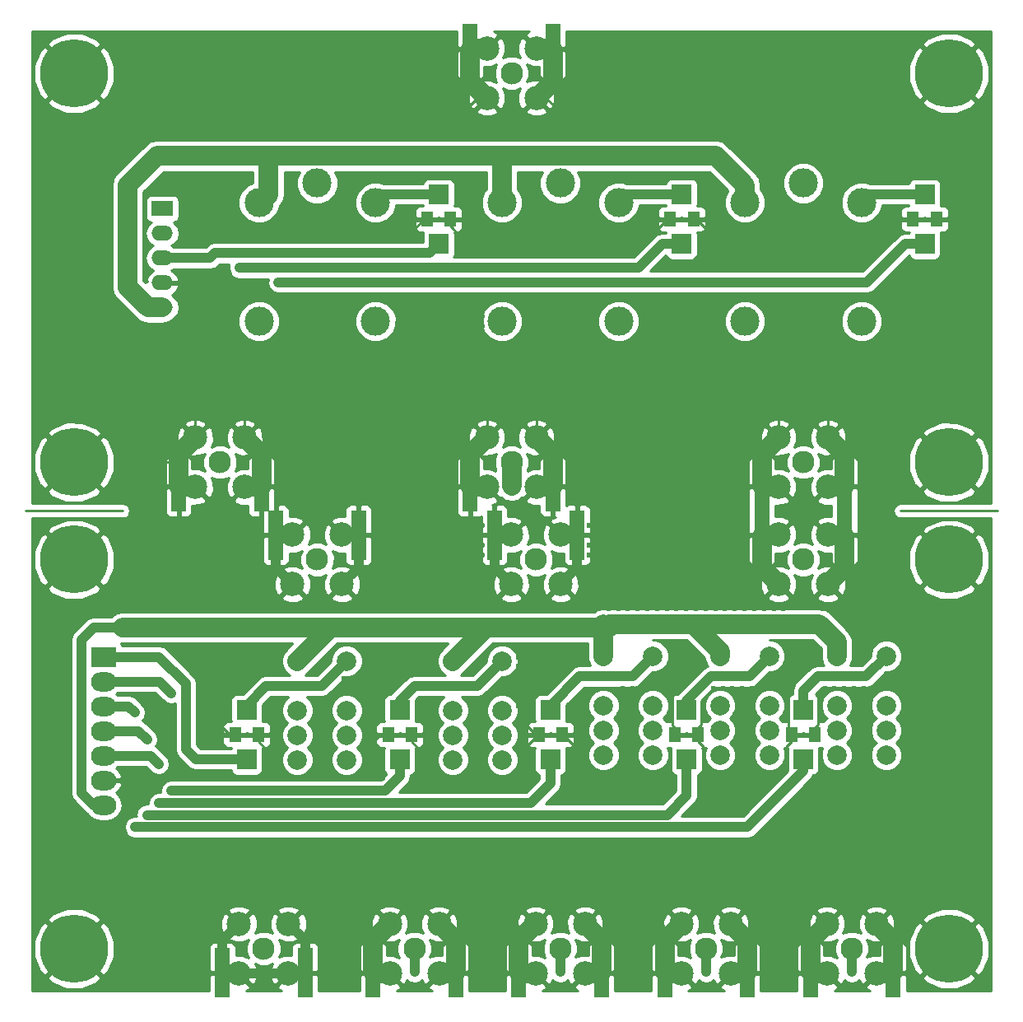
<source format=gtl>
G04 #@! TF.FileFunction,Copper,L1,Top,Signal*
%FSLAX46Y46*%
G04 Gerber Fmt 4.6, Leading zero omitted, Abs format (unit mm)*
G04 Created by KiCad (PCBNEW 4.0.7) date 01/28/18 09:58:29*
%MOMM*%
%LPD*%
G01*
G04 APERTURE LIST*
%ADD10C,0.100000*%
%ADD11C,0.600000*%
%ADD12R,1.500000X5.080000*%
%ADD13C,3.000000*%
%ADD14C,2.000000*%
%ADD15C,2.300000*%
%ADD16C,2.500000*%
%ADD17O,2.197100X1.524000*%
%ADD18R,2.197100X1.524000*%
%ADD19C,7.000000*%
%ADD20R,2.000000X2.000000*%
%ADD21R,1.300000X1.500000*%
%ADD22R,2.600000X2.000000*%
%ADD23O,2.600000X2.000000*%
%ADD24C,0.250000*%
%ADD25C,1.000000*%
%ADD26C,2.000000*%
%ADD27C,0.254000*%
G04 APERTURE END LIST*
D10*
D11*
X67000000Y-79500000D03*
X66000000Y-79500000D03*
X67000000Y-78500000D03*
X66000000Y-78500000D03*
X67000000Y-77500000D03*
X66000000Y-77500000D03*
X67000000Y-76500000D03*
X66000000Y-76500000D03*
X65000000Y-76500000D03*
X64000000Y-76500000D03*
X65000000Y-77500000D03*
X64000000Y-77500000D03*
X65000000Y-78500000D03*
X64000000Y-78500000D03*
X65000000Y-79500000D03*
X64000000Y-79500000D03*
X60000000Y-79500000D03*
X59000000Y-79500000D03*
X58000000Y-79500000D03*
X57000000Y-79500000D03*
X56000000Y-79500000D03*
X61000000Y-79500000D03*
X60000000Y-78500000D03*
X59000000Y-78500000D03*
X58000000Y-78500000D03*
X57000000Y-78500000D03*
X56000000Y-78500000D03*
X61000000Y-78500000D03*
X60000000Y-77500000D03*
X59000000Y-77500000D03*
X58000000Y-77500000D03*
X57000000Y-77500000D03*
X56000000Y-77500000D03*
X61000000Y-77500000D03*
X60000000Y-76500000D03*
X59000000Y-76500000D03*
X58000000Y-76500000D03*
X57000000Y-76500000D03*
X56000000Y-76500000D03*
X61000000Y-76500000D03*
X62000000Y-76500000D03*
X63000000Y-76500000D03*
X62000000Y-77500000D03*
X63000000Y-77500000D03*
X62000000Y-78500000D03*
X63000000Y-78500000D03*
X62000000Y-79500000D03*
X63000000Y-79500000D03*
X78000000Y-76500000D03*
X78000000Y-77500000D03*
X78000000Y-78500000D03*
X78000000Y-79500000D03*
X83000000Y-76500000D03*
X84000000Y-76500000D03*
X85000000Y-76500000D03*
X86000000Y-76500000D03*
X83000000Y-77500000D03*
X84000000Y-77500000D03*
X85000000Y-77500000D03*
X86000000Y-77500000D03*
X83000000Y-78500000D03*
X84000000Y-78500000D03*
X85000000Y-78500000D03*
X86000000Y-78500000D03*
X83000000Y-79500000D03*
X84000000Y-79500000D03*
X85000000Y-79500000D03*
X86000000Y-79500000D03*
X82000000Y-79500000D03*
X81000000Y-79500000D03*
X80000000Y-79500000D03*
X79000000Y-79500000D03*
X82000000Y-78500000D03*
X81000000Y-78500000D03*
X80000000Y-78500000D03*
X79000000Y-78500000D03*
X82000000Y-77500000D03*
X81000000Y-77500000D03*
X80000000Y-77500000D03*
X79000000Y-77500000D03*
X82000000Y-76500000D03*
X81000000Y-76500000D03*
X80000000Y-76500000D03*
X79000000Y-76500000D03*
X87000000Y-76500000D03*
X88000000Y-76500000D03*
X89000000Y-76500000D03*
X90000000Y-76500000D03*
X87000000Y-77500000D03*
X88000000Y-77500000D03*
X89000000Y-77500000D03*
X90000000Y-77500000D03*
X87000000Y-78500000D03*
X88000000Y-78500000D03*
X89000000Y-78500000D03*
X90000000Y-78500000D03*
X87000000Y-79500000D03*
X88000000Y-79500000D03*
X89000000Y-79500000D03*
X90000000Y-79500000D03*
X40000000Y-79500000D03*
X40000000Y-78500000D03*
X40000000Y-77500000D03*
X40000000Y-76500000D03*
X39000000Y-79500000D03*
X38000000Y-79500000D03*
X37000000Y-79500000D03*
X36000000Y-79500000D03*
X39000000Y-78500000D03*
X38000000Y-78500000D03*
X37000000Y-78500000D03*
X36000000Y-78500000D03*
X39000000Y-77500000D03*
X38000000Y-77500000D03*
X37000000Y-77500000D03*
X36000000Y-77500000D03*
X39000000Y-76500000D03*
X38000000Y-76500000D03*
X37000000Y-76500000D03*
X36000000Y-76500000D03*
X35000000Y-76500000D03*
X30000000Y-76500000D03*
X31000000Y-76500000D03*
X32000000Y-76500000D03*
X33000000Y-76500000D03*
X34000000Y-76500000D03*
X35000000Y-77500000D03*
X30000000Y-77500000D03*
X31000000Y-77500000D03*
X32000000Y-77500000D03*
X33000000Y-77500000D03*
X34000000Y-77500000D03*
X35000000Y-78500000D03*
X30000000Y-78500000D03*
X31000000Y-78500000D03*
X32000000Y-78500000D03*
X33000000Y-78500000D03*
X34000000Y-78500000D03*
X35000000Y-79500000D03*
X30000000Y-79500000D03*
X31000000Y-79500000D03*
X32000000Y-79500000D03*
X33000000Y-79500000D03*
X34000000Y-79500000D03*
X94000000Y-79500000D03*
X93000000Y-79500000D03*
X92000000Y-79500000D03*
X91000000Y-79500000D03*
X94000000Y-78500000D03*
X93000000Y-78500000D03*
X92000000Y-78500000D03*
X91000000Y-78500000D03*
X94000000Y-77500000D03*
X93000000Y-77500000D03*
X92000000Y-77500000D03*
X91000000Y-77500000D03*
X94000000Y-76500000D03*
X93000000Y-76500000D03*
X92000000Y-76500000D03*
X91000000Y-76500000D03*
X44000000Y-79500000D03*
X43000000Y-79500000D03*
X42000000Y-79500000D03*
X41000000Y-79500000D03*
X44000000Y-78500000D03*
X43000000Y-78500000D03*
X42000000Y-78500000D03*
X41000000Y-78500000D03*
X44000000Y-77500000D03*
X43000000Y-77500000D03*
X42000000Y-77500000D03*
X41000000Y-77500000D03*
X44000000Y-76500000D03*
X43000000Y-76500000D03*
X42000000Y-76500000D03*
X41000000Y-76500000D03*
D12*
X45750000Y-77500000D03*
X54250000Y-77500000D03*
D11*
X29000000Y-115000000D03*
X28000000Y-115000000D03*
X27000000Y-115000000D03*
X26000000Y-115000000D03*
X30000000Y-115000000D03*
X31000000Y-115000000D03*
X31000000Y-109000000D03*
X31000000Y-110000000D03*
X31000000Y-111000000D03*
X31000000Y-112000000D03*
X31000000Y-113000000D03*
X31000000Y-114000000D03*
X30000000Y-114000000D03*
X30000000Y-110000000D03*
X30000000Y-109000000D03*
X26000000Y-114000000D03*
X26000000Y-110000000D03*
X26000000Y-109000000D03*
X27000000Y-109000000D03*
X28000000Y-109000000D03*
X27000000Y-110000000D03*
X28000000Y-110000000D03*
X27000000Y-114000000D03*
X28000000Y-114000000D03*
X42000000Y-115000000D03*
X41000000Y-115000000D03*
X40000000Y-115000000D03*
X39000000Y-115000000D03*
X38000000Y-115000000D03*
X37000000Y-115000000D03*
X36000000Y-115000000D03*
X35000000Y-115000000D03*
X34000000Y-115000000D03*
X33000000Y-115000000D03*
X32000000Y-115000000D03*
X42000000Y-114000000D03*
X41000000Y-114000000D03*
X40000000Y-114000000D03*
X39000000Y-114000000D03*
X38000000Y-114000000D03*
X37000000Y-114000000D03*
X36000000Y-114000000D03*
X35000000Y-114000000D03*
X34000000Y-114000000D03*
X33000000Y-114000000D03*
X32000000Y-114000000D03*
X29000000Y-114000000D03*
X42000000Y-113000000D03*
X41000000Y-113000000D03*
X32000000Y-113000000D03*
X42000000Y-112000000D03*
X41000000Y-112000000D03*
X32000000Y-112000000D03*
X42000000Y-111000000D03*
X41000000Y-111000000D03*
X32000000Y-111000000D03*
X42000000Y-110000000D03*
X41000000Y-110000000D03*
X40000000Y-110000000D03*
X39000000Y-110000000D03*
X38000000Y-110000000D03*
X37000000Y-110000000D03*
X36000000Y-110000000D03*
X35000000Y-110000000D03*
X34000000Y-110000000D03*
X33000000Y-110000000D03*
X32000000Y-110000000D03*
X29000000Y-110000000D03*
X42000000Y-109000000D03*
X41000000Y-109000000D03*
X40000000Y-109000000D03*
X39000000Y-109000000D03*
X38000000Y-109000000D03*
X37000000Y-109000000D03*
X36000000Y-109000000D03*
X35000000Y-109000000D03*
X34000000Y-109000000D03*
X33000000Y-109000000D03*
X32000000Y-109000000D03*
X29000000Y-109000000D03*
X47000000Y-109000000D03*
X48000000Y-109000000D03*
X49000000Y-109000000D03*
X50000000Y-109000000D03*
X51000000Y-109000000D03*
X52000000Y-109000000D03*
X53000000Y-109000000D03*
X54000000Y-109000000D03*
X55000000Y-109000000D03*
X56000000Y-109000000D03*
X57000000Y-109000000D03*
X58000000Y-109000000D03*
X47000000Y-110000000D03*
X48000000Y-110000000D03*
X49000000Y-110000000D03*
X50000000Y-110000000D03*
X51000000Y-110000000D03*
X52000000Y-110000000D03*
X53000000Y-110000000D03*
X54000000Y-110000000D03*
X55000000Y-110000000D03*
X56000000Y-110000000D03*
X57000000Y-110000000D03*
X58000000Y-110000000D03*
X47000000Y-111000000D03*
X48000000Y-111000000D03*
X57000000Y-111000000D03*
X58000000Y-111000000D03*
X47000000Y-112000000D03*
X48000000Y-112000000D03*
X57000000Y-112000000D03*
X58000000Y-112000000D03*
X47000000Y-113000000D03*
X48000000Y-113000000D03*
X57000000Y-113000000D03*
X58000000Y-113000000D03*
X47000000Y-114000000D03*
X48000000Y-114000000D03*
X49000000Y-114000000D03*
X50000000Y-114000000D03*
X51000000Y-114000000D03*
X52000000Y-114000000D03*
X53000000Y-114000000D03*
X54000000Y-114000000D03*
X55000000Y-114000000D03*
X56000000Y-114000000D03*
X57000000Y-114000000D03*
X58000000Y-114000000D03*
X47000000Y-115000000D03*
X48000000Y-115000000D03*
X49000000Y-115000000D03*
X50000000Y-115000000D03*
X51000000Y-115000000D03*
X52000000Y-115000000D03*
X53000000Y-115000000D03*
X54000000Y-115000000D03*
X55000000Y-115000000D03*
X56000000Y-115000000D03*
X57000000Y-115000000D03*
X58000000Y-115000000D03*
D12*
X74250000Y-72500000D03*
X65750000Y-72500000D03*
D11*
X111000000Y-124000000D03*
X99000000Y-124000000D03*
X98000000Y-124000000D03*
X97000000Y-124000000D03*
X96000000Y-124000000D03*
X99000000Y-123000000D03*
X98000000Y-123000000D03*
X97000000Y-123000000D03*
X84000000Y-124000000D03*
X83000000Y-124000000D03*
X82000000Y-124000000D03*
X81000000Y-124000000D03*
X84000000Y-123000000D03*
X83000000Y-123000000D03*
X82000000Y-123000000D03*
X69000000Y-124000000D03*
X68000000Y-124000000D03*
X67000000Y-124000000D03*
X66000000Y-124000000D03*
X69000000Y-123000000D03*
X68000000Y-123000000D03*
X67000000Y-123000000D03*
X54000000Y-124000000D03*
X53000000Y-124000000D03*
X52000000Y-124000000D03*
X51000000Y-124000000D03*
X54000000Y-123000000D03*
X53000000Y-123000000D03*
X52000000Y-123000000D03*
X38000000Y-124000000D03*
X37000000Y-124000000D03*
X36000000Y-124000000D03*
X35000000Y-124000000D03*
X34000000Y-124000000D03*
X33000000Y-124000000D03*
X32000000Y-124000000D03*
X31000000Y-124000000D03*
X30000000Y-124000000D03*
X29000000Y-124000000D03*
X38000000Y-123000000D03*
X37000000Y-123000000D03*
X36000000Y-123000000D03*
X35000000Y-123000000D03*
X34000000Y-123000000D03*
X33000000Y-123000000D03*
X32000000Y-123000000D03*
X31000000Y-123000000D03*
X30000000Y-123000000D03*
X111000000Y-123000000D03*
X96000000Y-123000000D03*
X81000000Y-123000000D03*
X66000000Y-123000000D03*
X51000000Y-123000000D03*
X29000000Y-123000000D03*
X110000000Y-79000000D03*
X109000000Y-79000000D03*
X108000000Y-79000000D03*
X107000000Y-79000000D03*
X106000000Y-79000000D03*
X110000000Y-78000000D03*
X109000000Y-78000000D03*
X108000000Y-78000000D03*
X107000000Y-78000000D03*
X106000000Y-78000000D03*
X110000000Y-77000000D03*
X109000000Y-77000000D03*
X108000000Y-77000000D03*
X107000000Y-77000000D03*
X106000000Y-77000000D03*
X110000000Y-76000000D03*
X109000000Y-76000000D03*
X108000000Y-76000000D03*
X107000000Y-76000000D03*
X110000000Y-74000000D03*
X109000000Y-74000000D03*
X108000000Y-74000000D03*
X107000000Y-74000000D03*
X106000000Y-74000000D03*
X110000000Y-73000000D03*
X109000000Y-73000000D03*
X108000000Y-73000000D03*
X107000000Y-73000000D03*
X106000000Y-73000000D03*
X110000000Y-72000000D03*
X109000000Y-72000000D03*
X108000000Y-72000000D03*
X107000000Y-72000000D03*
X106000000Y-72000000D03*
X110000000Y-71000000D03*
X109000000Y-71000000D03*
X108000000Y-71000000D03*
X107000000Y-71000000D03*
X94000000Y-74000000D03*
X93000000Y-74000000D03*
X92000000Y-74000000D03*
X91000000Y-74000000D03*
X90000000Y-74000000D03*
X89000000Y-74000000D03*
X88000000Y-74000000D03*
X87000000Y-74000000D03*
X86000000Y-74000000D03*
X85000000Y-74000000D03*
X84000000Y-74000000D03*
X83000000Y-74000000D03*
X82000000Y-74000000D03*
X81000000Y-74000000D03*
X80000000Y-74000000D03*
X79000000Y-74000000D03*
X78000000Y-74000000D03*
X77000000Y-74000000D03*
X76000000Y-74000000D03*
X94000000Y-73000000D03*
X93000000Y-73000000D03*
X92000000Y-73000000D03*
X91000000Y-73000000D03*
X90000000Y-73000000D03*
X89000000Y-73000000D03*
X88000000Y-73000000D03*
X87000000Y-73000000D03*
X86000000Y-73000000D03*
X85000000Y-73000000D03*
X84000000Y-73000000D03*
X83000000Y-73000000D03*
X82000000Y-73000000D03*
X81000000Y-73000000D03*
X80000000Y-73000000D03*
X79000000Y-73000000D03*
X78000000Y-73000000D03*
X77000000Y-73000000D03*
X76000000Y-73000000D03*
X94000000Y-72000000D03*
X93000000Y-72000000D03*
X92000000Y-72000000D03*
X91000000Y-72000000D03*
X90000000Y-72000000D03*
X89000000Y-72000000D03*
X88000000Y-72000000D03*
X87000000Y-72000000D03*
X86000000Y-72000000D03*
X85000000Y-72000000D03*
X84000000Y-72000000D03*
X83000000Y-72000000D03*
X82000000Y-72000000D03*
X81000000Y-72000000D03*
X80000000Y-72000000D03*
X79000000Y-72000000D03*
X78000000Y-72000000D03*
X77000000Y-72000000D03*
X76000000Y-72000000D03*
X94000000Y-71000000D03*
X93000000Y-71000000D03*
X92000000Y-71000000D03*
X91000000Y-71000000D03*
X90000000Y-71000000D03*
X89000000Y-71000000D03*
X88000000Y-71000000D03*
X87000000Y-71000000D03*
X86000000Y-71000000D03*
X85000000Y-71000000D03*
X84000000Y-71000000D03*
X83000000Y-71000000D03*
X82000000Y-71000000D03*
X81000000Y-71000000D03*
X80000000Y-71000000D03*
X79000000Y-71000000D03*
X78000000Y-71000000D03*
X77000000Y-71000000D03*
X64000000Y-74000000D03*
X63000000Y-74000000D03*
X62000000Y-74000000D03*
X61000000Y-74000000D03*
X60000000Y-74000000D03*
X59000000Y-74000000D03*
X58000000Y-74000000D03*
X57000000Y-74000000D03*
X56000000Y-74000000D03*
X55000000Y-74000000D03*
X54000000Y-74000000D03*
X53000000Y-74000000D03*
X52000000Y-74000000D03*
X51000000Y-74000000D03*
X50000000Y-74000000D03*
X49000000Y-74000000D03*
X48000000Y-74000000D03*
X47000000Y-74000000D03*
X46000000Y-74000000D03*
X64000000Y-73000000D03*
X63000000Y-73000000D03*
X62000000Y-73000000D03*
X61000000Y-73000000D03*
X60000000Y-73000000D03*
X59000000Y-73000000D03*
X58000000Y-73000000D03*
X57000000Y-73000000D03*
X56000000Y-73000000D03*
X55000000Y-73000000D03*
X54000000Y-73000000D03*
X53000000Y-73000000D03*
X52000000Y-73000000D03*
X51000000Y-73000000D03*
X50000000Y-73000000D03*
X49000000Y-73000000D03*
X48000000Y-73000000D03*
X47000000Y-73000000D03*
X46000000Y-73000000D03*
X64000000Y-72000000D03*
X63000000Y-72000000D03*
X62000000Y-72000000D03*
X61000000Y-72000000D03*
X60000000Y-72000000D03*
X59000000Y-72000000D03*
X58000000Y-72000000D03*
X57000000Y-72000000D03*
X56000000Y-72000000D03*
X55000000Y-72000000D03*
X54000000Y-72000000D03*
X53000000Y-72000000D03*
X52000000Y-72000000D03*
X51000000Y-72000000D03*
X50000000Y-72000000D03*
X49000000Y-72000000D03*
X48000000Y-72000000D03*
X47000000Y-72000000D03*
X46000000Y-72000000D03*
X64000000Y-71000000D03*
X63000000Y-71000000D03*
X62000000Y-71000000D03*
X61000000Y-71000000D03*
X60000000Y-71000000D03*
X59000000Y-71000000D03*
X58000000Y-71000000D03*
X57000000Y-71000000D03*
X56000000Y-71000000D03*
X55000000Y-71000000D03*
X54000000Y-71000000D03*
X53000000Y-71000000D03*
X52000000Y-71000000D03*
X51000000Y-71000000D03*
X50000000Y-71000000D03*
X49000000Y-71000000D03*
X48000000Y-71000000D03*
X47000000Y-71000000D03*
X34000000Y-74000000D03*
X33000000Y-74000000D03*
X32000000Y-74000000D03*
X31000000Y-74000000D03*
X30000000Y-74000000D03*
X34000000Y-73000000D03*
X33000000Y-73000000D03*
X32000000Y-73000000D03*
X31000000Y-73000000D03*
X30000000Y-73000000D03*
X34000000Y-72000000D03*
X33000000Y-72000000D03*
X32000000Y-72000000D03*
X31000000Y-72000000D03*
X30000000Y-72000000D03*
X34000000Y-71000000D03*
X33000000Y-71000000D03*
X32000000Y-71000000D03*
X31000000Y-71000000D03*
X106000000Y-71000000D03*
X76000000Y-71000000D03*
X106000000Y-76000000D03*
X30000000Y-71000000D03*
X46000000Y-71000000D03*
X115000000Y-115000000D03*
X114000000Y-115000000D03*
X113000000Y-115000000D03*
X112000000Y-115000000D03*
X111000000Y-115000000D03*
X110000000Y-115000000D03*
X109000000Y-115000000D03*
X108000000Y-115000000D03*
X107000000Y-115000000D03*
X115000000Y-114000000D03*
X114000000Y-114000000D03*
X113000000Y-114000000D03*
X112000000Y-114000000D03*
X111000000Y-114000000D03*
X110000000Y-114000000D03*
X109000000Y-114000000D03*
X108000000Y-114000000D03*
X107000000Y-114000000D03*
X108000000Y-113000000D03*
X107000000Y-113000000D03*
X108000000Y-112000000D03*
X107000000Y-112000000D03*
X108000000Y-111000000D03*
X107000000Y-111000000D03*
X115000000Y-110000000D03*
X114000000Y-110000000D03*
X113000000Y-110000000D03*
X112000000Y-110000000D03*
X111000000Y-110000000D03*
X110000000Y-110000000D03*
X109000000Y-110000000D03*
X108000000Y-110000000D03*
X107000000Y-110000000D03*
X115000000Y-109000000D03*
X114000000Y-109000000D03*
X113000000Y-109000000D03*
X112000000Y-109000000D03*
X111000000Y-109000000D03*
X110000000Y-109000000D03*
X109000000Y-109000000D03*
X108000000Y-109000000D03*
X103000000Y-115000000D03*
X102000000Y-115000000D03*
X101000000Y-115000000D03*
X100000000Y-115000000D03*
X99000000Y-115000000D03*
X98000000Y-115000000D03*
X97000000Y-115000000D03*
X96000000Y-115000000D03*
X95000000Y-115000000D03*
X94000000Y-115000000D03*
X93000000Y-115000000D03*
X92000000Y-115000000D03*
X103000000Y-114000000D03*
X102000000Y-114000000D03*
X101000000Y-114000000D03*
X100000000Y-114000000D03*
X99000000Y-114000000D03*
X98000000Y-114000000D03*
X97000000Y-114000000D03*
X96000000Y-114000000D03*
X95000000Y-114000000D03*
X94000000Y-114000000D03*
X93000000Y-114000000D03*
X92000000Y-114000000D03*
X103000000Y-113000000D03*
X102000000Y-113000000D03*
X93000000Y-113000000D03*
X92000000Y-113000000D03*
X103000000Y-112000000D03*
X102000000Y-112000000D03*
X93000000Y-112000000D03*
X92000000Y-112000000D03*
X103000000Y-111000000D03*
X102000000Y-111000000D03*
X93000000Y-111000000D03*
X92000000Y-111000000D03*
X103000000Y-110000000D03*
X102000000Y-110000000D03*
X101000000Y-110000000D03*
X100000000Y-110000000D03*
X99000000Y-110000000D03*
X98000000Y-110000000D03*
X97000000Y-110000000D03*
X96000000Y-110000000D03*
X95000000Y-110000000D03*
X94000000Y-110000000D03*
X93000000Y-110000000D03*
X92000000Y-110000000D03*
X103000000Y-109000000D03*
X102000000Y-109000000D03*
X101000000Y-109000000D03*
X100000000Y-109000000D03*
X99000000Y-109000000D03*
X98000000Y-109000000D03*
X97000000Y-109000000D03*
X96000000Y-109000000D03*
X95000000Y-109000000D03*
X94000000Y-109000000D03*
X93000000Y-109000000D03*
X88000000Y-115000000D03*
X87000000Y-115000000D03*
X86000000Y-115000000D03*
X85000000Y-115000000D03*
X84000000Y-115000000D03*
X83000000Y-115000000D03*
X82000000Y-115000000D03*
X81000000Y-115000000D03*
X80000000Y-115000000D03*
X79000000Y-115000000D03*
X78000000Y-115000000D03*
X77000000Y-115000000D03*
X88000000Y-114000000D03*
X87000000Y-114000000D03*
X86000000Y-114000000D03*
X85000000Y-114000000D03*
X84000000Y-114000000D03*
X83000000Y-114000000D03*
X82000000Y-114000000D03*
X81000000Y-114000000D03*
X80000000Y-114000000D03*
X79000000Y-114000000D03*
X78000000Y-114000000D03*
X77000000Y-114000000D03*
X88000000Y-113000000D03*
X87000000Y-113000000D03*
X78000000Y-113000000D03*
X77000000Y-113000000D03*
X88000000Y-112000000D03*
X87000000Y-112000000D03*
X78000000Y-112000000D03*
X77000000Y-112000000D03*
X88000000Y-111000000D03*
X87000000Y-111000000D03*
X78000000Y-111000000D03*
X77000000Y-111000000D03*
X88000000Y-110000000D03*
X87000000Y-110000000D03*
X86000000Y-110000000D03*
X85000000Y-110000000D03*
X84000000Y-110000000D03*
X83000000Y-110000000D03*
X82000000Y-110000000D03*
X81000000Y-110000000D03*
X80000000Y-110000000D03*
X79000000Y-110000000D03*
X78000000Y-110000000D03*
X77000000Y-110000000D03*
X88000000Y-109000000D03*
X87000000Y-109000000D03*
X86000000Y-109000000D03*
X85000000Y-109000000D03*
X84000000Y-109000000D03*
X83000000Y-109000000D03*
X82000000Y-109000000D03*
X81000000Y-109000000D03*
X80000000Y-109000000D03*
X79000000Y-109000000D03*
X78000000Y-109000000D03*
X73000000Y-115000000D03*
X72000000Y-115000000D03*
X71000000Y-115000000D03*
X70000000Y-115000000D03*
X69000000Y-115000000D03*
X68000000Y-115000000D03*
X67000000Y-115000000D03*
X66000000Y-115000000D03*
X65000000Y-115000000D03*
X64000000Y-115000000D03*
X63000000Y-115000000D03*
X62000000Y-115000000D03*
X73000000Y-114000000D03*
X72000000Y-114000000D03*
X71000000Y-114000000D03*
X70000000Y-114000000D03*
X69000000Y-114000000D03*
X68000000Y-114000000D03*
X67000000Y-114000000D03*
X66000000Y-114000000D03*
X65000000Y-114000000D03*
X64000000Y-114000000D03*
X63000000Y-114000000D03*
X62000000Y-114000000D03*
X73000000Y-113000000D03*
X72000000Y-113000000D03*
X63000000Y-113000000D03*
X62000000Y-113000000D03*
X73000000Y-112000000D03*
X72000000Y-112000000D03*
X63000000Y-112000000D03*
X62000000Y-112000000D03*
X73000000Y-111000000D03*
X72000000Y-111000000D03*
X63000000Y-111000000D03*
X62000000Y-111000000D03*
X73000000Y-110000000D03*
X72000000Y-110000000D03*
X71000000Y-110000000D03*
X70000000Y-110000000D03*
X69000000Y-110000000D03*
X68000000Y-110000000D03*
X67000000Y-110000000D03*
X66000000Y-110000000D03*
X65000000Y-110000000D03*
X64000000Y-110000000D03*
X63000000Y-110000000D03*
X62000000Y-110000000D03*
X73000000Y-109000000D03*
X72000000Y-109000000D03*
X71000000Y-109000000D03*
X70000000Y-109000000D03*
X69000000Y-109000000D03*
X68000000Y-109000000D03*
X67000000Y-109000000D03*
X66000000Y-109000000D03*
X65000000Y-109000000D03*
X64000000Y-109000000D03*
X63000000Y-109000000D03*
X107000000Y-109000000D03*
X92000000Y-109000000D03*
X77000000Y-109000000D03*
X62000000Y-109000000D03*
X25000000Y-115000000D03*
X25000000Y-114000000D03*
X25000000Y-110000000D03*
X25000000Y-109000000D03*
X110000000Y-29000000D03*
X109000000Y-29000000D03*
X108000000Y-29000000D03*
X107000000Y-29000000D03*
X106000000Y-29000000D03*
X105000000Y-29000000D03*
X104000000Y-29000000D03*
X103000000Y-29000000D03*
X102000000Y-29000000D03*
X101000000Y-29000000D03*
X100000000Y-29000000D03*
X99000000Y-29000000D03*
X98000000Y-29000000D03*
X97000000Y-29000000D03*
X96000000Y-29000000D03*
X95000000Y-29000000D03*
X94000000Y-29000000D03*
X93000000Y-29000000D03*
X92000000Y-29000000D03*
X91000000Y-29000000D03*
X90000000Y-29000000D03*
X89000000Y-29000000D03*
X88000000Y-29000000D03*
X87000000Y-29000000D03*
X86000000Y-29000000D03*
X85000000Y-29000000D03*
X84000000Y-29000000D03*
X83000000Y-29000000D03*
X82000000Y-29000000D03*
X81000000Y-29000000D03*
X80000000Y-29000000D03*
X79000000Y-29000000D03*
X78000000Y-29000000D03*
X77000000Y-29000000D03*
X76000000Y-29000000D03*
X110000000Y-28000000D03*
X109000000Y-28000000D03*
X108000000Y-28000000D03*
X107000000Y-28000000D03*
X106000000Y-28000000D03*
X105000000Y-28000000D03*
X104000000Y-28000000D03*
X103000000Y-28000000D03*
X102000000Y-28000000D03*
X101000000Y-28000000D03*
X100000000Y-28000000D03*
X99000000Y-28000000D03*
X98000000Y-28000000D03*
X97000000Y-28000000D03*
X96000000Y-28000000D03*
X95000000Y-28000000D03*
X94000000Y-28000000D03*
X93000000Y-28000000D03*
X92000000Y-28000000D03*
X91000000Y-28000000D03*
X90000000Y-28000000D03*
X89000000Y-28000000D03*
X88000000Y-28000000D03*
X87000000Y-28000000D03*
X86000000Y-28000000D03*
X85000000Y-28000000D03*
X84000000Y-28000000D03*
X83000000Y-28000000D03*
X82000000Y-28000000D03*
X81000000Y-28000000D03*
X80000000Y-28000000D03*
X79000000Y-28000000D03*
X78000000Y-28000000D03*
X77000000Y-28000000D03*
X76000000Y-28000000D03*
X110000000Y-27000000D03*
X109000000Y-27000000D03*
X108000000Y-27000000D03*
X107000000Y-27000000D03*
X106000000Y-27000000D03*
X105000000Y-27000000D03*
X104000000Y-27000000D03*
X103000000Y-27000000D03*
X102000000Y-27000000D03*
X101000000Y-27000000D03*
X100000000Y-27000000D03*
X99000000Y-27000000D03*
X98000000Y-27000000D03*
X97000000Y-27000000D03*
X96000000Y-27000000D03*
X95000000Y-27000000D03*
X94000000Y-27000000D03*
X93000000Y-27000000D03*
X92000000Y-27000000D03*
X91000000Y-27000000D03*
X90000000Y-27000000D03*
X89000000Y-27000000D03*
X88000000Y-27000000D03*
X87000000Y-27000000D03*
X86000000Y-27000000D03*
X85000000Y-27000000D03*
X84000000Y-27000000D03*
X83000000Y-27000000D03*
X82000000Y-27000000D03*
X81000000Y-27000000D03*
X80000000Y-27000000D03*
X79000000Y-27000000D03*
X78000000Y-27000000D03*
X77000000Y-27000000D03*
X76000000Y-27000000D03*
X110000000Y-26000000D03*
X109000000Y-26000000D03*
X108000000Y-26000000D03*
X107000000Y-26000000D03*
X106000000Y-26000000D03*
X105000000Y-26000000D03*
X104000000Y-26000000D03*
X103000000Y-26000000D03*
X102000000Y-26000000D03*
X101000000Y-26000000D03*
X100000000Y-26000000D03*
X99000000Y-26000000D03*
X98000000Y-26000000D03*
X97000000Y-26000000D03*
X96000000Y-26000000D03*
X95000000Y-26000000D03*
X94000000Y-26000000D03*
X93000000Y-26000000D03*
X92000000Y-26000000D03*
X91000000Y-26000000D03*
X90000000Y-26000000D03*
X89000000Y-26000000D03*
X88000000Y-26000000D03*
X87000000Y-26000000D03*
X86000000Y-26000000D03*
X85000000Y-26000000D03*
X84000000Y-26000000D03*
X83000000Y-26000000D03*
X82000000Y-26000000D03*
X81000000Y-26000000D03*
X80000000Y-26000000D03*
X79000000Y-26000000D03*
X78000000Y-26000000D03*
X77000000Y-26000000D03*
X76000000Y-26000000D03*
X64000000Y-29000000D03*
X63000000Y-29000000D03*
X62000000Y-29000000D03*
X61000000Y-29000000D03*
X60000000Y-29000000D03*
X59000000Y-29000000D03*
X58000000Y-29000000D03*
X57000000Y-29000000D03*
X56000000Y-29000000D03*
X55000000Y-29000000D03*
X54000000Y-29000000D03*
X53000000Y-29000000D03*
X52000000Y-29000000D03*
X51000000Y-29000000D03*
X50000000Y-29000000D03*
X49000000Y-29000000D03*
X48000000Y-29000000D03*
X47000000Y-29000000D03*
X46000000Y-29000000D03*
X45000000Y-29000000D03*
X44000000Y-29000000D03*
X43000000Y-29000000D03*
X42000000Y-29000000D03*
X41000000Y-29000000D03*
X40000000Y-29000000D03*
X39000000Y-29000000D03*
X38000000Y-29000000D03*
X37000000Y-29000000D03*
X36000000Y-29000000D03*
X35000000Y-29000000D03*
X34000000Y-29000000D03*
X33000000Y-29000000D03*
X32000000Y-29000000D03*
X31000000Y-29000000D03*
X30000000Y-29000000D03*
X64000000Y-28000000D03*
X63000000Y-28000000D03*
X62000000Y-28000000D03*
X61000000Y-28000000D03*
X60000000Y-28000000D03*
X59000000Y-28000000D03*
X58000000Y-28000000D03*
X57000000Y-28000000D03*
X56000000Y-28000000D03*
X55000000Y-28000000D03*
X54000000Y-28000000D03*
X53000000Y-28000000D03*
X52000000Y-28000000D03*
X51000000Y-28000000D03*
X50000000Y-28000000D03*
X49000000Y-28000000D03*
X48000000Y-28000000D03*
X47000000Y-28000000D03*
X46000000Y-28000000D03*
X45000000Y-28000000D03*
X44000000Y-28000000D03*
X43000000Y-28000000D03*
X42000000Y-28000000D03*
X41000000Y-28000000D03*
X40000000Y-28000000D03*
X39000000Y-28000000D03*
X38000000Y-28000000D03*
X37000000Y-28000000D03*
X36000000Y-28000000D03*
X35000000Y-28000000D03*
X34000000Y-28000000D03*
X33000000Y-28000000D03*
X32000000Y-28000000D03*
X31000000Y-28000000D03*
X30000000Y-28000000D03*
X64000000Y-27000000D03*
X63000000Y-27000000D03*
X62000000Y-27000000D03*
X61000000Y-27000000D03*
X60000000Y-27000000D03*
X59000000Y-27000000D03*
X58000000Y-27000000D03*
X57000000Y-27000000D03*
X56000000Y-27000000D03*
X55000000Y-27000000D03*
X54000000Y-27000000D03*
X53000000Y-27000000D03*
X52000000Y-27000000D03*
X51000000Y-27000000D03*
X50000000Y-27000000D03*
X49000000Y-27000000D03*
X48000000Y-27000000D03*
X47000000Y-27000000D03*
X46000000Y-27000000D03*
X45000000Y-27000000D03*
X44000000Y-27000000D03*
X43000000Y-27000000D03*
X42000000Y-27000000D03*
X41000000Y-27000000D03*
X40000000Y-27000000D03*
X39000000Y-27000000D03*
X38000000Y-27000000D03*
X37000000Y-27000000D03*
X36000000Y-27000000D03*
X35000000Y-27000000D03*
X34000000Y-27000000D03*
X33000000Y-27000000D03*
X32000000Y-27000000D03*
X31000000Y-27000000D03*
X30000000Y-27000000D03*
X64000000Y-26000000D03*
X63000000Y-26000000D03*
X62000000Y-26000000D03*
X61000000Y-26000000D03*
X60000000Y-26000000D03*
X59000000Y-26000000D03*
X58000000Y-26000000D03*
X57000000Y-26000000D03*
X56000000Y-26000000D03*
X55000000Y-26000000D03*
X54000000Y-26000000D03*
X53000000Y-26000000D03*
X52000000Y-26000000D03*
X51000000Y-26000000D03*
X50000000Y-26000000D03*
X49000000Y-26000000D03*
X48000000Y-26000000D03*
X47000000Y-26000000D03*
X46000000Y-26000000D03*
X45000000Y-26000000D03*
X44000000Y-26000000D03*
X43000000Y-26000000D03*
X42000000Y-26000000D03*
X41000000Y-26000000D03*
X40000000Y-26000000D03*
X39000000Y-26000000D03*
X38000000Y-26000000D03*
X37000000Y-26000000D03*
X36000000Y-26000000D03*
X35000000Y-26000000D03*
X34000000Y-26000000D03*
X33000000Y-26000000D03*
X32000000Y-26000000D03*
X31000000Y-26000000D03*
X30000000Y-26000000D03*
X24000000Y-115000000D03*
X23000000Y-115000000D03*
X22000000Y-115000000D03*
X21000000Y-115000000D03*
X24000000Y-114000000D03*
X23000000Y-114000000D03*
X22000000Y-114000000D03*
X21000000Y-114000000D03*
X22000000Y-113000000D03*
X21000000Y-113000000D03*
X22000000Y-112000000D03*
X21000000Y-112000000D03*
X22000000Y-111000000D03*
X21000000Y-111000000D03*
X24000000Y-110000000D03*
X23000000Y-110000000D03*
X22000000Y-110000000D03*
X21000000Y-110000000D03*
X24000000Y-109000000D03*
X23000000Y-109000000D03*
X22000000Y-109000000D03*
X21000000Y-109000000D03*
X24000000Y-108000000D03*
X23000000Y-108000000D03*
X22000000Y-108000000D03*
X21000000Y-108000000D03*
X24000000Y-107000000D03*
X23000000Y-107000000D03*
X22000000Y-107000000D03*
X21000000Y-107000000D03*
X24000000Y-106000000D03*
X23000000Y-106000000D03*
X22000000Y-106000000D03*
X21000000Y-106000000D03*
X24000000Y-105000000D03*
X23000000Y-105000000D03*
X22000000Y-105000000D03*
X21000000Y-105000000D03*
X24000000Y-104000000D03*
X23000000Y-104000000D03*
X22000000Y-104000000D03*
X21000000Y-104000000D03*
X24000000Y-103000000D03*
X23000000Y-103000000D03*
X22000000Y-103000000D03*
X21000000Y-103000000D03*
X24000000Y-102000000D03*
X23000000Y-102000000D03*
X22000000Y-102000000D03*
X21000000Y-102000000D03*
X24000000Y-101000000D03*
X23000000Y-101000000D03*
X22000000Y-101000000D03*
X21000000Y-101000000D03*
X24000000Y-100000000D03*
X23000000Y-100000000D03*
X22000000Y-100000000D03*
X21000000Y-100000000D03*
X24000000Y-99000000D03*
X23000000Y-99000000D03*
X22000000Y-99000000D03*
X21000000Y-99000000D03*
X24000000Y-98000000D03*
X23000000Y-98000000D03*
X22000000Y-98000000D03*
X21000000Y-98000000D03*
X24000000Y-97000000D03*
X23000000Y-97000000D03*
X22000000Y-97000000D03*
X21000000Y-97000000D03*
X24000000Y-96000000D03*
X23000000Y-96000000D03*
X22000000Y-96000000D03*
X21000000Y-96000000D03*
X24000000Y-95000000D03*
X23000000Y-95000000D03*
X22000000Y-95000000D03*
X21000000Y-95000000D03*
X24000000Y-94000000D03*
X23000000Y-94000000D03*
X22000000Y-94000000D03*
X21000000Y-94000000D03*
X24000000Y-93000000D03*
X23000000Y-93000000D03*
X22000000Y-93000000D03*
X21000000Y-93000000D03*
X24000000Y-92000000D03*
X23000000Y-92000000D03*
X22000000Y-92000000D03*
X21000000Y-92000000D03*
X24000000Y-91000000D03*
X23000000Y-91000000D03*
X22000000Y-91000000D03*
X21000000Y-91000000D03*
X24000000Y-90000000D03*
X23000000Y-90000000D03*
X22000000Y-90000000D03*
X21000000Y-90000000D03*
X24000000Y-89000000D03*
X23000000Y-89000000D03*
X22000000Y-89000000D03*
X21000000Y-89000000D03*
X24000000Y-88000000D03*
X23000000Y-88000000D03*
X22000000Y-88000000D03*
X21000000Y-88000000D03*
X24000000Y-87000000D03*
X23000000Y-87000000D03*
X22000000Y-87000000D03*
X21000000Y-87000000D03*
X24000000Y-86000000D03*
X23000000Y-86000000D03*
X22000000Y-86000000D03*
X21000000Y-86000000D03*
X24000000Y-85000000D03*
X23000000Y-85000000D03*
X22000000Y-85000000D03*
X21000000Y-85000000D03*
X24000000Y-65000000D03*
X23000000Y-65000000D03*
X22000000Y-65000000D03*
X21000000Y-65000000D03*
X24000000Y-64000000D03*
X23000000Y-64000000D03*
X22000000Y-64000000D03*
X21000000Y-64000000D03*
X24000000Y-63000000D03*
X23000000Y-63000000D03*
X22000000Y-63000000D03*
X21000000Y-63000000D03*
X24000000Y-62000000D03*
X23000000Y-62000000D03*
X22000000Y-62000000D03*
X21000000Y-62000000D03*
X24000000Y-61000000D03*
X23000000Y-61000000D03*
X22000000Y-61000000D03*
X21000000Y-61000000D03*
X24000000Y-60000000D03*
X23000000Y-60000000D03*
X22000000Y-60000000D03*
X21000000Y-60000000D03*
X24000000Y-59000000D03*
X23000000Y-59000000D03*
X22000000Y-59000000D03*
X21000000Y-59000000D03*
X24000000Y-58000000D03*
X23000000Y-58000000D03*
X22000000Y-58000000D03*
X21000000Y-58000000D03*
X24000000Y-57000000D03*
X23000000Y-57000000D03*
X22000000Y-57000000D03*
X21000000Y-57000000D03*
X24000000Y-56000000D03*
X23000000Y-56000000D03*
X22000000Y-56000000D03*
X21000000Y-56000000D03*
X24000000Y-55000000D03*
X23000000Y-55000000D03*
X22000000Y-55000000D03*
X21000000Y-55000000D03*
X24000000Y-54000000D03*
X23000000Y-54000000D03*
X22000000Y-54000000D03*
X21000000Y-54000000D03*
X24000000Y-53000000D03*
X23000000Y-53000000D03*
X22000000Y-53000000D03*
X21000000Y-53000000D03*
X24000000Y-52000000D03*
X23000000Y-52000000D03*
X22000000Y-52000000D03*
X21000000Y-52000000D03*
X24000000Y-51000000D03*
X23000000Y-51000000D03*
X22000000Y-51000000D03*
X21000000Y-51000000D03*
X24000000Y-50000000D03*
X23000000Y-50000000D03*
X22000000Y-50000000D03*
X21000000Y-50000000D03*
X24000000Y-49000000D03*
X23000000Y-49000000D03*
X22000000Y-49000000D03*
X21000000Y-49000000D03*
X24000000Y-48000000D03*
X23000000Y-48000000D03*
X22000000Y-48000000D03*
X21000000Y-48000000D03*
X24000000Y-47000000D03*
X23000000Y-47000000D03*
X22000000Y-47000000D03*
X21000000Y-47000000D03*
X24000000Y-46000000D03*
X23000000Y-46000000D03*
X22000000Y-46000000D03*
X21000000Y-46000000D03*
X24000000Y-45000000D03*
X23000000Y-45000000D03*
X22000000Y-45000000D03*
X21000000Y-45000000D03*
X24000000Y-44000000D03*
X23000000Y-44000000D03*
X22000000Y-44000000D03*
X21000000Y-44000000D03*
X24000000Y-43000000D03*
X23000000Y-43000000D03*
X22000000Y-43000000D03*
X21000000Y-43000000D03*
X24000000Y-42000000D03*
X23000000Y-42000000D03*
X22000000Y-42000000D03*
X21000000Y-42000000D03*
X24000000Y-41000000D03*
X23000000Y-41000000D03*
X22000000Y-41000000D03*
X21000000Y-41000000D03*
X24000000Y-40000000D03*
X23000000Y-40000000D03*
X22000000Y-40000000D03*
X21000000Y-40000000D03*
X24000000Y-39000000D03*
X23000000Y-39000000D03*
X22000000Y-39000000D03*
X21000000Y-39000000D03*
X24000000Y-38000000D03*
X23000000Y-38000000D03*
X22000000Y-38000000D03*
X21000000Y-38000000D03*
X24000000Y-37000000D03*
X23000000Y-37000000D03*
X22000000Y-37000000D03*
X21000000Y-37000000D03*
X24000000Y-36000000D03*
X23000000Y-36000000D03*
X22000000Y-36000000D03*
X21000000Y-36000000D03*
X24000000Y-35000000D03*
X23000000Y-35000000D03*
X22000000Y-35000000D03*
X21000000Y-35000000D03*
X119000000Y-115000000D03*
X118000000Y-115000000D03*
X117000000Y-115000000D03*
X116000000Y-115000000D03*
X119000000Y-114000000D03*
X118000000Y-114000000D03*
X117000000Y-114000000D03*
X116000000Y-114000000D03*
X119000000Y-113000000D03*
X118000000Y-113000000D03*
X119000000Y-112000000D03*
X118000000Y-112000000D03*
X119000000Y-111000000D03*
X118000000Y-111000000D03*
X119000000Y-110000000D03*
X118000000Y-110000000D03*
X117000000Y-110000000D03*
X116000000Y-110000000D03*
X119000000Y-109000000D03*
X118000000Y-109000000D03*
X117000000Y-109000000D03*
X116000000Y-109000000D03*
X119000000Y-108000000D03*
X118000000Y-108000000D03*
X117000000Y-108000000D03*
X116000000Y-108000000D03*
X119000000Y-107000000D03*
X118000000Y-107000000D03*
X117000000Y-107000000D03*
X116000000Y-107000000D03*
X119000000Y-106000000D03*
X118000000Y-106000000D03*
X117000000Y-106000000D03*
X116000000Y-106000000D03*
X119000000Y-105000000D03*
X118000000Y-105000000D03*
X117000000Y-105000000D03*
X116000000Y-105000000D03*
X119000000Y-104000000D03*
X118000000Y-104000000D03*
X117000000Y-104000000D03*
X116000000Y-104000000D03*
X119000000Y-103000000D03*
X118000000Y-103000000D03*
X117000000Y-103000000D03*
X116000000Y-103000000D03*
X119000000Y-102000000D03*
X118000000Y-102000000D03*
X117000000Y-102000000D03*
X116000000Y-102000000D03*
X119000000Y-101000000D03*
X118000000Y-101000000D03*
X117000000Y-101000000D03*
X116000000Y-101000000D03*
X119000000Y-100000000D03*
X118000000Y-100000000D03*
X117000000Y-100000000D03*
X116000000Y-100000000D03*
X119000000Y-99000000D03*
X118000000Y-99000000D03*
X117000000Y-99000000D03*
X116000000Y-99000000D03*
X119000000Y-98000000D03*
X118000000Y-98000000D03*
X117000000Y-98000000D03*
X116000000Y-98000000D03*
X119000000Y-97000000D03*
X118000000Y-97000000D03*
X117000000Y-97000000D03*
X116000000Y-97000000D03*
X119000000Y-96000000D03*
X118000000Y-96000000D03*
X117000000Y-96000000D03*
X116000000Y-96000000D03*
X119000000Y-95000000D03*
X118000000Y-95000000D03*
X117000000Y-95000000D03*
X116000000Y-95000000D03*
X119000000Y-94000000D03*
X118000000Y-94000000D03*
X117000000Y-94000000D03*
X116000000Y-94000000D03*
X119000000Y-93000000D03*
X118000000Y-93000000D03*
X117000000Y-93000000D03*
X116000000Y-93000000D03*
X119000000Y-92000000D03*
X118000000Y-92000000D03*
X117000000Y-92000000D03*
X116000000Y-92000000D03*
X119000000Y-91000000D03*
X118000000Y-91000000D03*
X117000000Y-91000000D03*
X116000000Y-91000000D03*
X119000000Y-90000000D03*
X118000000Y-90000000D03*
X117000000Y-90000000D03*
X116000000Y-90000000D03*
X119000000Y-89000000D03*
X118000000Y-89000000D03*
X117000000Y-89000000D03*
X116000000Y-89000000D03*
X119000000Y-88000000D03*
X118000000Y-88000000D03*
X117000000Y-88000000D03*
X116000000Y-88000000D03*
X119000000Y-87000000D03*
X118000000Y-87000000D03*
X117000000Y-87000000D03*
X116000000Y-87000000D03*
X119000000Y-86000000D03*
X118000000Y-86000000D03*
X117000000Y-86000000D03*
X116000000Y-86000000D03*
X119000000Y-85000000D03*
X118000000Y-85000000D03*
X117000000Y-85000000D03*
X116000000Y-85000000D03*
X119000000Y-65000000D03*
X118000000Y-65000000D03*
X117000000Y-65000000D03*
X116000000Y-65000000D03*
X119000000Y-64000000D03*
X118000000Y-64000000D03*
X117000000Y-64000000D03*
X116000000Y-64000000D03*
X119000000Y-63000000D03*
X118000000Y-63000000D03*
X117000000Y-63000000D03*
X116000000Y-63000000D03*
X119000000Y-62000000D03*
X118000000Y-62000000D03*
X117000000Y-62000000D03*
X116000000Y-62000000D03*
X119000000Y-61000000D03*
X118000000Y-61000000D03*
X117000000Y-61000000D03*
X116000000Y-61000000D03*
X119000000Y-60000000D03*
X118000000Y-60000000D03*
X117000000Y-60000000D03*
X116000000Y-60000000D03*
X119000000Y-59000000D03*
X118000000Y-59000000D03*
X117000000Y-59000000D03*
X116000000Y-59000000D03*
X119000000Y-58000000D03*
X118000000Y-58000000D03*
X117000000Y-58000000D03*
X116000000Y-58000000D03*
X119000000Y-57000000D03*
X118000000Y-57000000D03*
X117000000Y-57000000D03*
X116000000Y-57000000D03*
X119000000Y-56000000D03*
X118000000Y-56000000D03*
X117000000Y-56000000D03*
X116000000Y-56000000D03*
X119000000Y-55000000D03*
X118000000Y-55000000D03*
X117000000Y-55000000D03*
X116000000Y-55000000D03*
X119000000Y-54000000D03*
X118000000Y-54000000D03*
X117000000Y-54000000D03*
X116000000Y-54000000D03*
X119000000Y-53000000D03*
X118000000Y-53000000D03*
X117000000Y-53000000D03*
X116000000Y-53000000D03*
X119000000Y-52000000D03*
X118000000Y-52000000D03*
X117000000Y-52000000D03*
X116000000Y-52000000D03*
X119000000Y-51000000D03*
X118000000Y-51000000D03*
X117000000Y-51000000D03*
X116000000Y-51000000D03*
X119000000Y-50000000D03*
X118000000Y-50000000D03*
X117000000Y-50000000D03*
X116000000Y-50000000D03*
X119000000Y-49000000D03*
X118000000Y-49000000D03*
X117000000Y-49000000D03*
X116000000Y-49000000D03*
X119000000Y-48000000D03*
X118000000Y-48000000D03*
X117000000Y-48000000D03*
X116000000Y-48000000D03*
X119000000Y-47000000D03*
X118000000Y-47000000D03*
X117000000Y-47000000D03*
X116000000Y-47000000D03*
X119000000Y-46000000D03*
X118000000Y-46000000D03*
X117000000Y-46000000D03*
X116000000Y-46000000D03*
X119000000Y-45000000D03*
X118000000Y-45000000D03*
X117000000Y-45000000D03*
X116000000Y-45000000D03*
X119000000Y-44000000D03*
X118000000Y-44000000D03*
X117000000Y-44000000D03*
X116000000Y-44000000D03*
X119000000Y-43000000D03*
X118000000Y-43000000D03*
X117000000Y-43000000D03*
X116000000Y-43000000D03*
X119000000Y-42000000D03*
X118000000Y-42000000D03*
X117000000Y-42000000D03*
X116000000Y-42000000D03*
X119000000Y-41000000D03*
X118000000Y-41000000D03*
X117000000Y-41000000D03*
X116000000Y-41000000D03*
X119000000Y-40000000D03*
X118000000Y-40000000D03*
X117000000Y-40000000D03*
X116000000Y-40000000D03*
X119000000Y-39000000D03*
X118000000Y-39000000D03*
X117000000Y-39000000D03*
X116000000Y-39000000D03*
X119000000Y-38000000D03*
X118000000Y-38000000D03*
X117000000Y-38000000D03*
X116000000Y-38000000D03*
X119000000Y-37000000D03*
X118000000Y-37000000D03*
X117000000Y-37000000D03*
X116000000Y-37000000D03*
X119000000Y-36000000D03*
X118000000Y-36000000D03*
X117000000Y-36000000D03*
X116000000Y-36000000D03*
X119000000Y-35000000D03*
X118000000Y-35000000D03*
X117000000Y-35000000D03*
D13*
X106000000Y-55500000D03*
X94000000Y-55500000D03*
X94000000Y-43300000D03*
X106000000Y-43300000D03*
X100000000Y-41300000D03*
D14*
X103460000Y-89920000D03*
X108540000Y-89920000D03*
X103460000Y-95000000D03*
X108540000Y-95000000D03*
X103460000Y-97540000D03*
X103460000Y-100080000D03*
X108540000Y-100080000D03*
X108540000Y-97540000D03*
X79460000Y-89920000D03*
X84540000Y-89920000D03*
X79460000Y-95000000D03*
X84540000Y-95000000D03*
X79460000Y-97540000D03*
X79460000Y-100080000D03*
X84540000Y-100080000D03*
X84540000Y-97540000D03*
D13*
X56000000Y-55500000D03*
X44000000Y-55500000D03*
X44000000Y-43300000D03*
X56000000Y-43300000D03*
X50000000Y-41300000D03*
D14*
X91460000Y-89920000D03*
X96540000Y-89920000D03*
X91460000Y-95000000D03*
X96540000Y-95000000D03*
X91460000Y-97540000D03*
X91460000Y-100080000D03*
X96540000Y-100080000D03*
X96540000Y-97540000D03*
D13*
X81000000Y-55500000D03*
X69000000Y-55500000D03*
X69000000Y-43300000D03*
X81000000Y-43300000D03*
X75000000Y-41300000D03*
D14*
X63960000Y-90420000D03*
X69040000Y-90420000D03*
X63960000Y-95500000D03*
X69040000Y-95500000D03*
X63960000Y-98040000D03*
X63960000Y-100580000D03*
X69040000Y-100580000D03*
X69040000Y-98040000D03*
D15*
X75000000Y-120000000D03*
D16*
X77540000Y-117460000D03*
X72460000Y-117460000D03*
X72460000Y-122540000D03*
X77540000Y-122540000D03*
D15*
X40000000Y-70000000D03*
D16*
X42540000Y-67460000D03*
X37460000Y-67460000D03*
X37460000Y-72540000D03*
X42540000Y-72540000D03*
D15*
X90000000Y-120000000D03*
D16*
X92540000Y-117460000D03*
X87460000Y-117460000D03*
X87460000Y-122540000D03*
X92540000Y-122540000D03*
D15*
X70000000Y-30000000D03*
D16*
X72540000Y-27460000D03*
X67460000Y-27460000D03*
X67460000Y-32540000D03*
X72540000Y-32540000D03*
D15*
X70000000Y-70000000D03*
D16*
X72540000Y-67460000D03*
X67460000Y-67460000D03*
X67460000Y-72540000D03*
X72540000Y-72540000D03*
D15*
X105000000Y-120000000D03*
D16*
X107540000Y-117460000D03*
X102460000Y-117460000D03*
X102460000Y-122540000D03*
X107540000Y-122540000D03*
D15*
X60000000Y-120000000D03*
D16*
X62540000Y-117460000D03*
X57460000Y-117460000D03*
X57460000Y-122540000D03*
X62540000Y-122540000D03*
D15*
X100000000Y-80000000D03*
D16*
X102540000Y-77460000D03*
X97460000Y-77460000D03*
X97460000Y-82540000D03*
X102540000Y-82540000D03*
D15*
X100000000Y-70000000D03*
D16*
X102540000Y-67460000D03*
X97460000Y-67460000D03*
X97460000Y-72540000D03*
X102540000Y-72540000D03*
D17*
X34076200Y-49000000D03*
X34076200Y-54080000D03*
X34076200Y-51540000D03*
D18*
X34076200Y-43920000D03*
D17*
X34076200Y-46460000D03*
D15*
X72500000Y-80000000D03*
D16*
X75040000Y-77460000D03*
X69960000Y-77460000D03*
X69960000Y-82540000D03*
X75040000Y-82540000D03*
D19*
X115000000Y-70000000D03*
X25000000Y-70000000D03*
X25000000Y-120000000D03*
X115000000Y-120000000D03*
X115000000Y-80000000D03*
X25000000Y-80000000D03*
X25000000Y-30000000D03*
X115000000Y-30000000D03*
D20*
X74000000Y-95460000D03*
X74000000Y-100540000D03*
D21*
X75200000Y-98000000D03*
X72800000Y-98000000D03*
D20*
X62500000Y-42460000D03*
X62500000Y-47540000D03*
D21*
X63700000Y-45000000D03*
X61300000Y-45000000D03*
D20*
X88000000Y-95460000D03*
X88000000Y-100540000D03*
D21*
X89200000Y-98000000D03*
X86800000Y-98000000D03*
D20*
X87500000Y-42460000D03*
X87500000Y-47540000D03*
D21*
X88700000Y-45000000D03*
X86300000Y-45000000D03*
D20*
X100000000Y-95460000D03*
X100000000Y-100540000D03*
D21*
X101200000Y-98000000D03*
X98800000Y-98000000D03*
D20*
X112500000Y-42460000D03*
X112500000Y-47540000D03*
D21*
X113700000Y-45000000D03*
X111300000Y-45000000D03*
D20*
X58500000Y-95460000D03*
X58500000Y-100540000D03*
D21*
X59700000Y-98000000D03*
X57300000Y-98000000D03*
D12*
X44250000Y-72500000D03*
X35750000Y-72500000D03*
X79250000Y-122500000D03*
X70750000Y-122500000D03*
X95750000Y-77500000D03*
X104250000Y-77500000D03*
X94250000Y-122500000D03*
X85750000Y-122500000D03*
X104250000Y-72500000D03*
X95750000Y-72500000D03*
X109250000Y-122500000D03*
X100750000Y-122500000D03*
X64250000Y-122500000D03*
X55750000Y-122500000D03*
X65750000Y-27500000D03*
X74250000Y-27500000D03*
X68250000Y-77500000D03*
X76750000Y-77500000D03*
D11*
X116000000Y-35000000D03*
D15*
X50000000Y-80000000D03*
D16*
X52540000Y-77460000D03*
X47460000Y-77460000D03*
X47460000Y-82540000D03*
X52540000Y-82540000D03*
D22*
X28000000Y-90000000D03*
D23*
X28000000Y-92540000D03*
X28000000Y-95080000D03*
X28000000Y-97620000D03*
X28000000Y-100160000D03*
X28000000Y-102700000D03*
X28000000Y-105240000D03*
D12*
X48750000Y-122500000D03*
X40250000Y-122500000D03*
D15*
X44500000Y-120000000D03*
D16*
X47040000Y-117460000D03*
X41960000Y-117460000D03*
X41960000Y-122540000D03*
X47040000Y-122540000D03*
D20*
X42750000Y-95460000D03*
X42750000Y-100540000D03*
D21*
X43950000Y-98000000D03*
X41550000Y-98000000D03*
D14*
X47960000Y-90420000D03*
X53040000Y-90420000D03*
X47960000Y-95500000D03*
X53040000Y-95500000D03*
X47960000Y-98040000D03*
X47960000Y-100580000D03*
X53040000Y-100580000D03*
X53040000Y-98040000D03*
D11*
X103000000Y-102000000D03*
X103000000Y-103000000D03*
X103000000Y-104000000D03*
X103000000Y-105000000D03*
X103000000Y-106000000D03*
X103000000Y-107000000D03*
X103000000Y-108000000D03*
X107000000Y-102000000D03*
X107000000Y-103000000D03*
X107000000Y-104000000D03*
X107000000Y-105000000D03*
X107000000Y-106000000D03*
X107000000Y-107000000D03*
X107000000Y-108000000D03*
X77500000Y-99500000D03*
X77500000Y-98500000D03*
X77500000Y-97500000D03*
X77500000Y-96500000D03*
X77500000Y-95500000D03*
X77500000Y-94500000D03*
X77500000Y-93500000D03*
X74250000Y-89000000D03*
X74250000Y-90000000D03*
X74250000Y-91000000D03*
X74250000Y-92000000D03*
X74250000Y-93000000D03*
X70750000Y-89000000D03*
X70750000Y-90000000D03*
X70750000Y-91000000D03*
X70750000Y-92000000D03*
X70750000Y-93000000D03*
X70750000Y-94000000D03*
X70750000Y-95000000D03*
X75000000Y-85000000D03*
X76000000Y-85000000D03*
X77000000Y-85000000D03*
X78000000Y-85000000D03*
X79000000Y-85000000D03*
X80000000Y-85000000D03*
X81000000Y-85000000D03*
X82000000Y-85000000D03*
X83000000Y-85000000D03*
X84000000Y-85000000D03*
X85000000Y-85000000D03*
X86000000Y-85000000D03*
X87000000Y-85000000D03*
X88000000Y-85000000D03*
X89000000Y-85000000D03*
X90000000Y-85000000D03*
X91000000Y-85000000D03*
X92000000Y-85000000D03*
X93000000Y-85000000D03*
X94000000Y-85000000D03*
X95000000Y-85000000D03*
X96000000Y-85000000D03*
X97000000Y-85000000D03*
X98000000Y-85000000D03*
X25000000Y-85000000D03*
X26000000Y-85000000D03*
X27000000Y-85000000D03*
X28000000Y-85000000D03*
X29000000Y-85000000D03*
X30000000Y-85000000D03*
X31000000Y-85000000D03*
X32000000Y-85000000D03*
X33000000Y-85000000D03*
X34000000Y-85000000D03*
X35000000Y-85000000D03*
X36000000Y-85000000D03*
X37000000Y-85000000D03*
X38000000Y-85000000D03*
X39000000Y-85000000D03*
X40000000Y-85000000D03*
X41000000Y-85000000D03*
X42000000Y-85000000D03*
X43000000Y-85000000D03*
X44000000Y-85000000D03*
X45000000Y-85000000D03*
X46000000Y-85000000D03*
X47000000Y-85000000D03*
X70000000Y-85000000D03*
X69000000Y-85000000D03*
X68000000Y-85000000D03*
X67000000Y-85000000D03*
X66000000Y-85000000D03*
X65000000Y-85000000D03*
X64000000Y-85000000D03*
X63000000Y-85000000D03*
X62000000Y-85000000D03*
X61000000Y-85000000D03*
X60000000Y-85000000D03*
X59000000Y-85000000D03*
X58000000Y-85000000D03*
X57000000Y-85000000D03*
X56000000Y-85000000D03*
X55000000Y-85000000D03*
X54000000Y-85000000D03*
X53000000Y-85000000D03*
X52000000Y-85000000D03*
X110000000Y-85000000D03*
X109000000Y-85000000D03*
X108000000Y-85000000D03*
X107000000Y-85000000D03*
X106000000Y-85000000D03*
X105000000Y-85000000D03*
X104000000Y-85000000D03*
X103000000Y-85000000D03*
X102000000Y-85000000D03*
X43000000Y-89500000D03*
X43000000Y-90500000D03*
X43000000Y-91500000D03*
X43000000Y-92500000D03*
X42000000Y-102500000D03*
X43000000Y-102500000D03*
X44000000Y-102500000D03*
X45000000Y-102500000D03*
X46000000Y-102500000D03*
X45000000Y-96500000D03*
X46000000Y-97500000D03*
X46000000Y-98500000D03*
X46000000Y-99500000D03*
X46000000Y-100500000D03*
X46000000Y-101500000D03*
X56750000Y-102500000D03*
X51000000Y-102500000D03*
X52000000Y-102500000D03*
X53000000Y-102500000D03*
X54000000Y-102500000D03*
X55000000Y-102500000D03*
X56000000Y-102500000D03*
X102250000Y-93250000D03*
X103250000Y-93250000D03*
X104250000Y-93250000D03*
X105250000Y-93250000D03*
X106250000Y-93250000D03*
X107250000Y-93250000D03*
X108250000Y-93250000D03*
X109250000Y-93250000D03*
X110250000Y-93250000D03*
X86500000Y-93250000D03*
X85500000Y-93250000D03*
X84500000Y-93250000D03*
X83500000Y-93250000D03*
X82500000Y-93250000D03*
X81500000Y-93250000D03*
X90750000Y-93250000D03*
X91750000Y-93250000D03*
X92750000Y-93250000D03*
X93750000Y-93250000D03*
X94750000Y-93250000D03*
X95750000Y-93250000D03*
X96750000Y-93250000D03*
X97750000Y-93250000D03*
X52750000Y-93250000D03*
X53750000Y-93250000D03*
X53750000Y-92250000D03*
X52750000Y-92250000D03*
X57750000Y-89250000D03*
X57750000Y-90250000D03*
X57750000Y-91250000D03*
X57750000Y-92250000D03*
X57750000Y-93250000D03*
X81000000Y-96000000D03*
X82000000Y-96000000D03*
X83000000Y-96000000D03*
X93000000Y-96000000D03*
X94000000Y-96000000D03*
X95000000Y-96000000D03*
X40000000Y-93000000D03*
X39000000Y-92000000D03*
X38000000Y-91000000D03*
X37000000Y-90000000D03*
X36000000Y-89000000D03*
X36750000Y-102500000D03*
X37750000Y-102500000D03*
X38750000Y-102500000D03*
X39750000Y-102500000D03*
X40750000Y-102500000D03*
X92750000Y-105500000D03*
X92750000Y-104500000D03*
X92750000Y-103500000D03*
X91750000Y-102500000D03*
X92750000Y-102500000D03*
X93750000Y-102500000D03*
X94750000Y-102500000D03*
X95750000Y-102500000D03*
X96750000Y-102500000D03*
X79750000Y-102500000D03*
X80750000Y-102500000D03*
X81750000Y-102500000D03*
X82750000Y-102500000D03*
X83750000Y-102500000D03*
X84750000Y-102500000D03*
X85750000Y-102500000D03*
X86750000Y-102500000D03*
X64500000Y-102500000D03*
X65500000Y-102500000D03*
X66500000Y-102500000D03*
X67500000Y-102500000D03*
X68500000Y-102500000D03*
X69500000Y-102500000D03*
X70500000Y-102500000D03*
X71500000Y-102500000D03*
X72500000Y-102500000D03*
X65000000Y-70000000D03*
X97000000Y-43000000D03*
X98000000Y-44000000D03*
X99000000Y-44000000D03*
X100000000Y-44000000D03*
X101000000Y-44000000D03*
X102000000Y-44000000D03*
X103000000Y-44000000D03*
X103000000Y-43000000D03*
X103000000Y-42000000D03*
X103000000Y-41000000D03*
X102000000Y-40000000D03*
X101000000Y-39000000D03*
X100000000Y-38000000D03*
X99000000Y-37000000D03*
X98000000Y-36000000D03*
X97000000Y-35000000D03*
X96000000Y-34000000D03*
X95000000Y-34000000D03*
X94000000Y-34000000D03*
X93000000Y-34000000D03*
X92000000Y-34000000D03*
X91000000Y-34000000D03*
X90000000Y-34000000D03*
X89000000Y-34000000D03*
X88000000Y-34000000D03*
X87000000Y-34000000D03*
X86000000Y-34000000D03*
X85000000Y-34000000D03*
X84000000Y-34000000D03*
X83000000Y-34000000D03*
X82000000Y-34000000D03*
X81000000Y-34000000D03*
X80000000Y-34000000D03*
X79000000Y-34000000D03*
X78000000Y-34000000D03*
X77000000Y-34000000D03*
X76000000Y-34000000D03*
X75000000Y-34000000D03*
X52000000Y-36000000D03*
X53000000Y-35000000D03*
X54000000Y-34000000D03*
X55000000Y-34000000D03*
X56000000Y-34000000D03*
X57000000Y-34000000D03*
X58000000Y-34000000D03*
X59000000Y-34000000D03*
X60000000Y-34000000D03*
X61000000Y-34000000D03*
X62000000Y-34000000D03*
X63000000Y-34000000D03*
X64000000Y-34000000D03*
X65000000Y-34000000D03*
X41000000Y-54000000D03*
X40000000Y-55000000D03*
X39000000Y-56000000D03*
X38000000Y-57000000D03*
X37000000Y-58000000D03*
X37000000Y-59000000D03*
X37000000Y-60000000D03*
X37000000Y-61000000D03*
X37000000Y-62000000D03*
X37000000Y-63000000D03*
X37000000Y-64000000D03*
X37000000Y-65000000D03*
X47000000Y-54000000D03*
X47000000Y-55000000D03*
X47000000Y-56000000D03*
X46000000Y-57000000D03*
X45000000Y-58000000D03*
X44000000Y-59000000D03*
X43000000Y-60000000D03*
X43000000Y-61000000D03*
X43000000Y-62000000D03*
X43000000Y-63000000D03*
X43000000Y-64000000D03*
X43000000Y-65000000D03*
X67000000Y-54000000D03*
X67000000Y-55000000D03*
X67000000Y-56000000D03*
X67000000Y-57000000D03*
X67000000Y-58000000D03*
X67000000Y-59000000D03*
X67000000Y-60000000D03*
X67000000Y-61000000D03*
X67000000Y-62000000D03*
X67000000Y-63000000D03*
X67000000Y-64000000D03*
X67000000Y-65000000D03*
X71000000Y-54000000D03*
X72000000Y-55000000D03*
X73000000Y-56000000D03*
X73000000Y-57000000D03*
X73000000Y-58000000D03*
X73000000Y-59000000D03*
X73000000Y-60000000D03*
X73000000Y-61000000D03*
X73000000Y-62000000D03*
X73000000Y-63000000D03*
X73000000Y-64000000D03*
X73000000Y-65000000D03*
X91000000Y-54000000D03*
X91000000Y-55000000D03*
X91000000Y-56000000D03*
X92000000Y-57000000D03*
X93000000Y-58000000D03*
X94000000Y-59000000D03*
X95000000Y-60000000D03*
X96000000Y-61000000D03*
X97000000Y-62000000D03*
X97000000Y-63000000D03*
X97000000Y-64000000D03*
X97000000Y-65000000D03*
X103000000Y-65000000D03*
X103000000Y-64000000D03*
X103000000Y-63000000D03*
X103000000Y-62000000D03*
X103000000Y-61000000D03*
X103000000Y-60000000D03*
X102000000Y-59000000D03*
X101000000Y-58000000D03*
X100000000Y-57000000D03*
X99000000Y-56000000D03*
X98000000Y-55000000D03*
X97000000Y-54000000D03*
X38000000Y-53000000D03*
X39000000Y-53000000D03*
X40000000Y-53000000D03*
X41000000Y-53000000D03*
X47000000Y-53000000D03*
X42000000Y-53000000D03*
X43000000Y-53000000D03*
X44000000Y-53000000D03*
X45000000Y-53000000D03*
X46000000Y-53000000D03*
X67000000Y-53000000D03*
X66000000Y-53000000D03*
X65000000Y-53000000D03*
X64000000Y-53000000D03*
X63000000Y-53000000D03*
X62000000Y-53000000D03*
X61000000Y-53000000D03*
X60000000Y-53000000D03*
X59000000Y-53000000D03*
X58000000Y-53000000D03*
X57000000Y-53000000D03*
X56000000Y-53000000D03*
X55000000Y-53000000D03*
X54000000Y-53000000D03*
X53000000Y-53000000D03*
X52000000Y-53000000D03*
X51000000Y-53000000D03*
X50000000Y-53000000D03*
X49000000Y-53000000D03*
X48000000Y-53000000D03*
X71000000Y-53000000D03*
X68000000Y-53000000D03*
X69000000Y-53000000D03*
X70000000Y-53000000D03*
X91000000Y-53000000D03*
X90000000Y-53000000D03*
X89000000Y-53000000D03*
X88000000Y-53000000D03*
X87000000Y-53000000D03*
X86000000Y-53000000D03*
X85000000Y-53000000D03*
X84000000Y-53000000D03*
X83000000Y-53000000D03*
X82000000Y-53000000D03*
X81000000Y-53000000D03*
X80000000Y-53000000D03*
X79000000Y-53000000D03*
X78000000Y-53000000D03*
X77000000Y-53000000D03*
X76000000Y-53000000D03*
X75000000Y-53000000D03*
X74000000Y-53000000D03*
X73000000Y-53000000D03*
X72000000Y-53000000D03*
X109000000Y-53000000D03*
X108000000Y-53000000D03*
X107000000Y-53000000D03*
X106000000Y-53000000D03*
X105000000Y-53000000D03*
X104000000Y-53000000D03*
X103000000Y-53000000D03*
X102000000Y-53000000D03*
X101000000Y-53000000D03*
X100000000Y-53000000D03*
X99000000Y-53000000D03*
X98000000Y-53000000D03*
X97000000Y-53000000D03*
X92000000Y-53000000D03*
X93000000Y-53000000D03*
X94000000Y-53000000D03*
X95000000Y-53000000D03*
X96000000Y-53000000D03*
X90000000Y-49000000D03*
X91000000Y-49000000D03*
X92000000Y-49000000D03*
X93000000Y-49000000D03*
X94000000Y-49000000D03*
X95000000Y-49000000D03*
X96000000Y-49000000D03*
X97000000Y-49000000D03*
X98000000Y-49000000D03*
X99000000Y-49000000D03*
X100000000Y-49000000D03*
X101000000Y-49000000D03*
X102000000Y-49000000D03*
X103000000Y-49000000D03*
X104000000Y-49000000D03*
X105000000Y-49000000D03*
X106000000Y-49000000D03*
X107000000Y-48000000D03*
X108000000Y-47000000D03*
X109000000Y-46000000D03*
X66000000Y-48000000D03*
X67000000Y-48000000D03*
X68000000Y-48000000D03*
X69000000Y-48000000D03*
X70000000Y-48000000D03*
X71000000Y-48000000D03*
X72000000Y-48000000D03*
X73000000Y-48000000D03*
X74000000Y-48000000D03*
X75000000Y-48000000D03*
X76000000Y-48000000D03*
X77000000Y-48000000D03*
X78000000Y-48000000D03*
X79000000Y-48000000D03*
X80000000Y-48000000D03*
X81000000Y-48000000D03*
X82000000Y-48000000D03*
X83000000Y-48000000D03*
X84000000Y-47000000D03*
X85000000Y-46000000D03*
X49000000Y-47000000D03*
X50000000Y-47000000D03*
X51000000Y-47000000D03*
X52000000Y-47000000D03*
X53000000Y-47000000D03*
X54000000Y-47000000D03*
X55000000Y-47000000D03*
X56000000Y-47000000D03*
X57000000Y-47000000D03*
X58000000Y-47000000D03*
X59000000Y-47000000D03*
X44000000Y-47000000D03*
X45000000Y-47000000D03*
X46000000Y-47000000D03*
X47000000Y-47000000D03*
X48000000Y-47000000D03*
X72540000Y-32540000D03*
X30000000Y-70000000D03*
X35000000Y-70000000D03*
X95000000Y-70000000D03*
X45000000Y-70000000D03*
X55000000Y-120000000D03*
X65000000Y-120000000D03*
X70000000Y-120000000D03*
X80000000Y-120000000D03*
X85000000Y-120000000D03*
X100000000Y-120000000D03*
X95000000Y-120000000D03*
X105000000Y-70000000D03*
X33700002Y-101000000D03*
X33750000Y-105049998D03*
X32500000Y-98500000D03*
X32500000Y-106250000D03*
X31250000Y-95750000D03*
X31250000Y-107500000D03*
X35000000Y-93750000D03*
X35000000Y-103750000D03*
X42000000Y-49999994D03*
X46000000Y-51500000D03*
D24*
X20000000Y-75000000D02*
X25000000Y-75000000D01*
X25000000Y-75000000D02*
X30000000Y-75000000D01*
X120000000Y-75000000D02*
X115000000Y-75000000D01*
X115000000Y-75000000D02*
X110000000Y-75000000D01*
X103000000Y-104000000D02*
X103000000Y-103000000D01*
X103000000Y-106000000D02*
X103000000Y-105000000D01*
X103000000Y-108000000D02*
X103000000Y-107000000D01*
X107000000Y-109000000D02*
X107000000Y-108000000D01*
X107000000Y-103000000D02*
X107000000Y-102000000D01*
X107000000Y-105000000D02*
X107000000Y-104000000D01*
X107000000Y-107000000D02*
X107000000Y-106000000D01*
D25*
X41960000Y-122540000D02*
X47040000Y-122540000D01*
X75040000Y-77460000D02*
X76710000Y-77460000D01*
X76710000Y-77460000D02*
X76750000Y-77500000D01*
X69960000Y-77460000D02*
X68290000Y-77460000D01*
X68290000Y-77460000D02*
X68250000Y-77500000D01*
X68250000Y-77500000D02*
X68250000Y-80830000D01*
X68250000Y-80830000D02*
X69960000Y-82540000D01*
X76750000Y-77500000D02*
X76750000Y-80830000D01*
X76750000Y-80830000D02*
X75040000Y-82540000D01*
D24*
X77125000Y-99125000D02*
X77500000Y-99500000D01*
X77500000Y-98500000D02*
X77500000Y-97500000D01*
X77500000Y-96500000D02*
X77500000Y-95500000D01*
X77500000Y-94500000D02*
X77500000Y-93500000D01*
X76375000Y-99125000D02*
X77125000Y-99125000D01*
X74250000Y-91000000D02*
X74250000Y-90000000D01*
X74250000Y-93000000D02*
X74250000Y-92000000D01*
X72800000Y-98000000D02*
X72500000Y-98000000D01*
X72500000Y-98000000D02*
X70750000Y-96250000D01*
X70750000Y-90000000D02*
X70750000Y-89000000D01*
X70750000Y-92000000D02*
X70750000Y-91000000D01*
X70750000Y-94000000D02*
X70750000Y-93000000D01*
X70750000Y-96250000D02*
X70750000Y-95000000D01*
X98000000Y-85000000D02*
X102000000Y-85000000D01*
X76000000Y-85000000D02*
X77000000Y-85000000D01*
X78000000Y-85000000D02*
X79000000Y-85000000D01*
X80000000Y-85000000D02*
X81000000Y-85000000D01*
X82000000Y-85000000D02*
X83000000Y-85000000D01*
X84000000Y-85000000D02*
X85000000Y-85000000D01*
X86000000Y-85000000D02*
X87000000Y-85000000D01*
X88000000Y-85000000D02*
X89000000Y-85000000D01*
X90000000Y-85000000D02*
X91000000Y-85000000D01*
X92000000Y-85000000D02*
X93000000Y-85000000D01*
X94000000Y-85000000D02*
X95000000Y-85000000D01*
X96000000Y-85000000D02*
X97000000Y-85000000D01*
X47000000Y-85000000D02*
X52000000Y-85000000D01*
X25000000Y-85000000D02*
X26000000Y-85000000D01*
X27000000Y-85000000D02*
X28000000Y-85000000D01*
X29000000Y-85000000D02*
X30000000Y-85000000D01*
X31000000Y-85000000D02*
X32000000Y-85000000D01*
X33000000Y-85000000D02*
X34000000Y-85000000D01*
X35000000Y-85000000D02*
X36000000Y-85000000D01*
X37000000Y-85000000D02*
X38000000Y-85000000D01*
X39000000Y-85000000D02*
X40000000Y-85000000D01*
X41000000Y-85000000D02*
X42000000Y-85000000D01*
X43000000Y-85000000D02*
X44000000Y-85000000D01*
X45000000Y-85000000D02*
X46000000Y-85000000D01*
X69000000Y-85000000D02*
X70000000Y-85000000D01*
X67000000Y-85000000D02*
X68000000Y-85000000D01*
X65000000Y-85000000D02*
X66000000Y-85000000D01*
X63000000Y-85000000D02*
X64000000Y-85000000D01*
X61000000Y-85000000D02*
X62000000Y-85000000D01*
X59000000Y-85000000D02*
X60000000Y-85000000D01*
X57000000Y-85000000D02*
X58000000Y-85000000D01*
X55000000Y-85000000D02*
X56000000Y-85000000D01*
X53000000Y-85000000D02*
X54000000Y-85000000D01*
X70000000Y-85000000D02*
X75000000Y-85000000D01*
X109000000Y-85000000D02*
X110000000Y-85000000D01*
X107000000Y-85000000D02*
X108000000Y-85000000D01*
X105000000Y-85000000D02*
X106000000Y-85000000D01*
X103000000Y-85000000D02*
X104000000Y-85000000D01*
X43000000Y-90500000D02*
X43000000Y-89500000D01*
X43000000Y-92500000D02*
X43000000Y-91500000D01*
X43000000Y-102500000D02*
X44000000Y-102500000D01*
X45000000Y-102500000D02*
X46000000Y-102500000D01*
X40750000Y-102500000D02*
X42000000Y-102500000D01*
X46000000Y-97500000D02*
X45000000Y-96500000D01*
X46000000Y-99500000D02*
X46000000Y-98500000D01*
X46000000Y-101500000D02*
X46000000Y-100500000D01*
X56750000Y-102500000D02*
X56000000Y-102500000D01*
X55750000Y-102500000D02*
X56750000Y-102500000D01*
X55750000Y-98750000D02*
X55750000Y-102500000D01*
X53000000Y-102500000D02*
X52000000Y-102500000D01*
X55000000Y-102500000D02*
X54000000Y-102500000D01*
D25*
X47040000Y-122540000D02*
X48710000Y-122540000D01*
X48710000Y-122540000D02*
X48750000Y-122500000D01*
X41960000Y-122540000D02*
X40290000Y-122540000D01*
X40290000Y-122540000D02*
X40250000Y-122500000D01*
X40250000Y-122500000D02*
X40250000Y-119170000D01*
X40250000Y-119170000D02*
X41960000Y-117460000D01*
X48750000Y-122500000D02*
X48750000Y-119170000D01*
X48750000Y-119170000D02*
X47040000Y-117460000D01*
X45750000Y-77500000D02*
X45750000Y-80830000D01*
X45750000Y-80830000D02*
X47460000Y-82540000D01*
X47460000Y-77460000D02*
X45790000Y-77460000D01*
X45790000Y-77460000D02*
X45750000Y-77500000D01*
X54250000Y-77500000D02*
X54250000Y-80830000D01*
X54250000Y-80830000D02*
X52540000Y-82540000D01*
X52540000Y-77460000D02*
X54210000Y-77460000D01*
X54210000Y-77460000D02*
X54250000Y-77500000D01*
D24*
X101200000Y-98000000D02*
X101200000Y-97300000D01*
X101200000Y-97300000D02*
X101500000Y-97000000D01*
X101500000Y-97000000D02*
X101500000Y-94000000D01*
X101500000Y-94000000D02*
X102250000Y-93250000D01*
X103250000Y-93250000D02*
X104250000Y-93250000D01*
X105250000Y-93250000D02*
X106250000Y-93250000D01*
X107250000Y-93250000D02*
X108250000Y-93250000D01*
X109250000Y-93250000D02*
X110250000Y-93250000D01*
X86800000Y-98000000D02*
X86800000Y-97300000D01*
X86800000Y-97300000D02*
X86500000Y-97000000D01*
X86500000Y-97000000D02*
X86500000Y-93250000D01*
X85500000Y-93250000D02*
X84500000Y-93250000D01*
X83500000Y-93250000D02*
X82500000Y-93250000D01*
X89200000Y-98000000D02*
X89200000Y-97300000D01*
X89200000Y-97300000D02*
X89500000Y-97000000D01*
X92750000Y-93250000D02*
X91750000Y-93250000D01*
X94750000Y-93250000D02*
X93750000Y-93250000D01*
X96750000Y-93250000D02*
X95750000Y-93250000D01*
X98500000Y-94000000D02*
X97750000Y-93250000D01*
X98500000Y-97250000D02*
X98500000Y-94000000D01*
X89500000Y-94500000D02*
X90750000Y-93250000D01*
X89500000Y-97000000D02*
X89500000Y-94500000D01*
X98800000Y-98000000D02*
X98800000Y-97550000D01*
X98800000Y-97550000D02*
X98500000Y-97250000D01*
X53750000Y-93250000D02*
X52750000Y-93250000D01*
X52750000Y-92250000D02*
X53750000Y-92250000D01*
X55750000Y-98750000D02*
X55750000Y-95250000D01*
X57750000Y-90250000D02*
X57750000Y-89250000D01*
X57750000Y-92250000D02*
X57750000Y-91250000D01*
X55750000Y-95250000D02*
X57750000Y-93250000D01*
X82750000Y-102500000D02*
X82750000Y-96250000D01*
X82000000Y-96000000D02*
X81000000Y-96000000D01*
X82750000Y-96250000D02*
X83000000Y-96000000D01*
X94750000Y-102500000D02*
X94750000Y-96250000D01*
X94000000Y-96000000D02*
X93000000Y-96000000D01*
X94750000Y-96250000D02*
X95000000Y-96000000D01*
X98800000Y-98000000D02*
X98800000Y-98700000D01*
X98800000Y-98700000D02*
X98250000Y-99250000D01*
X98250000Y-99250000D02*
X98250000Y-101750000D01*
X98250000Y-101750000D02*
X97500000Y-102500000D01*
X97500000Y-102500000D02*
X96750000Y-102500000D01*
X41550000Y-98000000D02*
X41000000Y-98000000D01*
X41000000Y-98000000D02*
X40000000Y-97000000D01*
X40000000Y-97000000D02*
X40000000Y-93000000D01*
X39000000Y-92000000D02*
X38000000Y-91000000D01*
X37000000Y-90000000D02*
X36000000Y-89000000D01*
X44750000Y-102500000D02*
X40750000Y-102500000D01*
X37750000Y-102500000D02*
X36750000Y-102500000D01*
X39750000Y-102500000D02*
X38750000Y-102500000D01*
X57300000Y-98000000D02*
X56500000Y-98000000D01*
X56500000Y-98000000D02*
X55750000Y-98750000D01*
X72800000Y-98000000D02*
X72750000Y-98000000D01*
X72750000Y-98000000D02*
X71500000Y-99250000D01*
X71500000Y-99250000D02*
X71500000Y-102500000D01*
X92750000Y-102500000D02*
X92750000Y-103500000D01*
X92750000Y-104500000D02*
X92750000Y-105500000D01*
X89200000Y-98000000D02*
X89200000Y-98700000D01*
X89200000Y-98700000D02*
X89750000Y-99250000D01*
X89750000Y-99250000D02*
X89750000Y-101500000D01*
X89750000Y-101500000D02*
X90750000Y-102500000D01*
X92750000Y-102500000D02*
X93750000Y-102500000D01*
X94750000Y-102500000D02*
X95750000Y-102500000D01*
X75200000Y-98000000D02*
X75250000Y-98000000D01*
X75250000Y-98000000D02*
X76375000Y-99125000D01*
X76375000Y-99125000D02*
X76500000Y-99250000D01*
X76500000Y-99250000D02*
X76500000Y-101750000D01*
X76500000Y-101750000D02*
X77250000Y-102500000D01*
X77250000Y-102500000D02*
X79750000Y-102500000D01*
X80750000Y-102500000D02*
X81750000Y-102500000D01*
X82750000Y-102500000D02*
X83750000Y-102500000D01*
X84750000Y-102500000D02*
X85750000Y-102500000D01*
X59700000Y-98000000D02*
X59700000Y-98700000D01*
X59700000Y-98700000D02*
X60750000Y-99750000D01*
X60750000Y-99750000D02*
X60750000Y-100500000D01*
X60750000Y-100500000D02*
X62750000Y-102500000D01*
X62750000Y-102500000D02*
X64500000Y-102500000D01*
X65500000Y-102500000D02*
X66500000Y-102500000D01*
X67500000Y-102500000D02*
X68500000Y-102500000D01*
X69500000Y-102500000D02*
X70500000Y-102500000D01*
X71500000Y-102500000D02*
X72500000Y-102500000D01*
X43950000Y-98000000D02*
X43950000Y-98700000D01*
X43950000Y-98700000D02*
X44750000Y-99500000D01*
X44750000Y-99500000D02*
X44750000Y-102500000D01*
X72540000Y-32540000D02*
X73540000Y-32540000D01*
X73540000Y-32540000D02*
X75000000Y-34000000D01*
X99000000Y-44000000D02*
X98000000Y-44000000D01*
X101000000Y-44000000D02*
X100000000Y-44000000D01*
X103000000Y-44000000D02*
X102000000Y-44000000D01*
X103000000Y-42000000D02*
X103000000Y-43000000D01*
X102000000Y-40000000D02*
X103000000Y-41000000D01*
X100000000Y-38000000D02*
X101000000Y-39000000D01*
X98000000Y-36000000D02*
X99000000Y-37000000D01*
X96000000Y-34000000D02*
X97000000Y-35000000D01*
X94000000Y-34000000D02*
X95000000Y-34000000D01*
X92000000Y-34000000D02*
X93000000Y-34000000D01*
X90000000Y-34000000D02*
X91000000Y-34000000D01*
X88000000Y-34000000D02*
X89000000Y-34000000D01*
X86000000Y-34000000D02*
X87000000Y-34000000D01*
X84000000Y-34000000D02*
X85000000Y-34000000D01*
X82000000Y-34000000D02*
X83000000Y-34000000D01*
X80000000Y-34000000D02*
X81000000Y-34000000D01*
X78000000Y-34000000D02*
X79000000Y-34000000D01*
X76000000Y-34000000D02*
X77000000Y-34000000D01*
X67460000Y-32540000D02*
X66460000Y-32540000D01*
X66460000Y-32540000D02*
X65000000Y-34000000D01*
X54000000Y-34000000D02*
X53000000Y-35000000D01*
X56000000Y-34000000D02*
X55000000Y-34000000D01*
X58000000Y-34000000D02*
X57000000Y-34000000D01*
X60000000Y-34000000D02*
X59000000Y-34000000D01*
X62000000Y-34000000D02*
X61000000Y-34000000D01*
X64000000Y-34000000D02*
X63000000Y-34000000D01*
X37460000Y-67460000D02*
X37460000Y-65460000D01*
X41000000Y-54000000D02*
X41000000Y-53000000D01*
X39000000Y-56000000D02*
X40000000Y-55000000D01*
X37000000Y-58000000D02*
X38000000Y-57000000D01*
X37000000Y-60000000D02*
X37000000Y-59000000D01*
X37000000Y-62000000D02*
X37000000Y-61000000D01*
X37000000Y-64000000D02*
X37000000Y-63000000D01*
X37460000Y-65460000D02*
X37000000Y-65000000D01*
X42540000Y-67460000D02*
X42540000Y-65460000D01*
X47000000Y-54000000D02*
X47000000Y-53000000D01*
X47000000Y-56000000D02*
X47000000Y-55000000D01*
X45000000Y-58000000D02*
X46000000Y-57000000D01*
X43000000Y-60000000D02*
X44000000Y-59000000D01*
X43000000Y-62000000D02*
X43000000Y-61000000D01*
X43000000Y-64000000D02*
X43000000Y-63000000D01*
X42540000Y-65460000D02*
X43000000Y-65000000D01*
X67460000Y-67460000D02*
X67460000Y-65460000D01*
X67000000Y-54000000D02*
X67000000Y-53000000D01*
X67000000Y-56000000D02*
X67000000Y-55000000D01*
X67000000Y-58000000D02*
X67000000Y-57000000D01*
X67000000Y-60000000D02*
X67000000Y-59000000D01*
X67000000Y-62000000D02*
X67000000Y-61000000D01*
X67000000Y-64000000D02*
X67000000Y-63000000D01*
X67460000Y-65460000D02*
X67000000Y-65000000D01*
X72540000Y-67460000D02*
X72540000Y-65460000D01*
X71000000Y-54000000D02*
X71000000Y-53000000D01*
X73000000Y-56000000D02*
X72000000Y-55000000D01*
X73000000Y-58000000D02*
X73000000Y-57000000D01*
X73000000Y-60000000D02*
X73000000Y-59000000D01*
X73000000Y-62000000D02*
X73000000Y-61000000D01*
X73000000Y-64000000D02*
X73000000Y-63000000D01*
X72540000Y-65460000D02*
X73000000Y-65000000D01*
X97460000Y-67460000D02*
X97460000Y-65460000D01*
X91000000Y-54000000D02*
X91000000Y-53000000D01*
X91000000Y-56000000D02*
X91000000Y-55000000D01*
X93000000Y-58000000D02*
X92000000Y-57000000D01*
X95000000Y-60000000D02*
X94000000Y-59000000D01*
X97000000Y-62000000D02*
X96000000Y-61000000D01*
X97000000Y-64000000D02*
X97000000Y-63000000D01*
X97460000Y-65460000D02*
X97000000Y-65000000D01*
X97000000Y-53000000D02*
X97000000Y-54000000D01*
X102540000Y-65460000D02*
X103000000Y-65000000D01*
X103000000Y-64000000D02*
X103000000Y-63000000D01*
X103000000Y-62000000D02*
X103000000Y-61000000D01*
X103000000Y-60000000D02*
X102000000Y-59000000D01*
X101000000Y-58000000D02*
X100000000Y-57000000D01*
X99000000Y-56000000D02*
X98000000Y-55000000D01*
X102540000Y-65460000D02*
X102540000Y-67460000D01*
X34076200Y-51540000D02*
X36540000Y-51540000D01*
X36540000Y-51540000D02*
X38000000Y-53000000D01*
X39000000Y-53000000D02*
X40000000Y-53000000D01*
X41000000Y-53000000D02*
X42000000Y-53000000D01*
X43000000Y-53000000D02*
X44000000Y-53000000D01*
X45000000Y-53000000D02*
X46000000Y-53000000D01*
X47000000Y-53000000D02*
X48000000Y-53000000D01*
X65000000Y-53000000D02*
X66000000Y-53000000D01*
X63000000Y-53000000D02*
X64000000Y-53000000D01*
X61000000Y-53000000D02*
X62000000Y-53000000D01*
X59000000Y-53000000D02*
X60000000Y-53000000D01*
X57000000Y-53000000D02*
X58000000Y-53000000D01*
X55000000Y-53000000D02*
X56000000Y-53000000D01*
X53000000Y-53000000D02*
X54000000Y-53000000D01*
X51000000Y-53000000D02*
X52000000Y-53000000D01*
X49000000Y-53000000D02*
X50000000Y-53000000D01*
X67000000Y-53000000D02*
X68000000Y-53000000D01*
X69000000Y-53000000D02*
X70000000Y-53000000D01*
X71000000Y-53000000D02*
X72000000Y-53000000D01*
X89000000Y-53000000D02*
X90000000Y-53000000D01*
X87000000Y-53000000D02*
X88000000Y-53000000D01*
X85000000Y-53000000D02*
X86000000Y-53000000D01*
X83000000Y-53000000D02*
X84000000Y-53000000D01*
X81000000Y-53000000D02*
X82000000Y-53000000D01*
X79000000Y-53000000D02*
X80000000Y-53000000D01*
X77000000Y-53000000D02*
X78000000Y-53000000D01*
X75000000Y-53000000D02*
X76000000Y-53000000D01*
X73000000Y-53000000D02*
X74000000Y-53000000D01*
X107000000Y-53000000D02*
X108000000Y-53000000D01*
X105000000Y-53000000D02*
X106000000Y-53000000D01*
X103000000Y-53000000D02*
X104000000Y-53000000D01*
X101000000Y-53000000D02*
X102000000Y-53000000D01*
X99000000Y-53000000D02*
X100000000Y-53000000D01*
X97000000Y-53000000D02*
X98000000Y-53000000D01*
X91000000Y-53000000D02*
X92000000Y-53000000D01*
X93000000Y-53000000D02*
X94000000Y-53000000D01*
X95000000Y-53000000D02*
X96000000Y-53000000D01*
X88700000Y-45000000D02*
X89000000Y-45000000D01*
X89000000Y-45000000D02*
X90000000Y-46000000D01*
X90000000Y-46000000D02*
X90000000Y-49000000D01*
X91000000Y-49000000D02*
X92000000Y-49000000D01*
X93000000Y-49000000D02*
X94000000Y-49000000D01*
X95000000Y-49000000D02*
X96000000Y-49000000D01*
X97000000Y-49000000D02*
X98000000Y-49000000D01*
X99000000Y-49000000D02*
X100000000Y-49000000D01*
X101000000Y-49000000D02*
X102000000Y-49000000D01*
X103000000Y-49000000D02*
X104000000Y-49000000D01*
X105000000Y-49000000D02*
X106000000Y-49000000D01*
X107000000Y-48000000D02*
X108000000Y-47000000D01*
X109000000Y-46000000D02*
X110000000Y-45000000D01*
X110000000Y-45000000D02*
X111300000Y-45000000D01*
X63700000Y-45000000D02*
X63700000Y-45700000D01*
X63700000Y-45700000D02*
X66000000Y-48000000D01*
X67000000Y-48000000D02*
X68000000Y-48000000D01*
X69000000Y-48000000D02*
X70000000Y-48000000D01*
X71000000Y-48000000D02*
X72000000Y-48000000D01*
X73000000Y-48000000D02*
X74000000Y-48000000D01*
X75000000Y-48000000D02*
X76000000Y-48000000D01*
X77000000Y-48000000D02*
X78000000Y-48000000D01*
X79000000Y-48000000D02*
X80000000Y-48000000D01*
X81000000Y-48000000D02*
X82000000Y-48000000D01*
X83000000Y-48000000D02*
X84000000Y-47000000D01*
X85000000Y-46000000D02*
X86000000Y-45000000D01*
X86000000Y-45000000D02*
X86300000Y-45000000D01*
X61300000Y-45000000D02*
X61000000Y-45000000D01*
X61000000Y-45000000D02*
X59000000Y-47000000D01*
X50000000Y-47000000D02*
X49000000Y-47000000D01*
X52000000Y-47000000D02*
X51000000Y-47000000D01*
X54000000Y-47000000D02*
X53000000Y-47000000D01*
X56000000Y-47000000D02*
X55000000Y-47000000D01*
X58000000Y-47000000D02*
X57000000Y-47000000D01*
X46000000Y-47000000D02*
X45000000Y-47000000D01*
X48000000Y-47000000D02*
X47000000Y-47000000D01*
D26*
X65750000Y-27600000D02*
X65750000Y-30830000D01*
X65750000Y-30830000D02*
X67460000Y-32540000D01*
X67460000Y-27460000D02*
X65890000Y-27460000D01*
X65890000Y-27460000D02*
X65750000Y-27600000D01*
X72540000Y-27460000D02*
X74110000Y-27460000D01*
X74110000Y-27460000D02*
X74250000Y-27600000D01*
X74250000Y-27600000D02*
X74250000Y-30830000D01*
X74250000Y-30830000D02*
X72540000Y-32540000D01*
X109250000Y-122400000D02*
X109250000Y-119170000D01*
X109250000Y-119170000D02*
X107540000Y-117460000D01*
X107540000Y-122540000D02*
X109110000Y-122540000D01*
X109110000Y-122540000D02*
X109250000Y-122400000D01*
X102460000Y-122540000D02*
X100890000Y-122540000D01*
X100890000Y-122540000D02*
X100750000Y-122400000D01*
X100750000Y-122400000D02*
X100750000Y-119170000D01*
X100750000Y-119170000D02*
X102460000Y-117460000D01*
X94250000Y-122400000D02*
X94250000Y-119170000D01*
X94250000Y-119170000D02*
X92540000Y-117460000D01*
X92540000Y-122540000D02*
X94110000Y-122540000D01*
X94110000Y-122540000D02*
X94250000Y-122400000D01*
X87460000Y-122540000D02*
X85890000Y-122540000D01*
X85890000Y-122540000D02*
X85750000Y-122400000D01*
X85750000Y-122400000D02*
X85750000Y-119170000D01*
X85750000Y-119170000D02*
X87460000Y-117460000D01*
X79250000Y-119170000D02*
X77540000Y-117460000D01*
X72460000Y-122540000D02*
X70890000Y-122540000D01*
X70890000Y-122540000D02*
X70750000Y-122400000D01*
X70750000Y-122400000D02*
X70750000Y-119170000D01*
X70750000Y-119170000D02*
X72460000Y-117460000D01*
X64250000Y-122400000D02*
X64250000Y-119170000D01*
X64250000Y-119170000D02*
X62540000Y-117460000D01*
X55750000Y-122400000D02*
X55750000Y-119170000D01*
X55750000Y-119170000D02*
X57460000Y-117460000D01*
X62540000Y-122540000D02*
X64110000Y-122540000D01*
X64110000Y-122540000D02*
X64250000Y-122400000D01*
X57460000Y-122540000D02*
X55890000Y-122540000D01*
X55890000Y-122540000D02*
X55750000Y-122400000D01*
X102540000Y-72540000D02*
X104110000Y-72540000D01*
X104110000Y-72540000D02*
X104250000Y-72400000D01*
X97460000Y-72540000D02*
X95890000Y-72540000D01*
X95890000Y-72540000D02*
X95750000Y-72400000D01*
X95750000Y-72400000D02*
X95750000Y-69170000D01*
X95750000Y-69170000D02*
X97460000Y-67460000D01*
X104250000Y-72400000D02*
X104250000Y-69170000D01*
X104250000Y-69170000D02*
X102540000Y-67460000D01*
X95750000Y-77600000D02*
X95750000Y-80830000D01*
X95750000Y-80830000D02*
X97460000Y-82540000D01*
X104250000Y-77600000D02*
X104250000Y-80830000D01*
X104250000Y-80830000D02*
X102540000Y-82540000D01*
X65750000Y-72400000D02*
X65750000Y-69170000D01*
X65750000Y-69170000D02*
X67460000Y-67460000D01*
X74250000Y-72400000D02*
X74250000Y-69170000D01*
X74250000Y-69170000D02*
X72540000Y-67460000D01*
X67460000Y-72540000D02*
X65890000Y-72540000D01*
X65890000Y-72540000D02*
X65750000Y-72400000D01*
X72540000Y-72540000D02*
X74110000Y-72540000D01*
X74110000Y-72540000D02*
X74250000Y-72400000D01*
X42540000Y-72540000D02*
X44110000Y-72540000D01*
X44110000Y-72540000D02*
X44250000Y-72400000D01*
X37460000Y-72540000D02*
X35890000Y-72540000D01*
X35890000Y-72540000D02*
X35750000Y-72400000D01*
X35750000Y-72400000D02*
X35750000Y-69170000D01*
X35750000Y-69170000D02*
X37460000Y-67460000D01*
X44250000Y-72400000D02*
X44250000Y-69170000D01*
X44250000Y-69170000D02*
X42540000Y-67460000D01*
D24*
X30000000Y-70000000D02*
X35000000Y-70000000D01*
X102540000Y-67460000D02*
X102540000Y-67540000D01*
X102540000Y-67540000D02*
X105000000Y-70000000D01*
X57460000Y-122540000D02*
X57460000Y-122460000D01*
X57460000Y-122460000D02*
X55000000Y-120000000D01*
X72460000Y-122540000D02*
X72460000Y-122460000D01*
X72460000Y-122460000D02*
X70000000Y-120000000D01*
X87460000Y-122540000D02*
X87460000Y-122460000D01*
X87460000Y-122460000D02*
X85000000Y-120000000D01*
X92540000Y-122540000D02*
X92540000Y-122460000D01*
X92540000Y-122460000D02*
X95000000Y-120000000D01*
D26*
X79250000Y-122400000D02*
X79250000Y-119170000D01*
X79110000Y-122540000D02*
X79250000Y-122400000D01*
X77540000Y-122540000D02*
X79110000Y-122540000D01*
D25*
X30000000Y-87000000D02*
X27000000Y-87000000D01*
D26*
X52000000Y-87000000D02*
X30000000Y-87000000D01*
D25*
X25750000Y-104000000D02*
X26990000Y-105240000D01*
X25750000Y-88250000D02*
X25750000Y-104000000D01*
X27000000Y-87000000D02*
X25750000Y-88250000D01*
X26990000Y-105240000D02*
X28000000Y-105240000D01*
D26*
X68000000Y-87000000D02*
X52000000Y-87000000D01*
X52000000Y-87000000D02*
X51380000Y-87000000D01*
X51380000Y-87000000D02*
X47960000Y-90420000D01*
X79460000Y-87000000D02*
X68000000Y-87000000D01*
X68000000Y-87000000D02*
X67380000Y-87000000D01*
X67380000Y-87000000D02*
X63960000Y-90420000D01*
X45000000Y-38500000D02*
X33500000Y-38500000D01*
X33500000Y-38500000D02*
X30500000Y-41500000D01*
X30500000Y-41500000D02*
X30500000Y-52000000D01*
X30500000Y-52000000D02*
X32580000Y-54080000D01*
X32580000Y-54080000D02*
X34076200Y-54080000D01*
X44000000Y-43300000D02*
X44000000Y-43500000D01*
X44000000Y-43500000D02*
X45000000Y-42500000D01*
X45000000Y-42500000D02*
X45000000Y-38500000D01*
X45000000Y-38500000D02*
X69500000Y-38500000D01*
X69000000Y-43300000D02*
X69000000Y-39000000D01*
X69000000Y-39000000D02*
X69500000Y-38500000D01*
X69500000Y-38500000D02*
X91000000Y-38500000D01*
X91000000Y-38500000D02*
X94000000Y-41500000D01*
X94000000Y-41500000D02*
X94000000Y-43300000D01*
X79460000Y-89920000D02*
X79460000Y-87000000D01*
X79460000Y-87000000D02*
X79460000Y-86650000D01*
X80000000Y-87000000D02*
X80000000Y-86650000D01*
X79810000Y-87000000D02*
X80000000Y-87000000D01*
X79460000Y-86650000D02*
X79810000Y-87000000D01*
X91460000Y-89920000D02*
X91460000Y-89460000D01*
X103460000Y-88460000D02*
X103460000Y-89920000D01*
X94000000Y-43300000D02*
X94000000Y-43000000D01*
X101650000Y-86650000D02*
X103460000Y-88460000D01*
X91460000Y-89460000D02*
X88650000Y-86650000D01*
X80000000Y-86650000D02*
X88650000Y-86650000D01*
X88650000Y-86650000D02*
X101650000Y-86650000D01*
D25*
X75000000Y-122400000D02*
X75000000Y-120000000D01*
X74000000Y-100540000D02*
X74000000Y-103000000D01*
X32860002Y-100160000D02*
X28000000Y-100160000D01*
X33700002Y-101000000D02*
X32860002Y-100160000D01*
X71950002Y-105049998D02*
X33750000Y-105049998D01*
X74000000Y-103000000D02*
X71950002Y-105049998D01*
X88000000Y-100540000D02*
X88000000Y-104250000D01*
X31620000Y-97620000D02*
X28000000Y-97620000D01*
X32500000Y-98500000D02*
X31620000Y-97620000D01*
X86000000Y-106250000D02*
X32500000Y-106250000D01*
X88000000Y-104250000D02*
X86000000Y-106250000D01*
X100000000Y-100540000D02*
X100000000Y-101750000D01*
X30580000Y-95080000D02*
X28000000Y-95080000D01*
X31250000Y-95750000D02*
X30580000Y-95080000D01*
X94250000Y-107500000D02*
X31250000Y-107500000D01*
X100000000Y-101750000D02*
X94250000Y-107500000D01*
X58500000Y-100540000D02*
X58500000Y-102250000D01*
X33790000Y-92540000D02*
X28000000Y-92540000D01*
X35000000Y-93750000D02*
X33790000Y-92540000D01*
X57000000Y-103750000D02*
X35000000Y-103750000D01*
X58500000Y-102250000D02*
X57000000Y-103750000D01*
X62500000Y-47540000D02*
X61540000Y-48500000D01*
X39000000Y-49000000D02*
X34076200Y-49000000D01*
X61540000Y-48500000D02*
X39500000Y-48500000D01*
X39500000Y-48500000D02*
X39000000Y-49000000D01*
X83040006Y-49999994D02*
X42424264Y-49999994D01*
X85500000Y-47540000D02*
X83040006Y-49999994D01*
X42424264Y-49999994D02*
X42000000Y-49999994D01*
X87500000Y-47540000D02*
X85500000Y-47540000D01*
X112500000Y-47540000D02*
X110500000Y-47540000D01*
X110500000Y-47540000D02*
X106540000Y-51500000D01*
X106540000Y-51500000D02*
X46000000Y-51500000D01*
X62500000Y-42460000D02*
X56840000Y-42460000D01*
X56840000Y-42460000D02*
X56000000Y-43300000D01*
X87500000Y-42460000D02*
X81840000Y-42460000D01*
X81840000Y-42460000D02*
X81000000Y-43300000D01*
X112500000Y-42460000D02*
X106840000Y-42460000D01*
X106840000Y-42460000D02*
X106000000Y-43300000D01*
X74000000Y-95460000D02*
X74000000Y-95000000D01*
X74000000Y-95000000D02*
X77000000Y-92000000D01*
X77000000Y-92000000D02*
X82460000Y-92000000D01*
X82460000Y-92000000D02*
X84540000Y-89920000D01*
X88000000Y-95460000D02*
X88000000Y-94500000D01*
X88000000Y-94500000D02*
X90500000Y-92000000D01*
X90500000Y-92000000D02*
X94460000Y-92000000D01*
X94460000Y-92000000D02*
X96540000Y-89920000D01*
X100000000Y-95460000D02*
X100000000Y-93500000D01*
X106460000Y-92000000D02*
X108540000Y-89920000D01*
X101500000Y-92000000D02*
X106460000Y-92000000D01*
X100000000Y-93500000D02*
X101500000Y-92000000D01*
X58500000Y-95460000D02*
X58500000Y-94500000D01*
X58500000Y-94500000D02*
X60000000Y-93000000D01*
X60000000Y-93000000D02*
X66460000Y-93000000D01*
X66460000Y-93000000D02*
X69040000Y-90420000D01*
X90000000Y-122400000D02*
X90000000Y-120000000D01*
D26*
X70000000Y-72400000D02*
X70000000Y-70000000D01*
D25*
X105000000Y-122400000D02*
X105000000Y-120000000D01*
X60000000Y-122400000D02*
X60000000Y-120000000D01*
X42750000Y-100540000D02*
X37540000Y-100540000D01*
X33750000Y-90000000D02*
X28000000Y-90000000D01*
X36500000Y-92750000D02*
X33750000Y-90000000D01*
X36500000Y-99500000D02*
X36500000Y-92750000D01*
X37540000Y-100540000D02*
X36500000Y-99500000D01*
X42750000Y-95460000D02*
X42750000Y-95000000D01*
X42750000Y-95000000D02*
X44750000Y-93000000D01*
X44750000Y-93000000D02*
X50460000Y-93000000D01*
X50460000Y-93000000D02*
X53040000Y-90420000D01*
D27*
G36*
X92733748Y-122525858D02*
X92719605Y-122540000D01*
X92733748Y-122554143D01*
X92554143Y-122733748D01*
X92540000Y-122719605D01*
X91386285Y-123873320D01*
X91515533Y-124166123D01*
X91838899Y-124290000D01*
X88185401Y-124290000D01*
X88484467Y-124166123D01*
X88613715Y-123873320D01*
X87460000Y-122719605D01*
X87445858Y-122733748D01*
X87266253Y-122554143D01*
X87280395Y-122540000D01*
X87266253Y-122525858D01*
X87445858Y-122346253D01*
X87460000Y-122360395D01*
X87474143Y-122346253D01*
X87653748Y-122525858D01*
X87639605Y-122540000D01*
X88793320Y-123693715D01*
X89086123Y-123564467D01*
X89219193Y-123217105D01*
X89565654Y-123448603D01*
X90000000Y-123535000D01*
X90434346Y-123448603D01*
X90772339Y-123222763D01*
X90913877Y-123564467D01*
X91206680Y-123693715D01*
X92360395Y-122540000D01*
X92346253Y-122525858D01*
X92525858Y-122346253D01*
X92540000Y-122360395D01*
X92554143Y-122346253D01*
X92733748Y-122525858D01*
X92733748Y-122525858D01*
G37*
X92733748Y-122525858D02*
X92719605Y-122540000D01*
X92733748Y-122554143D01*
X92554143Y-122733748D01*
X92540000Y-122719605D01*
X91386285Y-123873320D01*
X91515533Y-124166123D01*
X91838899Y-124290000D01*
X88185401Y-124290000D01*
X88484467Y-124166123D01*
X88613715Y-123873320D01*
X87460000Y-122719605D01*
X87445858Y-122733748D01*
X87266253Y-122554143D01*
X87280395Y-122540000D01*
X87266253Y-122525858D01*
X87445858Y-122346253D01*
X87460000Y-122360395D01*
X87474143Y-122346253D01*
X87653748Y-122525858D01*
X87639605Y-122540000D01*
X88793320Y-123693715D01*
X89086123Y-123564467D01*
X89219193Y-123217105D01*
X89565654Y-123448603D01*
X90000000Y-123535000D01*
X90434346Y-123448603D01*
X90772339Y-123222763D01*
X90913877Y-123564467D01*
X91206680Y-123693715D01*
X92360395Y-122540000D01*
X92346253Y-122525858D01*
X92525858Y-122346253D01*
X92540000Y-122360395D01*
X92554143Y-122346253D01*
X92733748Y-122525858D01*
G36*
X64365000Y-27214250D02*
X64523750Y-27373000D01*
X65571984Y-27373000D01*
X65578807Y-27627000D01*
X64523750Y-27627000D01*
X64365000Y-27785750D01*
X64365000Y-30166310D01*
X64461673Y-30399699D01*
X64640302Y-30578327D01*
X64873691Y-30675000D01*
X65464250Y-30675000D01*
X65623000Y-30516250D01*
X65623000Y-27975365D01*
X65833877Y-28484467D01*
X65877000Y-28503502D01*
X65877000Y-30516250D01*
X66035750Y-30675000D01*
X66626309Y-30675000D01*
X66859698Y-30578327D01*
X67038327Y-30399699D01*
X67135000Y-30166310D01*
X67135000Y-29354079D01*
X67135806Y-29354388D01*
X67885435Y-29334250D01*
X68438862Y-29105013D01*
X68215311Y-29643384D01*
X68214691Y-30353501D01*
X68439043Y-30896476D01*
X67784194Y-30645612D01*
X67034565Y-30665750D01*
X66435533Y-30913877D01*
X66306285Y-31206680D01*
X67460000Y-32360395D01*
X67474143Y-32346253D01*
X67653748Y-32525858D01*
X67639605Y-32540000D01*
X68793320Y-33693715D01*
X69086123Y-33564467D01*
X69354388Y-32864194D01*
X69334250Y-32114565D01*
X69105013Y-31561138D01*
X69643384Y-31784689D01*
X70353501Y-31785309D01*
X70896476Y-31560957D01*
X70645612Y-32215806D01*
X70665750Y-32965435D01*
X70913877Y-33564467D01*
X71206680Y-33693715D01*
X72360395Y-32540000D01*
X72719605Y-32540000D01*
X73873320Y-33693715D01*
X74166123Y-33564467D01*
X74398715Y-32957312D01*
X112222293Y-32957312D01*
X112625762Y-33483924D01*
X114139730Y-34127307D01*
X115784666Y-34142346D01*
X117310145Y-33526750D01*
X117374238Y-33483924D01*
X117777707Y-32957312D01*
X115000000Y-30179605D01*
X112222293Y-32957312D01*
X74398715Y-32957312D01*
X74434388Y-32864194D01*
X74414250Y-32114565D01*
X74166123Y-31515533D01*
X73873320Y-31386285D01*
X72719605Y-32540000D01*
X72360395Y-32540000D01*
X72346253Y-32525858D01*
X72525858Y-32346253D01*
X72540000Y-32360395D01*
X73693715Y-31206680D01*
X73564467Y-30913877D01*
X73227178Y-30784666D01*
X110857654Y-30784666D01*
X111473250Y-32310145D01*
X111516076Y-32374238D01*
X112042688Y-32777707D01*
X114820395Y-30000000D01*
X115179605Y-30000000D01*
X117957312Y-32777707D01*
X118483924Y-32374238D01*
X119127307Y-30860270D01*
X119142346Y-29215334D01*
X118526750Y-27689855D01*
X118483924Y-27625762D01*
X117957312Y-27222293D01*
X115179605Y-30000000D01*
X114820395Y-30000000D01*
X112042688Y-27222293D01*
X111516076Y-27625762D01*
X110872693Y-29139730D01*
X110857654Y-30784666D01*
X73227178Y-30784666D01*
X72864194Y-30645612D01*
X72114565Y-30665750D01*
X71561138Y-30894987D01*
X71784689Y-30356616D01*
X71785309Y-29646499D01*
X71560957Y-29103524D01*
X72215806Y-29354388D01*
X72865000Y-29336948D01*
X72865000Y-30166310D01*
X72961673Y-30399699D01*
X73140302Y-30578327D01*
X73373691Y-30675000D01*
X73964250Y-30675000D01*
X74123000Y-30516250D01*
X74123000Y-28503502D01*
X74166123Y-28484467D01*
X74377000Y-27933998D01*
X74377000Y-30516250D01*
X74535750Y-30675000D01*
X75126309Y-30675000D01*
X75359698Y-30578327D01*
X75538327Y-30399699D01*
X75635000Y-30166310D01*
X75635000Y-27785750D01*
X75476250Y-27627000D01*
X74430165Y-27627000D01*
X74423342Y-27373000D01*
X75476250Y-27373000D01*
X75635000Y-27214250D01*
X75635000Y-27042688D01*
X112222293Y-27042688D01*
X115000000Y-29820395D01*
X117777707Y-27042688D01*
X117374238Y-26516076D01*
X115860270Y-25872693D01*
X114215334Y-25857654D01*
X112689855Y-26473250D01*
X112625762Y-26516076D01*
X112222293Y-27042688D01*
X75635000Y-27042688D01*
X75635000Y-25710000D01*
X119290000Y-25710000D01*
X119290000Y-74240000D01*
X110000000Y-74240000D01*
X109709161Y-74297852D01*
X109462599Y-74462599D01*
X109297852Y-74709161D01*
X109240000Y-75000000D01*
X109297852Y-75290839D01*
X109462599Y-75537401D01*
X109709161Y-75702148D01*
X110000000Y-75760000D01*
X119290000Y-75760000D01*
X119290000Y-124290000D01*
X110635000Y-124290000D01*
X110635000Y-122957312D01*
X112222293Y-122957312D01*
X112625762Y-123483924D01*
X114139730Y-124127307D01*
X115784666Y-124142346D01*
X117310145Y-123526750D01*
X117374238Y-123483924D01*
X117777707Y-122957312D01*
X115000000Y-120179605D01*
X112222293Y-122957312D01*
X110635000Y-122957312D01*
X110635000Y-122785750D01*
X110476250Y-122627000D01*
X109428016Y-122627000D01*
X109421193Y-122373000D01*
X110476250Y-122373000D01*
X110635000Y-122214250D01*
X110635000Y-120784666D01*
X110857654Y-120784666D01*
X111473250Y-122310145D01*
X111516076Y-122374238D01*
X112042688Y-122777707D01*
X114820395Y-120000000D01*
X115179605Y-120000000D01*
X117957312Y-122777707D01*
X118483924Y-122374238D01*
X119127307Y-120860270D01*
X119142346Y-119215334D01*
X118526750Y-117689855D01*
X118483924Y-117625762D01*
X117957312Y-117222293D01*
X115179605Y-120000000D01*
X114820395Y-120000000D01*
X112042688Y-117222293D01*
X111516076Y-117625762D01*
X110872693Y-119139730D01*
X110857654Y-120784666D01*
X110635000Y-120784666D01*
X110635000Y-119833690D01*
X110538327Y-119600301D01*
X110359698Y-119421673D01*
X110126309Y-119325000D01*
X109535750Y-119325000D01*
X109377000Y-119483750D01*
X109377000Y-122024635D01*
X109166123Y-121515533D01*
X109123000Y-121496498D01*
X109123000Y-119483750D01*
X108964250Y-119325000D01*
X108373691Y-119325000D01*
X108140302Y-119421673D01*
X107961673Y-119600301D01*
X107865000Y-119833690D01*
X107865000Y-120645921D01*
X107864194Y-120645612D01*
X107114565Y-120665750D01*
X106561138Y-120894987D01*
X106784689Y-120356616D01*
X106785309Y-119646499D01*
X106560957Y-119103524D01*
X107215806Y-119354388D01*
X107965435Y-119334250D01*
X108564467Y-119086123D01*
X108693715Y-118793320D01*
X107540000Y-117639605D01*
X107525858Y-117653748D01*
X107346253Y-117474143D01*
X107360395Y-117460000D01*
X107719605Y-117460000D01*
X108873320Y-118613715D01*
X109166123Y-118484467D01*
X109434388Y-117784194D01*
X109414469Y-117042688D01*
X112222293Y-117042688D01*
X115000000Y-119820395D01*
X117777707Y-117042688D01*
X117374238Y-116516076D01*
X115860270Y-115872693D01*
X114215334Y-115857654D01*
X112689855Y-116473250D01*
X112625762Y-116516076D01*
X112222293Y-117042688D01*
X109414469Y-117042688D01*
X109414250Y-117034565D01*
X109166123Y-116435533D01*
X108873320Y-116306285D01*
X107719605Y-117460000D01*
X107360395Y-117460000D01*
X106206680Y-116306285D01*
X105913877Y-116435533D01*
X105645612Y-117135806D01*
X105665750Y-117885435D01*
X105894987Y-118438862D01*
X105356616Y-118215311D01*
X104646499Y-118214691D01*
X104103524Y-118439043D01*
X104354388Y-117784194D01*
X104334250Y-117034565D01*
X104086123Y-116435533D01*
X103793320Y-116306285D01*
X102639605Y-117460000D01*
X102653748Y-117474143D01*
X102474143Y-117653748D01*
X102460000Y-117639605D01*
X101306285Y-118793320D01*
X101435533Y-119086123D01*
X102135806Y-119354388D01*
X102885435Y-119334250D01*
X103438862Y-119105013D01*
X103215311Y-119643384D01*
X103214691Y-120353501D01*
X103439043Y-120896476D01*
X102784194Y-120645612D01*
X102135000Y-120663052D01*
X102135000Y-119833690D01*
X102038327Y-119600301D01*
X101859698Y-119421673D01*
X101626309Y-119325000D01*
X101035750Y-119325000D01*
X100877000Y-119483750D01*
X100877000Y-121496498D01*
X100833877Y-121515533D01*
X100623000Y-122066002D01*
X100623000Y-119483750D01*
X100464250Y-119325000D01*
X99873691Y-119325000D01*
X99640302Y-119421673D01*
X99461673Y-119600301D01*
X99365000Y-119833690D01*
X99365000Y-122214250D01*
X99523750Y-122373000D01*
X100569835Y-122373000D01*
X100576658Y-122627000D01*
X99523750Y-122627000D01*
X99365000Y-122785750D01*
X99365000Y-124290000D01*
X95635000Y-124290000D01*
X95635000Y-122785750D01*
X95476250Y-122627000D01*
X94428016Y-122627000D01*
X94421193Y-122373000D01*
X95476250Y-122373000D01*
X95635000Y-122214250D01*
X95635000Y-119833690D01*
X95538327Y-119600301D01*
X95359698Y-119421673D01*
X95126309Y-119325000D01*
X94535750Y-119325000D01*
X94377000Y-119483750D01*
X94377000Y-122024635D01*
X94166123Y-121515533D01*
X94123000Y-121496498D01*
X94123000Y-119483750D01*
X93964250Y-119325000D01*
X93373691Y-119325000D01*
X93140302Y-119421673D01*
X92961673Y-119600301D01*
X92865000Y-119833690D01*
X92865000Y-120645921D01*
X92864194Y-120645612D01*
X92114565Y-120665750D01*
X91561138Y-120894987D01*
X91784689Y-120356616D01*
X91785309Y-119646499D01*
X91560957Y-119103524D01*
X92215806Y-119354388D01*
X92965435Y-119334250D01*
X93564467Y-119086123D01*
X93693715Y-118793320D01*
X92540000Y-117639605D01*
X92525858Y-117653748D01*
X92346253Y-117474143D01*
X92360395Y-117460000D01*
X92719605Y-117460000D01*
X93873320Y-118613715D01*
X94166123Y-118484467D01*
X94434388Y-117784194D01*
X94416970Y-117135806D01*
X100565612Y-117135806D01*
X100585750Y-117885435D01*
X100833877Y-118484467D01*
X101126680Y-118613715D01*
X102280395Y-117460000D01*
X101126680Y-116306285D01*
X100833877Y-116435533D01*
X100565612Y-117135806D01*
X94416970Y-117135806D01*
X94414250Y-117034565D01*
X94166123Y-116435533D01*
X93873320Y-116306285D01*
X92719605Y-117460000D01*
X92360395Y-117460000D01*
X91206680Y-116306285D01*
X90913877Y-116435533D01*
X90645612Y-117135806D01*
X90665750Y-117885435D01*
X90894987Y-118438862D01*
X90356616Y-118215311D01*
X89646499Y-118214691D01*
X89103524Y-118439043D01*
X89354388Y-117784194D01*
X89334250Y-117034565D01*
X89086123Y-116435533D01*
X88793320Y-116306285D01*
X87639605Y-117460000D01*
X87653748Y-117474143D01*
X87474143Y-117653748D01*
X87460000Y-117639605D01*
X86306285Y-118793320D01*
X86435533Y-119086123D01*
X87135806Y-119354388D01*
X87885435Y-119334250D01*
X88438862Y-119105013D01*
X88215311Y-119643384D01*
X88214691Y-120353501D01*
X88439043Y-120896476D01*
X87784194Y-120645612D01*
X87135000Y-120663052D01*
X87135000Y-119833690D01*
X87038327Y-119600301D01*
X86859698Y-119421673D01*
X86626309Y-119325000D01*
X86035750Y-119325000D01*
X85877000Y-119483750D01*
X85877000Y-121496498D01*
X85833877Y-121515533D01*
X85623000Y-122066002D01*
X85623000Y-119483750D01*
X85464250Y-119325000D01*
X84873691Y-119325000D01*
X84640302Y-119421673D01*
X84461673Y-119600301D01*
X84365000Y-119833690D01*
X84365000Y-122214250D01*
X84523750Y-122373000D01*
X85569835Y-122373000D01*
X85576658Y-122627000D01*
X84523750Y-122627000D01*
X84365000Y-122785750D01*
X84365000Y-124290000D01*
X80635000Y-124290000D01*
X80635000Y-122785750D01*
X80476250Y-122627000D01*
X79428016Y-122627000D01*
X79421193Y-122373000D01*
X80476250Y-122373000D01*
X80635000Y-122214250D01*
X80635000Y-119833690D01*
X80538327Y-119600301D01*
X80359698Y-119421673D01*
X80126309Y-119325000D01*
X79535750Y-119325000D01*
X79377000Y-119483750D01*
X79377000Y-122024635D01*
X79166123Y-121515533D01*
X79123000Y-121496498D01*
X79123000Y-119483750D01*
X78964250Y-119325000D01*
X78373691Y-119325000D01*
X78140302Y-119421673D01*
X77961673Y-119600301D01*
X77865000Y-119833690D01*
X77865000Y-120645921D01*
X77864194Y-120645612D01*
X77114565Y-120665750D01*
X76561138Y-120894987D01*
X76784689Y-120356616D01*
X76785309Y-119646499D01*
X76560957Y-119103524D01*
X77215806Y-119354388D01*
X77965435Y-119334250D01*
X78564467Y-119086123D01*
X78693715Y-118793320D01*
X77540000Y-117639605D01*
X77525858Y-117653748D01*
X77346253Y-117474143D01*
X77360395Y-117460000D01*
X77719605Y-117460000D01*
X78873320Y-118613715D01*
X79166123Y-118484467D01*
X79434388Y-117784194D01*
X79416970Y-117135806D01*
X85565612Y-117135806D01*
X85585750Y-117885435D01*
X85833877Y-118484467D01*
X86126680Y-118613715D01*
X87280395Y-117460000D01*
X86126680Y-116306285D01*
X85833877Y-116435533D01*
X85565612Y-117135806D01*
X79416970Y-117135806D01*
X79414250Y-117034565D01*
X79166123Y-116435533D01*
X78873320Y-116306285D01*
X77719605Y-117460000D01*
X77360395Y-117460000D01*
X76206680Y-116306285D01*
X75913877Y-116435533D01*
X75645612Y-117135806D01*
X75665750Y-117885435D01*
X75894987Y-118438862D01*
X75356616Y-118215311D01*
X74646499Y-118214691D01*
X74103524Y-118439043D01*
X74354388Y-117784194D01*
X74334250Y-117034565D01*
X74086123Y-116435533D01*
X73793320Y-116306285D01*
X72639605Y-117460000D01*
X72653748Y-117474143D01*
X72474143Y-117653748D01*
X72460000Y-117639605D01*
X71306285Y-118793320D01*
X71435533Y-119086123D01*
X72135806Y-119354388D01*
X72885435Y-119334250D01*
X73438862Y-119105013D01*
X73215311Y-119643384D01*
X73214691Y-120353501D01*
X73439043Y-120896476D01*
X72784194Y-120645612D01*
X72135000Y-120663052D01*
X72135000Y-119833690D01*
X72038327Y-119600301D01*
X71859698Y-119421673D01*
X71626309Y-119325000D01*
X71035750Y-119325000D01*
X70877000Y-119483750D01*
X70877000Y-121496498D01*
X70833877Y-121515533D01*
X70623000Y-122066002D01*
X70623000Y-119483750D01*
X70464250Y-119325000D01*
X69873691Y-119325000D01*
X69640302Y-119421673D01*
X69461673Y-119600301D01*
X69365000Y-119833690D01*
X69365000Y-122214250D01*
X69523750Y-122373000D01*
X70569835Y-122373000D01*
X70576658Y-122627000D01*
X69523750Y-122627000D01*
X69365000Y-122785750D01*
X69365000Y-124290000D01*
X65635000Y-124290000D01*
X65635000Y-122785750D01*
X65476250Y-122627000D01*
X64428016Y-122627000D01*
X64421193Y-122373000D01*
X65476250Y-122373000D01*
X65635000Y-122214250D01*
X65635000Y-119833690D01*
X65538327Y-119600301D01*
X65359698Y-119421673D01*
X65126309Y-119325000D01*
X64535750Y-119325000D01*
X64377000Y-119483750D01*
X64377000Y-122024635D01*
X64166123Y-121515533D01*
X64123000Y-121496498D01*
X64123000Y-119483750D01*
X63964250Y-119325000D01*
X63373691Y-119325000D01*
X63140302Y-119421673D01*
X62961673Y-119600301D01*
X62865000Y-119833690D01*
X62865000Y-120645921D01*
X62864194Y-120645612D01*
X62114565Y-120665750D01*
X61561138Y-120894987D01*
X61784689Y-120356616D01*
X61785309Y-119646499D01*
X61560957Y-119103524D01*
X62215806Y-119354388D01*
X62965435Y-119334250D01*
X63564467Y-119086123D01*
X63693715Y-118793320D01*
X62540000Y-117639605D01*
X62525858Y-117653748D01*
X62346253Y-117474143D01*
X62360395Y-117460000D01*
X62719605Y-117460000D01*
X63873320Y-118613715D01*
X64166123Y-118484467D01*
X64434388Y-117784194D01*
X64416970Y-117135806D01*
X70565612Y-117135806D01*
X70585750Y-117885435D01*
X70833877Y-118484467D01*
X71126680Y-118613715D01*
X72280395Y-117460000D01*
X71126680Y-116306285D01*
X70833877Y-116435533D01*
X70565612Y-117135806D01*
X64416970Y-117135806D01*
X64414250Y-117034565D01*
X64166123Y-116435533D01*
X63873320Y-116306285D01*
X62719605Y-117460000D01*
X62360395Y-117460000D01*
X61206680Y-116306285D01*
X60913877Y-116435533D01*
X60645612Y-117135806D01*
X60665750Y-117885435D01*
X60894987Y-118438862D01*
X60356616Y-118215311D01*
X59646499Y-118214691D01*
X59103524Y-118439043D01*
X59354388Y-117784194D01*
X59334250Y-117034565D01*
X59086123Y-116435533D01*
X58793320Y-116306285D01*
X57639605Y-117460000D01*
X57653748Y-117474143D01*
X57474143Y-117653748D01*
X57460000Y-117639605D01*
X56306285Y-118793320D01*
X56435533Y-119086123D01*
X57135806Y-119354388D01*
X57885435Y-119334250D01*
X58438862Y-119105013D01*
X58215311Y-119643384D01*
X58214691Y-120353501D01*
X58439043Y-120896476D01*
X57784194Y-120645612D01*
X57135000Y-120663052D01*
X57135000Y-119833690D01*
X57038327Y-119600301D01*
X56859698Y-119421673D01*
X56626309Y-119325000D01*
X56035750Y-119325000D01*
X55877000Y-119483750D01*
X55877000Y-121496498D01*
X55833877Y-121515533D01*
X55623000Y-122066002D01*
X55623000Y-119483750D01*
X55464250Y-119325000D01*
X54873691Y-119325000D01*
X54640302Y-119421673D01*
X54461673Y-119600301D01*
X54365000Y-119833690D01*
X54365000Y-122214250D01*
X54523750Y-122373000D01*
X55569835Y-122373000D01*
X55576658Y-122627000D01*
X54523750Y-122627000D01*
X54365000Y-122785750D01*
X54365000Y-124290000D01*
X50135000Y-124290000D01*
X50135000Y-122785750D01*
X49976250Y-122627000D01*
X48928016Y-122627000D01*
X48921193Y-122373000D01*
X49976250Y-122373000D01*
X50135000Y-122214250D01*
X50135000Y-119833690D01*
X50038327Y-119600301D01*
X49859698Y-119421673D01*
X49626309Y-119325000D01*
X49035750Y-119325000D01*
X48877000Y-119483750D01*
X48877000Y-122024635D01*
X48666123Y-121515533D01*
X48623000Y-121496498D01*
X48623000Y-119483750D01*
X48464250Y-119325000D01*
X47873691Y-119325000D01*
X47640302Y-119421673D01*
X47461673Y-119600301D01*
X47365000Y-119833690D01*
X47365000Y-120645921D01*
X47364194Y-120645612D01*
X46614565Y-120665750D01*
X46061138Y-120894987D01*
X46284689Y-120356616D01*
X46285309Y-119646499D01*
X46060957Y-119103524D01*
X46715806Y-119354388D01*
X47465435Y-119334250D01*
X48064467Y-119086123D01*
X48193715Y-118793320D01*
X47040000Y-117639605D01*
X47025858Y-117653748D01*
X46846253Y-117474143D01*
X46860395Y-117460000D01*
X47219605Y-117460000D01*
X48373320Y-118613715D01*
X48666123Y-118484467D01*
X48934388Y-117784194D01*
X48916970Y-117135806D01*
X55565612Y-117135806D01*
X55585750Y-117885435D01*
X55833877Y-118484467D01*
X56126680Y-118613715D01*
X57280395Y-117460000D01*
X56126680Y-116306285D01*
X55833877Y-116435533D01*
X55565612Y-117135806D01*
X48916970Y-117135806D01*
X48914250Y-117034565D01*
X48666123Y-116435533D01*
X48373320Y-116306285D01*
X47219605Y-117460000D01*
X46860395Y-117460000D01*
X45706680Y-116306285D01*
X45413877Y-116435533D01*
X45145612Y-117135806D01*
X45165750Y-117885435D01*
X45394987Y-118438862D01*
X44856616Y-118215311D01*
X44146499Y-118214691D01*
X43603524Y-118439043D01*
X43854388Y-117784194D01*
X43834250Y-117034565D01*
X43586123Y-116435533D01*
X43293320Y-116306285D01*
X42139605Y-117460000D01*
X42153748Y-117474143D01*
X41974143Y-117653748D01*
X41960000Y-117639605D01*
X40806285Y-118793320D01*
X40935533Y-119086123D01*
X41635806Y-119354388D01*
X42385435Y-119334250D01*
X42938862Y-119105013D01*
X42715311Y-119643384D01*
X42714691Y-120353501D01*
X42939043Y-120896476D01*
X42284194Y-120645612D01*
X41635000Y-120663052D01*
X41635000Y-119833690D01*
X41538327Y-119600301D01*
X41359698Y-119421673D01*
X41126309Y-119325000D01*
X40535750Y-119325000D01*
X40377000Y-119483750D01*
X40377000Y-121496498D01*
X40333877Y-121515533D01*
X40123000Y-122066002D01*
X40123000Y-119483750D01*
X39964250Y-119325000D01*
X39373691Y-119325000D01*
X39140302Y-119421673D01*
X38961673Y-119600301D01*
X38865000Y-119833690D01*
X38865000Y-122214250D01*
X39023750Y-122373000D01*
X40069835Y-122373000D01*
X40076658Y-122627000D01*
X39023750Y-122627000D01*
X38865000Y-122785750D01*
X38865000Y-124290000D01*
X20710000Y-124290000D01*
X20710000Y-122957312D01*
X22222293Y-122957312D01*
X22625762Y-123483924D01*
X24139730Y-124127307D01*
X25784666Y-124142346D01*
X27310145Y-123526750D01*
X27374238Y-123483924D01*
X27777707Y-122957312D01*
X25000000Y-120179605D01*
X22222293Y-122957312D01*
X20710000Y-122957312D01*
X20710000Y-120784666D01*
X20857654Y-120784666D01*
X21473250Y-122310145D01*
X21516076Y-122374238D01*
X22042688Y-122777707D01*
X24820395Y-120000000D01*
X25179605Y-120000000D01*
X27957312Y-122777707D01*
X28483924Y-122374238D01*
X29127307Y-120860270D01*
X29142346Y-119215334D01*
X28526750Y-117689855D01*
X28483924Y-117625762D01*
X27957312Y-117222293D01*
X25179605Y-120000000D01*
X24820395Y-120000000D01*
X22042688Y-117222293D01*
X21516076Y-117625762D01*
X20872693Y-119139730D01*
X20857654Y-120784666D01*
X20710000Y-120784666D01*
X20710000Y-117042688D01*
X22222293Y-117042688D01*
X25000000Y-119820395D01*
X27684589Y-117135806D01*
X40065612Y-117135806D01*
X40085750Y-117885435D01*
X40333877Y-118484467D01*
X40626680Y-118613715D01*
X41780395Y-117460000D01*
X40626680Y-116306285D01*
X40333877Y-116435533D01*
X40065612Y-117135806D01*
X27684589Y-117135806D01*
X27777707Y-117042688D01*
X27374238Y-116516076D01*
X26457937Y-116126680D01*
X40806285Y-116126680D01*
X41960000Y-117280395D01*
X43113715Y-116126680D01*
X45886285Y-116126680D01*
X47040000Y-117280395D01*
X48193715Y-116126680D01*
X56306285Y-116126680D01*
X57460000Y-117280395D01*
X58613715Y-116126680D01*
X61386285Y-116126680D01*
X62540000Y-117280395D01*
X63693715Y-116126680D01*
X71306285Y-116126680D01*
X72460000Y-117280395D01*
X73613715Y-116126680D01*
X76386285Y-116126680D01*
X77540000Y-117280395D01*
X78693715Y-116126680D01*
X86306285Y-116126680D01*
X87460000Y-117280395D01*
X88613715Y-116126680D01*
X91386285Y-116126680D01*
X92540000Y-117280395D01*
X93693715Y-116126680D01*
X101306285Y-116126680D01*
X102460000Y-117280395D01*
X103613715Y-116126680D01*
X106386285Y-116126680D01*
X107540000Y-117280395D01*
X108693715Y-116126680D01*
X108564467Y-115833877D01*
X107864194Y-115565612D01*
X107114565Y-115585750D01*
X106515533Y-115833877D01*
X106386285Y-116126680D01*
X103613715Y-116126680D01*
X103484467Y-115833877D01*
X102784194Y-115565612D01*
X102034565Y-115585750D01*
X101435533Y-115833877D01*
X101306285Y-116126680D01*
X93693715Y-116126680D01*
X93564467Y-115833877D01*
X92864194Y-115565612D01*
X92114565Y-115585750D01*
X91515533Y-115833877D01*
X91386285Y-116126680D01*
X88613715Y-116126680D01*
X88484467Y-115833877D01*
X87784194Y-115565612D01*
X87034565Y-115585750D01*
X86435533Y-115833877D01*
X86306285Y-116126680D01*
X78693715Y-116126680D01*
X78564467Y-115833877D01*
X77864194Y-115565612D01*
X77114565Y-115585750D01*
X76515533Y-115833877D01*
X76386285Y-116126680D01*
X73613715Y-116126680D01*
X73484467Y-115833877D01*
X72784194Y-115565612D01*
X72034565Y-115585750D01*
X71435533Y-115833877D01*
X71306285Y-116126680D01*
X63693715Y-116126680D01*
X63564467Y-115833877D01*
X62864194Y-115565612D01*
X62114565Y-115585750D01*
X61515533Y-115833877D01*
X61386285Y-116126680D01*
X58613715Y-116126680D01*
X58484467Y-115833877D01*
X57784194Y-115565612D01*
X57034565Y-115585750D01*
X56435533Y-115833877D01*
X56306285Y-116126680D01*
X48193715Y-116126680D01*
X48064467Y-115833877D01*
X47364194Y-115565612D01*
X46614565Y-115585750D01*
X46015533Y-115833877D01*
X45886285Y-116126680D01*
X43113715Y-116126680D01*
X42984467Y-115833877D01*
X42284194Y-115565612D01*
X41534565Y-115585750D01*
X40935533Y-115833877D01*
X40806285Y-116126680D01*
X26457937Y-116126680D01*
X25860270Y-115872693D01*
X24215334Y-115857654D01*
X22689855Y-116473250D01*
X22625762Y-116516076D01*
X22222293Y-117042688D01*
X20710000Y-117042688D01*
X20710000Y-88250000D01*
X24615000Y-88250000D01*
X24615000Y-104000000D01*
X24701397Y-104434346D01*
X24822542Y-104615652D01*
X24947434Y-104802566D01*
X26187434Y-106042566D01*
X26336115Y-106141911D01*
X26505971Y-106396120D01*
X27036404Y-106750543D01*
X27662091Y-106875000D01*
X28337909Y-106875000D01*
X28963596Y-106750543D01*
X29494029Y-106396120D01*
X29848452Y-105865687D01*
X29972909Y-105240000D01*
X29848452Y-104614313D01*
X29494029Y-104083880D01*
X29303812Y-103956781D01*
X29545922Y-103766317D01*
X29859144Y-103208355D01*
X29890124Y-103080434D01*
X29770777Y-102827000D01*
X28127000Y-102827000D01*
X28127000Y-102847000D01*
X27873000Y-102847000D01*
X27873000Y-102827000D01*
X27853000Y-102827000D01*
X27853000Y-102573000D01*
X27873000Y-102573000D01*
X27873000Y-102553000D01*
X28127000Y-102553000D01*
X28127000Y-102573000D01*
X29770777Y-102573000D01*
X29890124Y-102319566D01*
X29859144Y-102191645D01*
X29545922Y-101633683D01*
X29303812Y-101443219D01*
X29494029Y-101316120D01*
X29508141Y-101295000D01*
X32389870Y-101295000D01*
X32897436Y-101802566D01*
X33265656Y-102048603D01*
X33700002Y-102134999D01*
X34134347Y-102048603D01*
X34502568Y-101802566D01*
X34748605Y-101434345D01*
X34835001Y-101000000D01*
X34748605Y-100565654D01*
X34502568Y-100197434D01*
X33662568Y-99357434D01*
X33388338Y-99174199D01*
X33548603Y-98934345D01*
X33635000Y-98500000D01*
X33548603Y-98065655D01*
X33302566Y-97697434D01*
X32422566Y-96817434D01*
X32357188Y-96773750D01*
X32054346Y-96571397D01*
X32031257Y-96566804D01*
X32052566Y-96552566D01*
X32298603Y-96184345D01*
X32385000Y-95750000D01*
X32298603Y-95315655D01*
X32052566Y-94947434D01*
X31382566Y-94277434D01*
X31014346Y-94031397D01*
X30580000Y-93945000D01*
X29508141Y-93945000D01*
X29494029Y-93923880D01*
X29323595Y-93810000D01*
X29494029Y-93696120D01*
X29508141Y-93675000D01*
X33319868Y-93675000D01*
X34197434Y-94552566D01*
X34565654Y-94798603D01*
X35000000Y-94884999D01*
X35365000Y-94812396D01*
X35365000Y-99500000D01*
X35451397Y-99934346D01*
X35627187Y-100197434D01*
X35697434Y-100302566D01*
X36737434Y-101342566D01*
X37105654Y-101588603D01*
X37540000Y-101675000D01*
X41127962Y-101675000D01*
X41146838Y-101775317D01*
X41285910Y-101991441D01*
X41498110Y-102136431D01*
X41750000Y-102187440D01*
X43750000Y-102187440D01*
X43985317Y-102143162D01*
X44201441Y-102004090D01*
X44346431Y-101791890D01*
X44397440Y-101540000D01*
X44397440Y-99540000D01*
X44368275Y-99385000D01*
X44726310Y-99385000D01*
X44959699Y-99288327D01*
X45138327Y-99109698D01*
X45235000Y-98876309D01*
X45235000Y-98285750D01*
X45076250Y-98127000D01*
X44077000Y-98127000D01*
X44077000Y-98147000D01*
X43823000Y-98147000D01*
X43823000Y-98127000D01*
X42823750Y-98127000D01*
X42750000Y-98200750D01*
X42676250Y-98127000D01*
X41677000Y-98127000D01*
X41677000Y-98147000D01*
X41423000Y-98147000D01*
X41423000Y-98127000D01*
X40423750Y-98127000D01*
X40265000Y-98285750D01*
X40265000Y-98876309D01*
X40361673Y-99109698D01*
X40540301Y-99288327D01*
X40773690Y-99385000D01*
X41133948Y-99385000D01*
X41129898Y-99405000D01*
X38010132Y-99405000D01*
X37635000Y-99029868D01*
X37635000Y-92750000D01*
X37548603Y-92315654D01*
X37302566Y-91947434D01*
X34552566Y-89197434D01*
X34184346Y-88951397D01*
X33750000Y-88865000D01*
X29922038Y-88865000D01*
X29903162Y-88764683D01*
X29793250Y-88593875D01*
X30000000Y-88635000D01*
X47432760Y-88635000D01*
X46804317Y-89263443D01*
X46574722Y-89492637D01*
X46325284Y-90093352D01*
X46324716Y-90743795D01*
X46573106Y-91344943D01*
X47032637Y-91805278D01*
X47176464Y-91865000D01*
X44750000Y-91865000D01*
X44315654Y-91951397D01*
X44084791Y-92105655D01*
X43947434Y-92197434D01*
X42332308Y-93812560D01*
X41750000Y-93812560D01*
X41514683Y-93856838D01*
X41298559Y-93995910D01*
X41153569Y-94208110D01*
X41102560Y-94460000D01*
X41102560Y-96460000D01*
X41131725Y-96615000D01*
X40773690Y-96615000D01*
X40540301Y-96711673D01*
X40361673Y-96890302D01*
X40265000Y-97123691D01*
X40265000Y-97714250D01*
X40423750Y-97873000D01*
X41423000Y-97873000D01*
X41423000Y-97853000D01*
X41677000Y-97853000D01*
X41677000Y-97873000D01*
X42676250Y-97873000D01*
X42750000Y-97799250D01*
X42823750Y-97873000D01*
X43823000Y-97873000D01*
X43823000Y-97853000D01*
X44077000Y-97853000D01*
X44077000Y-97873000D01*
X45076250Y-97873000D01*
X45235000Y-97714250D01*
X45235000Y-97123691D01*
X45138327Y-96890302D01*
X44959699Y-96711673D01*
X44726310Y-96615000D01*
X44366052Y-96615000D01*
X44397440Y-96460000D01*
X44397440Y-94957692D01*
X45220132Y-94135000D01*
X47013125Y-94135000D01*
X46574722Y-94572637D01*
X46325284Y-95173352D01*
X46324716Y-95823795D01*
X46573106Y-96424943D01*
X46917759Y-96770199D01*
X46574722Y-97112637D01*
X46325284Y-97713352D01*
X46324716Y-98363795D01*
X46573106Y-98964943D01*
X46917759Y-99310199D01*
X46574722Y-99652637D01*
X46325284Y-100253352D01*
X46324716Y-100903795D01*
X46573106Y-101504943D01*
X47032637Y-101965278D01*
X47633352Y-102214716D01*
X48283795Y-102215284D01*
X48884943Y-101966894D01*
X49345278Y-101507363D01*
X49594716Y-100906648D01*
X49595284Y-100256205D01*
X49346894Y-99655057D01*
X49002241Y-99309801D01*
X49345278Y-98967363D01*
X49594716Y-98366648D01*
X49595284Y-97716205D01*
X49346894Y-97115057D01*
X49002241Y-96769801D01*
X49345278Y-96427363D01*
X49594716Y-95826648D01*
X49594718Y-95823795D01*
X51404716Y-95823795D01*
X51653106Y-96424943D01*
X51997759Y-96770199D01*
X51654722Y-97112637D01*
X51405284Y-97713352D01*
X51404716Y-98363795D01*
X51653106Y-98964943D01*
X51997759Y-99310199D01*
X51654722Y-99652637D01*
X51405284Y-100253352D01*
X51404716Y-100903795D01*
X51653106Y-101504943D01*
X52112637Y-101965278D01*
X52713352Y-102214716D01*
X53363795Y-102215284D01*
X53964943Y-101966894D01*
X54425278Y-101507363D01*
X54674716Y-100906648D01*
X54675284Y-100256205D01*
X54426894Y-99655057D01*
X54082241Y-99309801D01*
X54425278Y-98967363D01*
X54674716Y-98366648D01*
X54675284Y-97716205D01*
X54426894Y-97115057D01*
X54082241Y-96769801D01*
X54425278Y-96427363D01*
X54674716Y-95826648D01*
X54675284Y-95176205D01*
X54426894Y-94575057D01*
X53967363Y-94114722D01*
X53366648Y-93865284D01*
X52716205Y-93864716D01*
X52115057Y-94113106D01*
X51654722Y-94572637D01*
X51405284Y-95173352D01*
X51404716Y-95823795D01*
X49594718Y-95823795D01*
X49595284Y-95176205D01*
X49346894Y-94575057D01*
X48907606Y-94135000D01*
X50460000Y-94135000D01*
X50894346Y-94048603D01*
X51262566Y-93802566D01*
X53010157Y-92054975D01*
X53363795Y-92055284D01*
X53964943Y-91806894D01*
X54425278Y-91347363D01*
X54674716Y-90746648D01*
X54675284Y-90096205D01*
X54426894Y-89495057D01*
X53967363Y-89034722D01*
X53366648Y-88785284D01*
X52716205Y-88784716D01*
X52115057Y-89033106D01*
X51654722Y-89492637D01*
X51405284Y-90093352D01*
X51404973Y-90449895D01*
X49989868Y-91865000D01*
X48744316Y-91865000D01*
X48884943Y-91806894D01*
X49345278Y-91347363D01*
X49345563Y-91346677D01*
X52057239Y-88635000D01*
X63432760Y-88635000D01*
X62804317Y-89263443D01*
X62574722Y-89492637D01*
X62325284Y-90093352D01*
X62324716Y-90743795D01*
X62573106Y-91344943D01*
X63032637Y-91805278D01*
X63176464Y-91865000D01*
X60000000Y-91865000D01*
X59565654Y-91951397D01*
X59197434Y-92197434D01*
X57697434Y-93697434D01*
X57620509Y-93812560D01*
X57500000Y-93812560D01*
X57264683Y-93856838D01*
X57048559Y-93995910D01*
X56903569Y-94208110D01*
X56852560Y-94460000D01*
X56852560Y-96460000D01*
X56881725Y-96615000D01*
X56523690Y-96615000D01*
X56290301Y-96711673D01*
X56111673Y-96890302D01*
X56015000Y-97123691D01*
X56015000Y-97714250D01*
X56173750Y-97873000D01*
X57173000Y-97873000D01*
X57173000Y-97853000D01*
X57427000Y-97853000D01*
X57427000Y-97873000D01*
X58426250Y-97873000D01*
X58500000Y-97799250D01*
X58573750Y-97873000D01*
X59573000Y-97873000D01*
X59573000Y-97853000D01*
X59827000Y-97853000D01*
X59827000Y-97873000D01*
X60826250Y-97873000D01*
X60985000Y-97714250D01*
X60985000Y-97123691D01*
X60888327Y-96890302D01*
X60709699Y-96711673D01*
X60476310Y-96615000D01*
X60116052Y-96615000D01*
X60147440Y-96460000D01*
X60147440Y-94460000D01*
X60147074Y-94458058D01*
X60470132Y-94135000D01*
X63013125Y-94135000D01*
X62574722Y-94572637D01*
X62325284Y-95173352D01*
X62324716Y-95823795D01*
X62573106Y-96424943D01*
X62917759Y-96770199D01*
X62574722Y-97112637D01*
X62325284Y-97713352D01*
X62324716Y-98363795D01*
X62573106Y-98964943D01*
X62917759Y-99310199D01*
X62574722Y-99652637D01*
X62325284Y-100253352D01*
X62324716Y-100903795D01*
X62573106Y-101504943D01*
X63032637Y-101965278D01*
X63633352Y-102214716D01*
X64283795Y-102215284D01*
X64884943Y-101966894D01*
X65345278Y-101507363D01*
X65594716Y-100906648D01*
X65595284Y-100256205D01*
X65346894Y-99655057D01*
X65002241Y-99309801D01*
X65345278Y-98967363D01*
X65594716Y-98366648D01*
X65595284Y-97716205D01*
X65346894Y-97115057D01*
X65002241Y-96769801D01*
X65345278Y-96427363D01*
X65594716Y-95826648D01*
X65594718Y-95823795D01*
X67404716Y-95823795D01*
X67653106Y-96424943D01*
X67997759Y-96770199D01*
X67654722Y-97112637D01*
X67405284Y-97713352D01*
X67404716Y-98363795D01*
X67653106Y-98964943D01*
X67997759Y-99310199D01*
X67654722Y-99652637D01*
X67405284Y-100253352D01*
X67404716Y-100903795D01*
X67653106Y-101504943D01*
X68112637Y-101965278D01*
X68713352Y-102214716D01*
X69363795Y-102215284D01*
X69964943Y-101966894D01*
X70425278Y-101507363D01*
X70674716Y-100906648D01*
X70675284Y-100256205D01*
X70426894Y-99655057D01*
X70082241Y-99309801D01*
X70425278Y-98967363D01*
X70674716Y-98366648D01*
X70675284Y-97716205D01*
X70426894Y-97115057D01*
X70082241Y-96769801D01*
X70425278Y-96427363D01*
X70674716Y-95826648D01*
X70675284Y-95176205D01*
X70426894Y-94575057D01*
X69967363Y-94114722D01*
X69366648Y-93865284D01*
X68716205Y-93864716D01*
X68115057Y-94113106D01*
X67654722Y-94572637D01*
X67405284Y-95173352D01*
X67404716Y-95823795D01*
X65594718Y-95823795D01*
X65595284Y-95176205D01*
X65346894Y-94575057D01*
X64907606Y-94135000D01*
X66460000Y-94135000D01*
X66894346Y-94048603D01*
X67262566Y-93802566D01*
X69010157Y-92054975D01*
X69363795Y-92055284D01*
X69964943Y-91806894D01*
X70425278Y-91347363D01*
X70674716Y-90746648D01*
X70675284Y-90096205D01*
X70426894Y-89495057D01*
X69967363Y-89034722D01*
X69366648Y-88785284D01*
X68716205Y-88784716D01*
X68115057Y-89033106D01*
X67654722Y-89492637D01*
X67405284Y-90093352D01*
X67404973Y-90449895D01*
X65989868Y-91865000D01*
X64744316Y-91865000D01*
X64884943Y-91806894D01*
X65345278Y-91347363D01*
X65345563Y-91346677D01*
X68057239Y-88635000D01*
X77825000Y-88635000D01*
X77825000Y-89918574D01*
X77824716Y-90243795D01*
X78073106Y-90844943D01*
X78093128Y-90865000D01*
X77000000Y-90865000D01*
X76565655Y-90951396D01*
X76197434Y-91197434D01*
X73582308Y-93812560D01*
X73000000Y-93812560D01*
X72764683Y-93856838D01*
X72548559Y-93995910D01*
X72403569Y-94208110D01*
X72352560Y-94460000D01*
X72352560Y-96460000D01*
X72381725Y-96615000D01*
X72023690Y-96615000D01*
X71790301Y-96711673D01*
X71611673Y-96890302D01*
X71515000Y-97123691D01*
X71515000Y-97714250D01*
X71673750Y-97873000D01*
X72673000Y-97873000D01*
X72673000Y-97853000D01*
X72927000Y-97853000D01*
X72927000Y-97873000D01*
X73926250Y-97873000D01*
X74000000Y-97799250D01*
X74073750Y-97873000D01*
X75073000Y-97873000D01*
X75073000Y-97853000D01*
X75327000Y-97853000D01*
X75327000Y-97873000D01*
X76326250Y-97873000D01*
X76485000Y-97714250D01*
X76485000Y-97123691D01*
X76388327Y-96890302D01*
X76209699Y-96711673D01*
X75976310Y-96615000D01*
X75616052Y-96615000D01*
X75647440Y-96460000D01*
X75647440Y-95323795D01*
X77824716Y-95323795D01*
X78073106Y-95924943D01*
X78417759Y-96270199D01*
X78074722Y-96612637D01*
X77825284Y-97213352D01*
X77824716Y-97863795D01*
X78073106Y-98464943D01*
X78417759Y-98810199D01*
X78074722Y-99152637D01*
X77825284Y-99753352D01*
X77824716Y-100403795D01*
X78073106Y-101004943D01*
X78532637Y-101465278D01*
X79133352Y-101714716D01*
X79783795Y-101715284D01*
X80384943Y-101466894D01*
X80845278Y-101007363D01*
X81094716Y-100406648D01*
X81095284Y-99756205D01*
X80846894Y-99155057D01*
X80502241Y-98809801D01*
X80845278Y-98467363D01*
X81094716Y-97866648D01*
X81095284Y-97216205D01*
X80846894Y-96615057D01*
X80502241Y-96269801D01*
X80845278Y-95927363D01*
X81094716Y-95326648D01*
X81095284Y-94676205D01*
X80846894Y-94075057D01*
X80387363Y-93614722D01*
X79786648Y-93365284D01*
X79136205Y-93364716D01*
X78535057Y-93613106D01*
X78074722Y-94072637D01*
X77825284Y-94673352D01*
X77824716Y-95323795D01*
X75647440Y-95323795D01*
X75647440Y-94957692D01*
X77470132Y-93135000D01*
X82460000Y-93135000D01*
X82894346Y-93048603D01*
X83262566Y-92802566D01*
X84510157Y-91554975D01*
X84863795Y-91555284D01*
X85464943Y-91306894D01*
X85925278Y-90847363D01*
X86174716Y-90246648D01*
X86175284Y-89596205D01*
X85926894Y-88995057D01*
X85467363Y-88534722D01*
X84866648Y-88285284D01*
X84541426Y-88285000D01*
X87972760Y-88285000D01*
X89824809Y-90137049D01*
X89824716Y-90243795D01*
X90073106Y-90844943D01*
X90160534Y-90932524D01*
X90065654Y-90951397D01*
X89850736Y-91095001D01*
X89697434Y-91197434D01*
X87197434Y-93697434D01*
X87120509Y-93812560D01*
X87000000Y-93812560D01*
X86764683Y-93856838D01*
X86548559Y-93995910D01*
X86403569Y-94208110D01*
X86352560Y-94460000D01*
X86352560Y-96460000D01*
X86381725Y-96615000D01*
X86023690Y-96615000D01*
X85941020Y-96649243D01*
X85926894Y-96615057D01*
X85582241Y-96269801D01*
X85925278Y-95927363D01*
X86174716Y-95326648D01*
X86175284Y-94676205D01*
X85926894Y-94075057D01*
X85467363Y-93614722D01*
X84866648Y-93365284D01*
X84216205Y-93364716D01*
X83615057Y-93613106D01*
X83154722Y-94072637D01*
X82905284Y-94673352D01*
X82904716Y-95323795D01*
X83153106Y-95924943D01*
X83497759Y-96270199D01*
X83154722Y-96612637D01*
X82905284Y-97213352D01*
X82904716Y-97863795D01*
X83153106Y-98464943D01*
X83497759Y-98810199D01*
X83154722Y-99152637D01*
X82905284Y-99753352D01*
X82904716Y-100403795D01*
X83153106Y-101004943D01*
X83612637Y-101465278D01*
X84213352Y-101714716D01*
X84863795Y-101715284D01*
X85464943Y-101466894D01*
X85925278Y-101007363D01*
X86174716Y-100406648D01*
X86175284Y-99756205D01*
X86021536Y-99384108D01*
X86023690Y-99385000D01*
X86383948Y-99385000D01*
X86352560Y-99540000D01*
X86352560Y-101540000D01*
X86396838Y-101775317D01*
X86535910Y-101991441D01*
X86748110Y-102136431D01*
X86865000Y-102160102D01*
X86865000Y-103779868D01*
X85529868Y-105115000D01*
X73490132Y-105115000D01*
X74802566Y-103802566D01*
X74826787Y-103766317D01*
X75048603Y-103434346D01*
X75135000Y-103000000D01*
X75135000Y-102162038D01*
X75235317Y-102143162D01*
X75451441Y-102004090D01*
X75596431Y-101791890D01*
X75647440Y-101540000D01*
X75647440Y-99540000D01*
X75618275Y-99385000D01*
X75976310Y-99385000D01*
X76209699Y-99288327D01*
X76388327Y-99109698D01*
X76485000Y-98876309D01*
X76485000Y-98285750D01*
X76326250Y-98127000D01*
X75327000Y-98127000D01*
X75327000Y-98147000D01*
X75073000Y-98147000D01*
X75073000Y-98127000D01*
X74073750Y-98127000D01*
X74000000Y-98200750D01*
X73926250Y-98127000D01*
X72927000Y-98127000D01*
X72927000Y-98147000D01*
X72673000Y-98147000D01*
X72673000Y-98127000D01*
X71673750Y-98127000D01*
X71515000Y-98285750D01*
X71515000Y-98876309D01*
X71611673Y-99109698D01*
X71790301Y-99288327D01*
X72023690Y-99385000D01*
X72383948Y-99385000D01*
X72352560Y-99540000D01*
X72352560Y-101540000D01*
X72396838Y-101775317D01*
X72535910Y-101991441D01*
X72748110Y-102136431D01*
X72865000Y-102160102D01*
X72865000Y-102529868D01*
X71479870Y-103914998D01*
X58440134Y-103914998D01*
X59302566Y-103052566D01*
X59548603Y-102684346D01*
X59572212Y-102565655D01*
X59635000Y-102250000D01*
X59635000Y-102162038D01*
X59735317Y-102143162D01*
X59951441Y-102004090D01*
X60096431Y-101791890D01*
X60147440Y-101540000D01*
X60147440Y-99540000D01*
X60118275Y-99385000D01*
X60476310Y-99385000D01*
X60709699Y-99288327D01*
X60888327Y-99109698D01*
X60985000Y-98876309D01*
X60985000Y-98285750D01*
X60826250Y-98127000D01*
X59827000Y-98127000D01*
X59827000Y-98147000D01*
X59573000Y-98147000D01*
X59573000Y-98127000D01*
X58573750Y-98127000D01*
X58500000Y-98200750D01*
X58426250Y-98127000D01*
X57427000Y-98127000D01*
X57427000Y-98147000D01*
X57173000Y-98147000D01*
X57173000Y-98127000D01*
X56173750Y-98127000D01*
X56015000Y-98285750D01*
X56015000Y-98876309D01*
X56111673Y-99109698D01*
X56290301Y-99288327D01*
X56523690Y-99385000D01*
X56883948Y-99385000D01*
X56852560Y-99540000D01*
X56852560Y-101540000D01*
X56896838Y-101775317D01*
X57035910Y-101991441D01*
X57105725Y-102039143D01*
X56529868Y-102615000D01*
X35000000Y-102615000D01*
X34565654Y-102701397D01*
X34197434Y-102947434D01*
X33951397Y-103315654D01*
X33865000Y-103750000D01*
X33897820Y-103914998D01*
X33750000Y-103914998D01*
X33315654Y-104001395D01*
X32947434Y-104247432D01*
X32701397Y-104615652D01*
X32615000Y-105049998D01*
X32627930Y-105115000D01*
X32500000Y-105115000D01*
X32065654Y-105201397D01*
X31697434Y-105447434D01*
X31451397Y-105815654D01*
X31365000Y-106250000D01*
X31387875Y-106365000D01*
X31250000Y-106365000D01*
X30815654Y-106451397D01*
X30447434Y-106697434D01*
X30201397Y-107065654D01*
X30115000Y-107500000D01*
X30201397Y-107934346D01*
X30447434Y-108302566D01*
X30815654Y-108548603D01*
X31250000Y-108635000D01*
X94250000Y-108635000D01*
X94684346Y-108548603D01*
X95052566Y-108302566D01*
X100802566Y-102552566D01*
X101048603Y-102184346D01*
X101049853Y-102178059D01*
X101235317Y-102143162D01*
X101451441Y-102004090D01*
X101596431Y-101791890D01*
X101647440Y-101540000D01*
X101647440Y-99540000D01*
X101618275Y-99385000D01*
X101976310Y-99385000D01*
X101978637Y-99384036D01*
X101825284Y-99753352D01*
X101824716Y-100403795D01*
X102073106Y-101004943D01*
X102532637Y-101465278D01*
X103133352Y-101714716D01*
X103783795Y-101715284D01*
X104384943Y-101466894D01*
X104845278Y-101007363D01*
X105094716Y-100406648D01*
X105095284Y-99756205D01*
X104846894Y-99155057D01*
X104502241Y-98809801D01*
X104845278Y-98467363D01*
X105094716Y-97866648D01*
X105095284Y-97216205D01*
X104846894Y-96615057D01*
X104502241Y-96269801D01*
X104845278Y-95927363D01*
X105094716Y-95326648D01*
X105094718Y-95323795D01*
X106904716Y-95323795D01*
X107153106Y-95924943D01*
X107497759Y-96270199D01*
X107154722Y-96612637D01*
X106905284Y-97213352D01*
X106904716Y-97863795D01*
X107153106Y-98464943D01*
X107497759Y-98810199D01*
X107154722Y-99152637D01*
X106905284Y-99753352D01*
X106904716Y-100403795D01*
X107153106Y-101004943D01*
X107612637Y-101465278D01*
X108213352Y-101714716D01*
X108863795Y-101715284D01*
X109464943Y-101466894D01*
X109925278Y-101007363D01*
X110174716Y-100406648D01*
X110175284Y-99756205D01*
X109926894Y-99155057D01*
X109582241Y-98809801D01*
X109925278Y-98467363D01*
X110174716Y-97866648D01*
X110175284Y-97216205D01*
X109926894Y-96615057D01*
X109582241Y-96269801D01*
X109925278Y-95927363D01*
X110174716Y-95326648D01*
X110175284Y-94676205D01*
X109926894Y-94075057D01*
X109467363Y-93614722D01*
X108866648Y-93365284D01*
X108216205Y-93364716D01*
X107615057Y-93613106D01*
X107154722Y-94072637D01*
X106905284Y-94673352D01*
X106904716Y-95323795D01*
X105094718Y-95323795D01*
X105095284Y-94676205D01*
X104846894Y-94075057D01*
X104387363Y-93614722D01*
X103786648Y-93365284D01*
X103136205Y-93364716D01*
X102535057Y-93613106D01*
X102074722Y-94072637D01*
X101825284Y-94673352D01*
X101824716Y-95323795D01*
X102073106Y-95924943D01*
X102417759Y-96270199D01*
X102074722Y-96612637D01*
X102059442Y-96649435D01*
X101976310Y-96615000D01*
X101616052Y-96615000D01*
X101647440Y-96460000D01*
X101647440Y-94460000D01*
X101603162Y-94224683D01*
X101464090Y-94008559D01*
X101251890Y-93863569D01*
X101243302Y-93861830D01*
X101970132Y-93135000D01*
X106460000Y-93135000D01*
X106894346Y-93048603D01*
X107262566Y-92802566D01*
X108510157Y-91554975D01*
X108863795Y-91555284D01*
X109464943Y-91306894D01*
X109925278Y-90847363D01*
X110174716Y-90246648D01*
X110175284Y-89596205D01*
X109926894Y-88995057D01*
X109467363Y-88534722D01*
X108866648Y-88285284D01*
X108216205Y-88284716D01*
X107615057Y-88533106D01*
X107154722Y-88992637D01*
X106905284Y-89593352D01*
X106904973Y-89949895D01*
X105989868Y-90865000D01*
X104827610Y-90865000D01*
X104845278Y-90847363D01*
X105094716Y-90246648D01*
X105095284Y-89596205D01*
X105095000Y-89595518D01*
X105095000Y-88460005D01*
X105095001Y-88460000D01*
X104970543Y-87834313D01*
X104949330Y-87802566D01*
X104616120Y-87303880D01*
X104616117Y-87303878D01*
X102806120Y-85493880D01*
X102275688Y-85139457D01*
X101650000Y-85014999D01*
X101649995Y-85015000D01*
X88650005Y-85015000D01*
X88650000Y-85014999D01*
X88649995Y-85015000D01*
X80000000Y-85015000D01*
X79730002Y-85068706D01*
X79460000Y-85014999D01*
X78834312Y-85139457D01*
X78496763Y-85365000D01*
X30000000Y-85365000D01*
X29374313Y-85489457D01*
X28843880Y-85843880D01*
X28829768Y-85865000D01*
X27000000Y-85865000D01*
X26565654Y-85951397D01*
X26456528Y-86024313D01*
X26197434Y-86197434D01*
X24947434Y-87447434D01*
X24701397Y-87815654D01*
X24615000Y-88250000D01*
X20710000Y-88250000D01*
X20710000Y-82957312D01*
X22222293Y-82957312D01*
X22625762Y-83483924D01*
X24139730Y-84127307D01*
X25784666Y-84142346D01*
X26451326Y-83873320D01*
X46306285Y-83873320D01*
X46435533Y-84166123D01*
X47135806Y-84434388D01*
X47885435Y-84414250D01*
X48484467Y-84166123D01*
X48613715Y-83873320D01*
X51386285Y-83873320D01*
X51515533Y-84166123D01*
X52215806Y-84434388D01*
X52965435Y-84414250D01*
X53564467Y-84166123D01*
X53693715Y-83873320D01*
X68806285Y-83873320D01*
X68935533Y-84166123D01*
X69635806Y-84434388D01*
X70385435Y-84414250D01*
X70984467Y-84166123D01*
X71113715Y-83873320D01*
X73886285Y-83873320D01*
X74015533Y-84166123D01*
X74715806Y-84434388D01*
X75465435Y-84414250D01*
X76064467Y-84166123D01*
X76193715Y-83873320D01*
X96306285Y-83873320D01*
X96435533Y-84166123D01*
X97135806Y-84434388D01*
X97885435Y-84414250D01*
X98484467Y-84166123D01*
X98613715Y-83873320D01*
X101386285Y-83873320D01*
X101515533Y-84166123D01*
X102215806Y-84434388D01*
X102965435Y-84414250D01*
X103564467Y-84166123D01*
X103693715Y-83873320D01*
X102540000Y-82719605D01*
X101386285Y-83873320D01*
X98613715Y-83873320D01*
X97460000Y-82719605D01*
X96306285Y-83873320D01*
X76193715Y-83873320D01*
X75040000Y-82719605D01*
X73886285Y-83873320D01*
X71113715Y-83873320D01*
X69960000Y-82719605D01*
X68806285Y-83873320D01*
X53693715Y-83873320D01*
X52540000Y-82719605D01*
X51386285Y-83873320D01*
X48613715Y-83873320D01*
X47460000Y-82719605D01*
X46306285Y-83873320D01*
X26451326Y-83873320D01*
X27310145Y-83526750D01*
X27374238Y-83483924D01*
X27777707Y-82957312D01*
X25000000Y-80179605D01*
X22222293Y-82957312D01*
X20710000Y-82957312D01*
X20710000Y-80784666D01*
X20857654Y-80784666D01*
X21473250Y-82310145D01*
X21516076Y-82374238D01*
X22042688Y-82777707D01*
X24820395Y-80000000D01*
X25179605Y-80000000D01*
X27957312Y-82777707D01*
X28483924Y-82374238D01*
X28551252Y-82215806D01*
X45565612Y-82215806D01*
X45585750Y-82965435D01*
X45833877Y-83564467D01*
X46126680Y-83693715D01*
X47280395Y-82540000D01*
X46126680Y-81386285D01*
X45833877Y-81515533D01*
X45565612Y-82215806D01*
X28551252Y-82215806D01*
X29127307Y-80860270D01*
X29142346Y-79215334D01*
X28526750Y-77689855D01*
X28483924Y-77625762D01*
X27957312Y-77222293D01*
X25179605Y-80000000D01*
X24820395Y-80000000D01*
X22042688Y-77222293D01*
X21516076Y-77625762D01*
X20872693Y-79139730D01*
X20857654Y-80784666D01*
X20710000Y-80784666D01*
X20710000Y-77042688D01*
X22222293Y-77042688D01*
X25000000Y-79820395D01*
X27777707Y-77042688D01*
X27374238Y-76516076D01*
X25860270Y-75872693D01*
X24215334Y-75857654D01*
X22689855Y-76473250D01*
X22625762Y-76516076D01*
X22222293Y-77042688D01*
X20710000Y-77042688D01*
X20710000Y-75760000D01*
X30000000Y-75760000D01*
X30290839Y-75702148D01*
X30537401Y-75537401D01*
X30702148Y-75290839D01*
X30760000Y-75000000D01*
X30702148Y-74709161D01*
X30537401Y-74462599D01*
X30290839Y-74297852D01*
X30000000Y-74240000D01*
X20710000Y-74240000D01*
X20710000Y-72957312D01*
X22222293Y-72957312D01*
X22625762Y-73483924D01*
X24139730Y-74127307D01*
X25784666Y-74142346D01*
X27310145Y-73526750D01*
X27374238Y-73483924D01*
X27777707Y-72957312D01*
X25000000Y-70179605D01*
X22222293Y-72957312D01*
X20710000Y-72957312D01*
X20710000Y-70784666D01*
X20857654Y-70784666D01*
X21473250Y-72310145D01*
X21516076Y-72374238D01*
X22042688Y-72777707D01*
X24820395Y-70000000D01*
X25179605Y-70000000D01*
X27957312Y-72777707D01*
X28483924Y-72374238D01*
X29127307Y-70860270D01*
X29136692Y-69833690D01*
X34365000Y-69833690D01*
X34365000Y-72214250D01*
X34523750Y-72373000D01*
X35569835Y-72373000D01*
X35576658Y-72627000D01*
X34523750Y-72627000D01*
X34365000Y-72785750D01*
X34365000Y-75166310D01*
X34461673Y-75399699D01*
X34640302Y-75578327D01*
X34873691Y-75675000D01*
X35464250Y-75675000D01*
X35623000Y-75516250D01*
X35623000Y-73055365D01*
X35833877Y-73564467D01*
X35877000Y-73583502D01*
X35877000Y-75516250D01*
X36035750Y-75675000D01*
X36626309Y-75675000D01*
X36859698Y-75578327D01*
X37038327Y-75399699D01*
X37135000Y-75166310D01*
X37135000Y-74434079D01*
X37135806Y-74434388D01*
X37885435Y-74414250D01*
X38484467Y-74166123D01*
X38613715Y-73873320D01*
X37460000Y-72719605D01*
X37445858Y-72733748D01*
X37266253Y-72554143D01*
X37280395Y-72540000D01*
X37266253Y-72525858D01*
X37445858Y-72346253D01*
X37460000Y-72360395D01*
X37474143Y-72346253D01*
X37653748Y-72525858D01*
X37639605Y-72540000D01*
X38793320Y-73693715D01*
X39086123Y-73564467D01*
X39354388Y-72864194D01*
X39334250Y-72114565D01*
X39105013Y-71561138D01*
X39643384Y-71784689D01*
X40353501Y-71785309D01*
X40896476Y-71560957D01*
X40645612Y-72215806D01*
X40665750Y-72965435D01*
X40913877Y-73564467D01*
X41206680Y-73693715D01*
X42360395Y-72540000D01*
X42346253Y-72525858D01*
X42525858Y-72346253D01*
X42540000Y-72360395D01*
X42554143Y-72346253D01*
X42733748Y-72525858D01*
X42719605Y-72540000D01*
X42733748Y-72554143D01*
X42554143Y-72733748D01*
X42540000Y-72719605D01*
X41386285Y-73873320D01*
X41515533Y-74166123D01*
X42215806Y-74434388D01*
X42865000Y-74416948D01*
X42865000Y-75166310D01*
X42961673Y-75399699D01*
X43140302Y-75578327D01*
X43373691Y-75675000D01*
X43964250Y-75675000D01*
X44123000Y-75516250D01*
X44123000Y-73583502D01*
X44166123Y-73564467D01*
X44377000Y-73013998D01*
X44377000Y-74804719D01*
X44365000Y-74833690D01*
X44365000Y-77214250D01*
X44523750Y-77373000D01*
X45571984Y-77373000D01*
X45578807Y-77627000D01*
X44523750Y-77627000D01*
X44365000Y-77785750D01*
X44365000Y-80166310D01*
X44461673Y-80399699D01*
X44640302Y-80578327D01*
X44873691Y-80675000D01*
X45464250Y-80675000D01*
X45623000Y-80516250D01*
X45623000Y-77975365D01*
X45833877Y-78484467D01*
X45877000Y-78503502D01*
X45877000Y-80516250D01*
X46035750Y-80675000D01*
X46626309Y-80675000D01*
X46859698Y-80578327D01*
X47038327Y-80399699D01*
X47135000Y-80166310D01*
X47135000Y-79354079D01*
X47135806Y-79354388D01*
X47885435Y-79334250D01*
X48438862Y-79105013D01*
X48215311Y-79643384D01*
X48214691Y-80353501D01*
X48439043Y-80896476D01*
X47784194Y-80645612D01*
X47034565Y-80665750D01*
X46435533Y-80913877D01*
X46306285Y-81206680D01*
X47460000Y-82360395D01*
X47474143Y-82346253D01*
X47653748Y-82525858D01*
X47639605Y-82540000D01*
X48793320Y-83693715D01*
X49086123Y-83564467D01*
X49354388Y-82864194D01*
X49334250Y-82114565D01*
X49105013Y-81561138D01*
X49643384Y-81784689D01*
X50353501Y-81785309D01*
X50896476Y-81560957D01*
X50645612Y-82215806D01*
X50665750Y-82965435D01*
X50913877Y-83564467D01*
X51206680Y-83693715D01*
X52360395Y-82540000D01*
X52719605Y-82540000D01*
X53873320Y-83693715D01*
X54166123Y-83564467D01*
X54434388Y-82864194D01*
X54416970Y-82215806D01*
X68065612Y-82215806D01*
X68085750Y-82965435D01*
X68333877Y-83564467D01*
X68626680Y-83693715D01*
X69780395Y-82540000D01*
X68626680Y-81386285D01*
X68333877Y-81515533D01*
X68065612Y-82215806D01*
X54416970Y-82215806D01*
X54414250Y-82114565D01*
X54166123Y-81515533D01*
X53873320Y-81386285D01*
X52719605Y-82540000D01*
X52360395Y-82540000D01*
X52346253Y-82525858D01*
X52525858Y-82346253D01*
X52540000Y-82360395D01*
X53693715Y-81206680D01*
X53564467Y-80913877D01*
X52864194Y-80645612D01*
X52114565Y-80665750D01*
X51561138Y-80894987D01*
X51784689Y-80356616D01*
X51785309Y-79646499D01*
X51560957Y-79103524D01*
X52215806Y-79354388D01*
X52865000Y-79336948D01*
X52865000Y-80166310D01*
X52961673Y-80399699D01*
X53140302Y-80578327D01*
X53373691Y-80675000D01*
X53964250Y-80675000D01*
X54123000Y-80516250D01*
X54123000Y-78503502D01*
X54166123Y-78484467D01*
X54377000Y-77933998D01*
X54377000Y-80516250D01*
X54535750Y-80675000D01*
X55126309Y-80675000D01*
X55359698Y-80578327D01*
X55538327Y-80399699D01*
X55635000Y-80166310D01*
X55635000Y-77785750D01*
X55476250Y-77627000D01*
X54430165Y-77627000D01*
X54423342Y-77373000D01*
X55476250Y-77373000D01*
X55635000Y-77214250D01*
X55635000Y-74833690D01*
X55538327Y-74600301D01*
X55359698Y-74421673D01*
X55126309Y-74325000D01*
X54535750Y-74325000D01*
X54377000Y-74483750D01*
X54377000Y-76944635D01*
X54166123Y-76435533D01*
X54123000Y-76416498D01*
X54123000Y-74483750D01*
X53964250Y-74325000D01*
X53373691Y-74325000D01*
X53140302Y-74421673D01*
X52961673Y-74600301D01*
X52865000Y-74833690D01*
X52865000Y-75565921D01*
X52864194Y-75565612D01*
X52114565Y-75585750D01*
X51515533Y-75833877D01*
X51386285Y-76126680D01*
X52540000Y-77280395D01*
X52554143Y-77266253D01*
X52733748Y-77445858D01*
X52719605Y-77460000D01*
X52733748Y-77474143D01*
X52554143Y-77653748D01*
X52540000Y-77639605D01*
X52525858Y-77653748D01*
X52346253Y-77474143D01*
X52360395Y-77460000D01*
X51206680Y-76306285D01*
X50913877Y-76435533D01*
X50645612Y-77135806D01*
X50665750Y-77885435D01*
X50894987Y-78438862D01*
X50356616Y-78215311D01*
X49646499Y-78214691D01*
X49103524Y-78439043D01*
X49354388Y-77784194D01*
X49334250Y-77034565D01*
X49086123Y-76435533D01*
X48793320Y-76306285D01*
X47639605Y-77460000D01*
X47653748Y-77474143D01*
X47474143Y-77653748D01*
X47460000Y-77639605D01*
X47445858Y-77653748D01*
X47266253Y-77474143D01*
X47280395Y-77460000D01*
X47266253Y-77445858D01*
X47445858Y-77266253D01*
X47460000Y-77280395D01*
X48613715Y-76126680D01*
X48484467Y-75833877D01*
X47784194Y-75565612D01*
X47135000Y-75583052D01*
X47135000Y-74833690D01*
X47038327Y-74600301D01*
X46859698Y-74421673D01*
X46626309Y-74325000D01*
X46035750Y-74325000D01*
X45877000Y-74483750D01*
X45877000Y-76416498D01*
X45833877Y-76435533D01*
X45623000Y-76986002D01*
X45623000Y-75195281D01*
X45635000Y-75166310D01*
X45635000Y-72785750D01*
X45476250Y-72627000D01*
X44428016Y-72627000D01*
X44421193Y-72373000D01*
X45476250Y-72373000D01*
X45635000Y-72214250D01*
X45635000Y-69833690D01*
X64365000Y-69833690D01*
X64365000Y-72214250D01*
X64523750Y-72373000D01*
X65569835Y-72373000D01*
X65576658Y-72627000D01*
X64523750Y-72627000D01*
X64365000Y-72785750D01*
X64365000Y-75166310D01*
X64461673Y-75399699D01*
X64640302Y-75578327D01*
X64873691Y-75675000D01*
X65464250Y-75675000D01*
X65623000Y-75516250D01*
X65623000Y-73055365D01*
X65833877Y-73564467D01*
X65877000Y-73583502D01*
X65877000Y-75516250D01*
X66035750Y-75675000D01*
X66626309Y-75675000D01*
X66859698Y-75578327D01*
X66865000Y-75573025D01*
X66865000Y-77214250D01*
X67023750Y-77373000D01*
X68071984Y-77373000D01*
X68078807Y-77627000D01*
X67023750Y-77627000D01*
X66865000Y-77785750D01*
X66865000Y-80166310D01*
X66961673Y-80399699D01*
X67140302Y-80578327D01*
X67373691Y-80675000D01*
X67964250Y-80675000D01*
X68123000Y-80516250D01*
X68123000Y-77975365D01*
X68333877Y-78484467D01*
X68377000Y-78503502D01*
X68377000Y-80516250D01*
X68535750Y-80675000D01*
X69126309Y-80675000D01*
X69359698Y-80578327D01*
X69538327Y-80399699D01*
X69635000Y-80166310D01*
X69635000Y-79354079D01*
X69635806Y-79354388D01*
X70385435Y-79334250D01*
X70938862Y-79105013D01*
X70715311Y-79643384D01*
X70714691Y-80353501D01*
X70939043Y-80896476D01*
X70284194Y-80645612D01*
X69534565Y-80665750D01*
X68935533Y-80913877D01*
X68806285Y-81206680D01*
X69960000Y-82360395D01*
X69974143Y-82346253D01*
X70153748Y-82525858D01*
X70139605Y-82540000D01*
X71293320Y-83693715D01*
X71586123Y-83564467D01*
X71854388Y-82864194D01*
X71834250Y-82114565D01*
X71605013Y-81561138D01*
X72143384Y-81784689D01*
X72853501Y-81785309D01*
X73396476Y-81560957D01*
X73145612Y-82215806D01*
X73165750Y-82965435D01*
X73413877Y-83564467D01*
X73706680Y-83693715D01*
X74860395Y-82540000D01*
X75219605Y-82540000D01*
X76373320Y-83693715D01*
X76666123Y-83564467D01*
X76934388Y-82864194D01*
X76916970Y-82215806D01*
X95565612Y-82215806D01*
X95585750Y-82965435D01*
X95833877Y-83564467D01*
X96126680Y-83693715D01*
X97280395Y-82540000D01*
X96126680Y-81386285D01*
X95833877Y-81515533D01*
X95565612Y-82215806D01*
X76916970Y-82215806D01*
X76914250Y-82114565D01*
X76666123Y-81515533D01*
X76373320Y-81386285D01*
X75219605Y-82540000D01*
X74860395Y-82540000D01*
X74846253Y-82525858D01*
X75025858Y-82346253D01*
X75040000Y-82360395D01*
X76193715Y-81206680D01*
X76064467Y-80913877D01*
X75364194Y-80645612D01*
X74614565Y-80665750D01*
X74061138Y-80894987D01*
X74284689Y-80356616D01*
X74285309Y-79646499D01*
X74060957Y-79103524D01*
X74715806Y-79354388D01*
X75365000Y-79336948D01*
X75365000Y-80166310D01*
X75461673Y-80399699D01*
X75640302Y-80578327D01*
X75873691Y-80675000D01*
X76464250Y-80675000D01*
X76623000Y-80516250D01*
X76623000Y-78503502D01*
X76666123Y-78484467D01*
X76877000Y-77933998D01*
X76877000Y-80516250D01*
X77035750Y-80675000D01*
X77626309Y-80675000D01*
X77859698Y-80578327D01*
X78038327Y-80399699D01*
X78135000Y-80166310D01*
X78135000Y-77785750D01*
X77976250Y-77627000D01*
X76930165Y-77627000D01*
X76923342Y-77373000D01*
X77976250Y-77373000D01*
X78135000Y-77214250D01*
X78135000Y-74833690D01*
X78038327Y-74600301D01*
X77859698Y-74421673D01*
X77626309Y-74325000D01*
X77035750Y-74325000D01*
X76877000Y-74483750D01*
X76877000Y-76944635D01*
X76666123Y-76435533D01*
X76623000Y-76416498D01*
X76623000Y-74483750D01*
X76464250Y-74325000D01*
X75873691Y-74325000D01*
X75640302Y-74421673D01*
X75635000Y-74426975D01*
X75635000Y-72785750D01*
X75476250Y-72627000D01*
X74428016Y-72627000D01*
X74421193Y-72373000D01*
X75476250Y-72373000D01*
X75635000Y-72214250D01*
X75635000Y-69833690D01*
X94365000Y-69833690D01*
X94365000Y-72214250D01*
X94523750Y-72373000D01*
X95569835Y-72373000D01*
X95576658Y-72627000D01*
X94523750Y-72627000D01*
X94365000Y-72785750D01*
X94365000Y-77214250D01*
X94523750Y-77373000D01*
X95571984Y-77373000D01*
X95578807Y-77627000D01*
X94523750Y-77627000D01*
X94365000Y-77785750D01*
X94365000Y-80166310D01*
X94461673Y-80399699D01*
X94640302Y-80578327D01*
X94873691Y-80675000D01*
X95464250Y-80675000D01*
X95623000Y-80516250D01*
X95623000Y-77975365D01*
X95833877Y-78484467D01*
X95877000Y-78503502D01*
X95877000Y-80516250D01*
X96035750Y-80675000D01*
X96626309Y-80675000D01*
X96859698Y-80578327D01*
X97038327Y-80399699D01*
X97135000Y-80166310D01*
X97135000Y-79354079D01*
X97135806Y-79354388D01*
X97885435Y-79334250D01*
X98438862Y-79105013D01*
X98215311Y-79643384D01*
X98214691Y-80353501D01*
X98439043Y-80896476D01*
X97784194Y-80645612D01*
X97034565Y-80665750D01*
X96435533Y-80913877D01*
X96306285Y-81206680D01*
X97460000Y-82360395D01*
X97474143Y-82346253D01*
X97653748Y-82525858D01*
X97639605Y-82540000D01*
X98793320Y-83693715D01*
X99086123Y-83564467D01*
X99354388Y-82864194D01*
X99334250Y-82114565D01*
X99105013Y-81561138D01*
X99643384Y-81784689D01*
X100353501Y-81785309D01*
X100896476Y-81560957D01*
X100645612Y-82215806D01*
X100665750Y-82965435D01*
X100913877Y-83564467D01*
X101206680Y-83693715D01*
X102360395Y-82540000D01*
X102719605Y-82540000D01*
X103873320Y-83693715D01*
X104166123Y-83564467D01*
X104398715Y-82957312D01*
X112222293Y-82957312D01*
X112625762Y-83483924D01*
X114139730Y-84127307D01*
X115784666Y-84142346D01*
X117310145Y-83526750D01*
X117374238Y-83483924D01*
X117777707Y-82957312D01*
X115000000Y-80179605D01*
X112222293Y-82957312D01*
X104398715Y-82957312D01*
X104434388Y-82864194D01*
X104414250Y-82114565D01*
X104166123Y-81515533D01*
X103873320Y-81386285D01*
X102719605Y-82540000D01*
X102360395Y-82540000D01*
X102346253Y-82525858D01*
X102525858Y-82346253D01*
X102540000Y-82360395D01*
X103693715Y-81206680D01*
X103564467Y-80913877D01*
X103227178Y-80784666D01*
X110857654Y-80784666D01*
X111473250Y-82310145D01*
X111516076Y-82374238D01*
X112042688Y-82777707D01*
X114820395Y-80000000D01*
X115179605Y-80000000D01*
X117957312Y-82777707D01*
X118483924Y-82374238D01*
X119127307Y-80860270D01*
X119142346Y-79215334D01*
X118526750Y-77689855D01*
X118483924Y-77625762D01*
X117957312Y-77222293D01*
X115179605Y-80000000D01*
X114820395Y-80000000D01*
X112042688Y-77222293D01*
X111516076Y-77625762D01*
X110872693Y-79139730D01*
X110857654Y-80784666D01*
X103227178Y-80784666D01*
X102864194Y-80645612D01*
X102114565Y-80665750D01*
X101561138Y-80894987D01*
X101784689Y-80356616D01*
X101785309Y-79646499D01*
X101560957Y-79103524D01*
X102215806Y-79354388D01*
X102865000Y-79336948D01*
X102865000Y-80166310D01*
X102961673Y-80399699D01*
X103140302Y-80578327D01*
X103373691Y-80675000D01*
X103964250Y-80675000D01*
X104123000Y-80516250D01*
X104123000Y-78503502D01*
X104166123Y-78484467D01*
X104377000Y-77933998D01*
X104377000Y-80516250D01*
X104535750Y-80675000D01*
X105126309Y-80675000D01*
X105359698Y-80578327D01*
X105538327Y-80399699D01*
X105635000Y-80166310D01*
X105635000Y-77785750D01*
X105476250Y-77627000D01*
X104430165Y-77627000D01*
X104423342Y-77373000D01*
X105476250Y-77373000D01*
X105635000Y-77214250D01*
X105635000Y-77042688D01*
X112222293Y-77042688D01*
X115000000Y-79820395D01*
X117777707Y-77042688D01*
X117374238Y-76516076D01*
X115860270Y-75872693D01*
X114215334Y-75857654D01*
X112689855Y-76473250D01*
X112625762Y-76516076D01*
X112222293Y-77042688D01*
X105635000Y-77042688D01*
X105635000Y-72957312D01*
X112222293Y-72957312D01*
X112625762Y-73483924D01*
X114139730Y-74127307D01*
X115784666Y-74142346D01*
X117310145Y-73526750D01*
X117374238Y-73483924D01*
X117777707Y-72957312D01*
X115000000Y-70179605D01*
X112222293Y-72957312D01*
X105635000Y-72957312D01*
X105635000Y-72785750D01*
X105476250Y-72627000D01*
X104428016Y-72627000D01*
X104421193Y-72373000D01*
X105476250Y-72373000D01*
X105635000Y-72214250D01*
X105635000Y-70784666D01*
X110857654Y-70784666D01*
X111473250Y-72310145D01*
X111516076Y-72374238D01*
X112042688Y-72777707D01*
X114820395Y-70000000D01*
X115179605Y-70000000D01*
X117957312Y-72777707D01*
X118483924Y-72374238D01*
X119127307Y-70860270D01*
X119142346Y-69215334D01*
X118526750Y-67689855D01*
X118483924Y-67625762D01*
X117957312Y-67222293D01*
X115179605Y-70000000D01*
X114820395Y-70000000D01*
X112042688Y-67222293D01*
X111516076Y-67625762D01*
X110872693Y-69139730D01*
X110857654Y-70784666D01*
X105635000Y-70784666D01*
X105635000Y-69833690D01*
X105538327Y-69600301D01*
X105359698Y-69421673D01*
X105126309Y-69325000D01*
X104535750Y-69325000D01*
X104377000Y-69483750D01*
X104377000Y-72024635D01*
X104166123Y-71515533D01*
X104123000Y-71496498D01*
X104123000Y-69483750D01*
X103964250Y-69325000D01*
X103373691Y-69325000D01*
X103140302Y-69421673D01*
X102961673Y-69600301D01*
X102865000Y-69833690D01*
X102865000Y-70645921D01*
X102864194Y-70645612D01*
X102114565Y-70665750D01*
X101561138Y-70894987D01*
X101784689Y-70356616D01*
X101785309Y-69646499D01*
X101560957Y-69103524D01*
X102215806Y-69354388D01*
X102965435Y-69334250D01*
X103564467Y-69086123D01*
X103693715Y-68793320D01*
X102540000Y-67639605D01*
X102525858Y-67653748D01*
X102346253Y-67474143D01*
X102360395Y-67460000D01*
X102719605Y-67460000D01*
X103873320Y-68613715D01*
X104166123Y-68484467D01*
X104434388Y-67784194D01*
X104414469Y-67042688D01*
X112222293Y-67042688D01*
X115000000Y-69820395D01*
X117777707Y-67042688D01*
X117374238Y-66516076D01*
X115860270Y-65872693D01*
X114215334Y-65857654D01*
X112689855Y-66473250D01*
X112625762Y-66516076D01*
X112222293Y-67042688D01*
X104414469Y-67042688D01*
X104414250Y-67034565D01*
X104166123Y-66435533D01*
X103873320Y-66306285D01*
X102719605Y-67460000D01*
X102360395Y-67460000D01*
X101206680Y-66306285D01*
X100913877Y-66435533D01*
X100645612Y-67135806D01*
X100665750Y-67885435D01*
X100894987Y-68438862D01*
X100356616Y-68215311D01*
X99646499Y-68214691D01*
X99103524Y-68439043D01*
X99354388Y-67784194D01*
X99334250Y-67034565D01*
X99086123Y-66435533D01*
X98793320Y-66306285D01*
X97639605Y-67460000D01*
X97653748Y-67474143D01*
X97474143Y-67653748D01*
X97460000Y-67639605D01*
X96306285Y-68793320D01*
X96435533Y-69086123D01*
X97135806Y-69354388D01*
X97885435Y-69334250D01*
X98438862Y-69105013D01*
X98215311Y-69643384D01*
X98214691Y-70353501D01*
X98439043Y-70896476D01*
X97784194Y-70645612D01*
X97135000Y-70663052D01*
X97135000Y-69833690D01*
X97038327Y-69600301D01*
X96859698Y-69421673D01*
X96626309Y-69325000D01*
X96035750Y-69325000D01*
X95877000Y-69483750D01*
X95877000Y-71496498D01*
X95833877Y-71515533D01*
X95623000Y-72066002D01*
X95623000Y-69483750D01*
X95464250Y-69325000D01*
X94873691Y-69325000D01*
X94640302Y-69421673D01*
X94461673Y-69600301D01*
X94365000Y-69833690D01*
X75635000Y-69833690D01*
X75538327Y-69600301D01*
X75359698Y-69421673D01*
X75126309Y-69325000D01*
X74535750Y-69325000D01*
X74377000Y-69483750D01*
X74377000Y-72024635D01*
X74166123Y-71515533D01*
X74123000Y-71496498D01*
X74123000Y-69483750D01*
X73964250Y-69325000D01*
X73373691Y-69325000D01*
X73140302Y-69421673D01*
X72961673Y-69600301D01*
X72865000Y-69833690D01*
X72865000Y-70645921D01*
X72864194Y-70645612D01*
X72114565Y-70665750D01*
X71635000Y-70864392D01*
X71635000Y-70717108D01*
X71784689Y-70356616D01*
X71785309Y-69646499D01*
X71560957Y-69103524D01*
X72215806Y-69354388D01*
X72965435Y-69334250D01*
X73564467Y-69086123D01*
X73693715Y-68793320D01*
X72540000Y-67639605D01*
X72525858Y-67653748D01*
X72346253Y-67474143D01*
X72360395Y-67460000D01*
X72719605Y-67460000D01*
X73873320Y-68613715D01*
X74166123Y-68484467D01*
X74434388Y-67784194D01*
X74416970Y-67135806D01*
X95565612Y-67135806D01*
X95585750Y-67885435D01*
X95833877Y-68484467D01*
X96126680Y-68613715D01*
X97280395Y-67460000D01*
X96126680Y-66306285D01*
X95833877Y-66435533D01*
X95565612Y-67135806D01*
X74416970Y-67135806D01*
X74414250Y-67034565D01*
X74166123Y-66435533D01*
X73873320Y-66306285D01*
X72719605Y-67460000D01*
X72360395Y-67460000D01*
X71206680Y-66306285D01*
X70913877Y-66435533D01*
X70645612Y-67135806D01*
X70665750Y-67885435D01*
X70894987Y-68438862D01*
X70356616Y-68215311D01*
X69646499Y-68214691D01*
X69103524Y-68439043D01*
X69354388Y-67784194D01*
X69334250Y-67034565D01*
X69086123Y-66435533D01*
X68793320Y-66306285D01*
X67639605Y-67460000D01*
X67653748Y-67474143D01*
X67474143Y-67653748D01*
X67460000Y-67639605D01*
X66306285Y-68793320D01*
X66435533Y-69086123D01*
X67135806Y-69354388D01*
X67885435Y-69334250D01*
X68438862Y-69105013D01*
X68215311Y-69643384D01*
X68214691Y-70353501D01*
X68365000Y-70717277D01*
X68365000Y-70868111D01*
X67784194Y-70645612D01*
X67135000Y-70663052D01*
X67135000Y-69833690D01*
X67038327Y-69600301D01*
X66859698Y-69421673D01*
X66626309Y-69325000D01*
X66035750Y-69325000D01*
X65877000Y-69483750D01*
X65877000Y-71496498D01*
X65833877Y-71515533D01*
X65623000Y-72066002D01*
X65623000Y-69483750D01*
X65464250Y-69325000D01*
X64873691Y-69325000D01*
X64640302Y-69421673D01*
X64461673Y-69600301D01*
X64365000Y-69833690D01*
X45635000Y-69833690D01*
X45538327Y-69600301D01*
X45359698Y-69421673D01*
X45126309Y-69325000D01*
X44535750Y-69325000D01*
X44377000Y-69483750D01*
X44377000Y-72024635D01*
X44166123Y-71515533D01*
X44123000Y-71496498D01*
X44123000Y-69483750D01*
X43964250Y-69325000D01*
X43373691Y-69325000D01*
X43140302Y-69421673D01*
X42961673Y-69600301D01*
X42865000Y-69833690D01*
X42865000Y-70645921D01*
X42864194Y-70645612D01*
X42114565Y-70665750D01*
X41561138Y-70894987D01*
X41784689Y-70356616D01*
X41785309Y-69646499D01*
X41560957Y-69103524D01*
X42215806Y-69354388D01*
X42965435Y-69334250D01*
X43564467Y-69086123D01*
X43693715Y-68793320D01*
X42540000Y-67639605D01*
X42525858Y-67653748D01*
X42346253Y-67474143D01*
X42360395Y-67460000D01*
X42719605Y-67460000D01*
X43873320Y-68613715D01*
X44166123Y-68484467D01*
X44434388Y-67784194D01*
X44416970Y-67135806D01*
X65565612Y-67135806D01*
X65585750Y-67885435D01*
X65833877Y-68484467D01*
X66126680Y-68613715D01*
X67280395Y-67460000D01*
X66126680Y-66306285D01*
X65833877Y-66435533D01*
X65565612Y-67135806D01*
X44416970Y-67135806D01*
X44414250Y-67034565D01*
X44166123Y-66435533D01*
X43873320Y-66306285D01*
X42719605Y-67460000D01*
X42360395Y-67460000D01*
X41206680Y-66306285D01*
X40913877Y-66435533D01*
X40645612Y-67135806D01*
X40665750Y-67885435D01*
X40894987Y-68438862D01*
X40356616Y-68215311D01*
X39646499Y-68214691D01*
X39103524Y-68439043D01*
X39354388Y-67784194D01*
X39334250Y-67034565D01*
X39086123Y-66435533D01*
X38793320Y-66306285D01*
X37639605Y-67460000D01*
X37653748Y-67474143D01*
X37474143Y-67653748D01*
X37460000Y-67639605D01*
X36306285Y-68793320D01*
X36435533Y-69086123D01*
X37135806Y-69354388D01*
X37885435Y-69334250D01*
X38438862Y-69105013D01*
X38215311Y-69643384D01*
X38214691Y-70353501D01*
X38439043Y-70896476D01*
X37784194Y-70645612D01*
X37135000Y-70663052D01*
X37135000Y-69833690D01*
X37038327Y-69600301D01*
X36859698Y-69421673D01*
X36626309Y-69325000D01*
X36035750Y-69325000D01*
X35877000Y-69483750D01*
X35877000Y-71496498D01*
X35833877Y-71515533D01*
X35623000Y-72066002D01*
X35623000Y-69483750D01*
X35464250Y-69325000D01*
X34873691Y-69325000D01*
X34640302Y-69421673D01*
X34461673Y-69600301D01*
X34365000Y-69833690D01*
X29136692Y-69833690D01*
X29142346Y-69215334D01*
X28526750Y-67689855D01*
X28483924Y-67625762D01*
X27957312Y-67222293D01*
X25179605Y-70000000D01*
X24820395Y-70000000D01*
X22042688Y-67222293D01*
X21516076Y-67625762D01*
X20872693Y-69139730D01*
X20857654Y-70784666D01*
X20710000Y-70784666D01*
X20710000Y-67042688D01*
X22222293Y-67042688D01*
X25000000Y-69820395D01*
X27684589Y-67135806D01*
X35565612Y-67135806D01*
X35585750Y-67885435D01*
X35833877Y-68484467D01*
X36126680Y-68613715D01*
X37280395Y-67460000D01*
X36126680Y-66306285D01*
X35833877Y-66435533D01*
X35565612Y-67135806D01*
X27684589Y-67135806D01*
X27777707Y-67042688D01*
X27374238Y-66516076D01*
X26457937Y-66126680D01*
X36306285Y-66126680D01*
X37460000Y-67280395D01*
X38613715Y-66126680D01*
X41386285Y-66126680D01*
X42540000Y-67280395D01*
X43693715Y-66126680D01*
X66306285Y-66126680D01*
X67460000Y-67280395D01*
X68613715Y-66126680D01*
X71386285Y-66126680D01*
X72540000Y-67280395D01*
X73693715Y-66126680D01*
X96306285Y-66126680D01*
X97460000Y-67280395D01*
X98613715Y-66126680D01*
X101386285Y-66126680D01*
X102540000Y-67280395D01*
X103693715Y-66126680D01*
X103564467Y-65833877D01*
X102864194Y-65565612D01*
X102114565Y-65585750D01*
X101515533Y-65833877D01*
X101386285Y-66126680D01*
X98613715Y-66126680D01*
X98484467Y-65833877D01*
X97784194Y-65565612D01*
X97034565Y-65585750D01*
X96435533Y-65833877D01*
X96306285Y-66126680D01*
X73693715Y-66126680D01*
X73564467Y-65833877D01*
X72864194Y-65565612D01*
X72114565Y-65585750D01*
X71515533Y-65833877D01*
X71386285Y-66126680D01*
X68613715Y-66126680D01*
X68484467Y-65833877D01*
X67784194Y-65565612D01*
X67034565Y-65585750D01*
X66435533Y-65833877D01*
X66306285Y-66126680D01*
X43693715Y-66126680D01*
X43564467Y-65833877D01*
X42864194Y-65565612D01*
X42114565Y-65585750D01*
X41515533Y-65833877D01*
X41386285Y-66126680D01*
X38613715Y-66126680D01*
X38484467Y-65833877D01*
X37784194Y-65565612D01*
X37034565Y-65585750D01*
X36435533Y-65833877D01*
X36306285Y-66126680D01*
X26457937Y-66126680D01*
X25860270Y-65872693D01*
X24215334Y-65857654D01*
X22689855Y-66473250D01*
X22625762Y-66516076D01*
X22222293Y-67042688D01*
X20710000Y-67042688D01*
X20710000Y-55922815D01*
X41864630Y-55922815D01*
X42188980Y-56707800D01*
X42789041Y-57308909D01*
X43573459Y-57634628D01*
X44422815Y-57635370D01*
X45207800Y-57311020D01*
X45808909Y-56710959D01*
X46134628Y-55926541D01*
X46134631Y-55922815D01*
X53864630Y-55922815D01*
X54188980Y-56707800D01*
X54789041Y-57308909D01*
X55573459Y-57634628D01*
X56422815Y-57635370D01*
X57207800Y-57311020D01*
X57808909Y-56710959D01*
X58134628Y-55926541D01*
X58134631Y-55922815D01*
X66864630Y-55922815D01*
X67188980Y-56707800D01*
X67789041Y-57308909D01*
X68573459Y-57634628D01*
X69422815Y-57635370D01*
X70207800Y-57311020D01*
X70808909Y-56710959D01*
X71134628Y-55926541D01*
X71134631Y-55922815D01*
X78864630Y-55922815D01*
X79188980Y-56707800D01*
X79789041Y-57308909D01*
X80573459Y-57634628D01*
X81422815Y-57635370D01*
X82207800Y-57311020D01*
X82808909Y-56710959D01*
X83134628Y-55926541D01*
X83134631Y-55922815D01*
X91864630Y-55922815D01*
X92188980Y-56707800D01*
X92789041Y-57308909D01*
X93573459Y-57634628D01*
X94422815Y-57635370D01*
X95207800Y-57311020D01*
X95808909Y-56710959D01*
X96134628Y-55926541D01*
X96134631Y-55922815D01*
X103864630Y-55922815D01*
X104188980Y-56707800D01*
X104789041Y-57308909D01*
X105573459Y-57634628D01*
X106422815Y-57635370D01*
X107207800Y-57311020D01*
X107808909Y-56710959D01*
X108134628Y-55926541D01*
X108135370Y-55077185D01*
X107811020Y-54292200D01*
X107210959Y-53691091D01*
X106426541Y-53365372D01*
X105577185Y-53364630D01*
X104792200Y-53688980D01*
X104191091Y-54289041D01*
X103865372Y-55073459D01*
X103864630Y-55922815D01*
X96134631Y-55922815D01*
X96135370Y-55077185D01*
X95811020Y-54292200D01*
X95210959Y-53691091D01*
X94426541Y-53365372D01*
X93577185Y-53364630D01*
X92792200Y-53688980D01*
X92191091Y-54289041D01*
X91865372Y-55073459D01*
X91864630Y-55922815D01*
X83134631Y-55922815D01*
X83135370Y-55077185D01*
X82811020Y-54292200D01*
X82210959Y-53691091D01*
X81426541Y-53365372D01*
X80577185Y-53364630D01*
X79792200Y-53688980D01*
X79191091Y-54289041D01*
X78865372Y-55073459D01*
X78864630Y-55922815D01*
X71134631Y-55922815D01*
X71135370Y-55077185D01*
X70811020Y-54292200D01*
X70210959Y-53691091D01*
X69426541Y-53365372D01*
X68577185Y-53364630D01*
X67792200Y-53688980D01*
X67191091Y-54289041D01*
X66865372Y-55073459D01*
X66864630Y-55922815D01*
X58134631Y-55922815D01*
X58135370Y-55077185D01*
X57811020Y-54292200D01*
X57210959Y-53691091D01*
X56426541Y-53365372D01*
X55577185Y-53364630D01*
X54792200Y-53688980D01*
X54191091Y-54289041D01*
X53865372Y-55073459D01*
X53864630Y-55922815D01*
X46134631Y-55922815D01*
X46135370Y-55077185D01*
X45811020Y-54292200D01*
X45210959Y-53691091D01*
X44426541Y-53365372D01*
X43577185Y-53364630D01*
X42792200Y-53688980D01*
X42191091Y-54289041D01*
X41865372Y-55073459D01*
X41864630Y-55922815D01*
X20710000Y-55922815D01*
X20710000Y-41500000D01*
X28864999Y-41500000D01*
X28865000Y-41500005D01*
X28865000Y-51999995D01*
X28864999Y-52000000D01*
X28989457Y-52625688D01*
X29343880Y-53156120D01*
X31423878Y-55236117D01*
X31423880Y-55236120D01*
X31625234Y-55370660D01*
X31954312Y-55590543D01*
X32580000Y-55715000D01*
X34076200Y-55715000D01*
X34701887Y-55590543D01*
X35232320Y-55236120D01*
X35272363Y-55176192D01*
X35434540Y-55067828D01*
X35737372Y-54614609D01*
X35843712Y-54080000D01*
X35737372Y-53545391D01*
X35434540Y-53092172D01*
X35272363Y-52983808D01*
X35232320Y-52923880D01*
X35033741Y-52791194D01*
X35064691Y-52782059D01*
X35490380Y-52438026D01*
X35752010Y-51957277D01*
X35766970Y-51883070D01*
X35644470Y-51667000D01*
X34203200Y-51667000D01*
X34203200Y-51687000D01*
X33949200Y-51687000D01*
X33949200Y-51667000D01*
X33929200Y-51667000D01*
X33929200Y-51413000D01*
X33949200Y-51413000D01*
X33949200Y-51393000D01*
X34203200Y-51393000D01*
X34203200Y-51413000D01*
X35644470Y-51413000D01*
X35766970Y-51196930D01*
X35752010Y-51122723D01*
X35490380Y-50641974D01*
X35064691Y-50297941D01*
X34999307Y-50278642D01*
X35214282Y-50135000D01*
X39000000Y-50135000D01*
X39434346Y-50048603D01*
X39802566Y-49802566D01*
X39970132Y-49635000D01*
X40937602Y-49635000D01*
X40865000Y-49999994D01*
X40951397Y-50434340D01*
X41197434Y-50802560D01*
X41565654Y-51048597D01*
X42000000Y-51134994D01*
X44937604Y-51134994D01*
X44865000Y-51500000D01*
X44951397Y-51934346D01*
X45197434Y-52302566D01*
X45565654Y-52548603D01*
X46000000Y-52635000D01*
X106540000Y-52635000D01*
X106974346Y-52548603D01*
X107342566Y-52302566D01*
X110892559Y-48752573D01*
X110896838Y-48775317D01*
X111035910Y-48991441D01*
X111248110Y-49136431D01*
X111500000Y-49187440D01*
X113500000Y-49187440D01*
X113735317Y-49143162D01*
X113951441Y-49004090D01*
X114096431Y-48791890D01*
X114147440Y-48540000D01*
X114147440Y-46540000D01*
X114118275Y-46385000D01*
X114476310Y-46385000D01*
X114709699Y-46288327D01*
X114888327Y-46109698D01*
X114985000Y-45876309D01*
X114985000Y-45285750D01*
X114826250Y-45127000D01*
X113827000Y-45127000D01*
X113827000Y-45147000D01*
X113573000Y-45147000D01*
X113573000Y-45127000D01*
X112573750Y-45127000D01*
X112500000Y-45200750D01*
X112426250Y-45127000D01*
X111427000Y-45127000D01*
X111427000Y-45147000D01*
X111173000Y-45147000D01*
X111173000Y-45127000D01*
X110173750Y-45127000D01*
X110015000Y-45285750D01*
X110015000Y-45876309D01*
X110111673Y-46109698D01*
X110290301Y-46288327D01*
X110523690Y-46385000D01*
X110883948Y-46385000D01*
X110879898Y-46405000D01*
X110500000Y-46405000D01*
X110065655Y-46491396D01*
X109697434Y-46737434D01*
X106069868Y-50365000D01*
X84280132Y-50365000D01*
X85892559Y-48752573D01*
X85896838Y-48775317D01*
X86035910Y-48991441D01*
X86248110Y-49136431D01*
X86500000Y-49187440D01*
X88500000Y-49187440D01*
X88735317Y-49143162D01*
X88951441Y-49004090D01*
X89096431Y-48791890D01*
X89147440Y-48540000D01*
X89147440Y-46540000D01*
X89118275Y-46385000D01*
X89476310Y-46385000D01*
X89709699Y-46288327D01*
X89888327Y-46109698D01*
X89985000Y-45876309D01*
X89985000Y-45285750D01*
X89826250Y-45127000D01*
X88827000Y-45127000D01*
X88827000Y-45147000D01*
X88573000Y-45147000D01*
X88573000Y-45127000D01*
X87573750Y-45127000D01*
X87500000Y-45200750D01*
X87426250Y-45127000D01*
X86427000Y-45127000D01*
X86427000Y-45147000D01*
X86173000Y-45147000D01*
X86173000Y-45127000D01*
X85173750Y-45127000D01*
X85015000Y-45285750D01*
X85015000Y-45876309D01*
X85111673Y-46109698D01*
X85290301Y-46288327D01*
X85523690Y-46385000D01*
X85883948Y-46385000D01*
X85879898Y-46405000D01*
X85500000Y-46405000D01*
X85065654Y-46491397D01*
X84992915Y-46540000D01*
X84697434Y-46737434D01*
X82569874Y-48864994D01*
X64046481Y-48864994D01*
X64096431Y-48791890D01*
X64147440Y-48540000D01*
X64147440Y-46540000D01*
X64118275Y-46385000D01*
X64476310Y-46385000D01*
X64709699Y-46288327D01*
X64888327Y-46109698D01*
X64985000Y-45876309D01*
X64985000Y-45285750D01*
X64826250Y-45127000D01*
X63827000Y-45127000D01*
X63827000Y-45147000D01*
X63573000Y-45147000D01*
X63573000Y-45127000D01*
X62573750Y-45127000D01*
X62500000Y-45200750D01*
X62426250Y-45127000D01*
X61427000Y-45127000D01*
X61427000Y-45147000D01*
X61173000Y-45147000D01*
X61173000Y-45127000D01*
X60173750Y-45127000D01*
X60015000Y-45285750D01*
X60015000Y-45876309D01*
X60111673Y-46109698D01*
X60290301Y-46288327D01*
X60523690Y-46385000D01*
X60883948Y-46385000D01*
X60852560Y-46540000D01*
X60852560Y-47365000D01*
X39500000Y-47365000D01*
X39065654Y-47451397D01*
X38697434Y-47697434D01*
X38529868Y-47865000D01*
X35214282Y-47865000D01*
X35012241Y-47730000D01*
X35434540Y-47447828D01*
X35737372Y-46994609D01*
X35843712Y-46460000D01*
X35737372Y-45925391D01*
X35434540Y-45472172D01*
X35210781Y-45322660D01*
X35410067Y-45285162D01*
X35626191Y-45146090D01*
X35771181Y-44933890D01*
X35822190Y-44682000D01*
X35822190Y-43158000D01*
X35777912Y-42922683D01*
X35638840Y-42706559D01*
X35426640Y-42561569D01*
X35174750Y-42510560D01*
X32977650Y-42510560D01*
X32742333Y-42554838D01*
X32526209Y-42693910D01*
X32381219Y-42906110D01*
X32330210Y-43158000D01*
X32330210Y-44682000D01*
X32374488Y-44917317D01*
X32513560Y-45133441D01*
X32725760Y-45278431D01*
X32942213Y-45322264D01*
X32717860Y-45472172D01*
X32415028Y-45925391D01*
X32308688Y-46460000D01*
X32415028Y-46994609D01*
X32717860Y-47447828D01*
X33140159Y-47730000D01*
X32717860Y-48012172D01*
X32415028Y-48465391D01*
X32308688Y-49000000D01*
X32415028Y-49534609D01*
X32717860Y-49987828D01*
X33153093Y-50278642D01*
X33087709Y-50297941D01*
X32662020Y-50641974D01*
X32400390Y-51122723D01*
X32385430Y-51196930D01*
X32507929Y-51412998D01*
X32342650Y-51412998D01*
X32342650Y-51530411D01*
X32135000Y-51322760D01*
X32135000Y-42177240D01*
X34177239Y-40135000D01*
X43365000Y-40135000D01*
X43365000Y-41252303D01*
X42792200Y-41488980D01*
X42191091Y-42089041D01*
X41865372Y-42873459D01*
X41864630Y-43722815D01*
X42188980Y-44507800D01*
X42789041Y-45108909D01*
X43573459Y-45434628D01*
X44422815Y-45435370D01*
X45207800Y-45111020D01*
X45808909Y-44510959D01*
X46134628Y-43726541D01*
X46134631Y-43722815D01*
X53864630Y-43722815D01*
X54188980Y-44507800D01*
X54789041Y-45108909D01*
X55573459Y-45434628D01*
X56422815Y-45435370D01*
X57207800Y-45111020D01*
X57808909Y-44510959D01*
X58134628Y-43726541D01*
X58134743Y-43595000D01*
X60877962Y-43595000D01*
X60881725Y-43615000D01*
X60523690Y-43615000D01*
X60290301Y-43711673D01*
X60111673Y-43890302D01*
X60015000Y-44123691D01*
X60015000Y-44714250D01*
X60173750Y-44873000D01*
X61173000Y-44873000D01*
X61173000Y-44853000D01*
X61427000Y-44853000D01*
X61427000Y-44873000D01*
X62426250Y-44873000D01*
X62500000Y-44799250D01*
X62573750Y-44873000D01*
X63573000Y-44873000D01*
X63573000Y-44853000D01*
X63827000Y-44853000D01*
X63827000Y-44873000D01*
X64826250Y-44873000D01*
X64985000Y-44714250D01*
X64985000Y-44123691D01*
X64888327Y-43890302D01*
X64709699Y-43711673D01*
X64476310Y-43615000D01*
X64116052Y-43615000D01*
X64147440Y-43460000D01*
X64147440Y-41460000D01*
X64103162Y-41224683D01*
X63964090Y-41008559D01*
X63751890Y-40863569D01*
X63500000Y-40812560D01*
X61500000Y-40812560D01*
X61264683Y-40856838D01*
X61048559Y-40995910D01*
X60903569Y-41208110D01*
X60879898Y-41325000D01*
X56840000Y-41325000D01*
X56820371Y-41328905D01*
X56426541Y-41165372D01*
X55577185Y-41164630D01*
X54792200Y-41488980D01*
X54191091Y-42089041D01*
X53865372Y-42873459D01*
X53864630Y-43722815D01*
X46134631Y-43722815D01*
X46134671Y-43677568D01*
X46156117Y-43656122D01*
X46156120Y-43656120D01*
X46510543Y-43125687D01*
X46556560Y-42894346D01*
X46635001Y-42500000D01*
X46635000Y-42499995D01*
X46635000Y-40135000D01*
X48172007Y-40135000D01*
X47865372Y-40873459D01*
X47864630Y-41722815D01*
X48188980Y-42507800D01*
X48789041Y-43108909D01*
X49573459Y-43434628D01*
X50422815Y-43435370D01*
X51207800Y-43111020D01*
X51808909Y-42510959D01*
X52134628Y-41726541D01*
X52135370Y-40877185D01*
X51828705Y-40135000D01*
X67365000Y-40135000D01*
X67365000Y-41915435D01*
X67191091Y-42089041D01*
X66865372Y-42873459D01*
X66864630Y-43722815D01*
X67188980Y-44507800D01*
X67789041Y-45108909D01*
X68573459Y-45434628D01*
X69422815Y-45435370D01*
X70207800Y-45111020D01*
X70808909Y-44510959D01*
X71134628Y-43726541D01*
X71134631Y-43722815D01*
X78864630Y-43722815D01*
X79188980Y-44507800D01*
X79789041Y-45108909D01*
X80573459Y-45434628D01*
X81422815Y-45435370D01*
X82207800Y-45111020D01*
X82808909Y-44510959D01*
X83134628Y-43726541D01*
X83134743Y-43595000D01*
X85877962Y-43595000D01*
X85881725Y-43615000D01*
X85523690Y-43615000D01*
X85290301Y-43711673D01*
X85111673Y-43890302D01*
X85015000Y-44123691D01*
X85015000Y-44714250D01*
X85173750Y-44873000D01*
X86173000Y-44873000D01*
X86173000Y-44853000D01*
X86427000Y-44853000D01*
X86427000Y-44873000D01*
X87426250Y-44873000D01*
X87500000Y-44799250D01*
X87573750Y-44873000D01*
X88573000Y-44873000D01*
X88573000Y-44853000D01*
X88827000Y-44853000D01*
X88827000Y-44873000D01*
X89826250Y-44873000D01*
X89985000Y-44714250D01*
X89985000Y-44123691D01*
X89888327Y-43890302D01*
X89709699Y-43711673D01*
X89476310Y-43615000D01*
X89116052Y-43615000D01*
X89147440Y-43460000D01*
X89147440Y-41460000D01*
X89103162Y-41224683D01*
X88964090Y-41008559D01*
X88751890Y-40863569D01*
X88500000Y-40812560D01*
X86500000Y-40812560D01*
X86264683Y-40856838D01*
X86048559Y-40995910D01*
X85903569Y-41208110D01*
X85879898Y-41325000D01*
X81840000Y-41325000D01*
X81820371Y-41328905D01*
X81426541Y-41165372D01*
X80577185Y-41164630D01*
X79792200Y-41488980D01*
X79191091Y-42089041D01*
X78865372Y-42873459D01*
X78864630Y-43722815D01*
X71134631Y-43722815D01*
X71135370Y-42877185D01*
X70811020Y-42092200D01*
X70635000Y-41915873D01*
X70635000Y-40135000D01*
X73172007Y-40135000D01*
X72865372Y-40873459D01*
X72864630Y-41722815D01*
X73188980Y-42507800D01*
X73789041Y-43108909D01*
X74573459Y-43434628D01*
X75422815Y-43435370D01*
X76207800Y-43111020D01*
X76808909Y-42510959D01*
X77134628Y-41726541D01*
X77135370Y-40877185D01*
X76828705Y-40135000D01*
X90322760Y-40135000D01*
X92233984Y-42046223D01*
X92191091Y-42089041D01*
X91865372Y-42873459D01*
X91864630Y-43722815D01*
X92188980Y-44507800D01*
X92789041Y-45108909D01*
X93573459Y-45434628D01*
X94422815Y-45435370D01*
X95207800Y-45111020D01*
X95808909Y-44510959D01*
X96134628Y-43726541D01*
X96134631Y-43722815D01*
X103864630Y-43722815D01*
X104188980Y-44507800D01*
X104789041Y-45108909D01*
X105573459Y-45434628D01*
X106422815Y-45435370D01*
X107207800Y-45111020D01*
X107808909Y-44510959D01*
X108134628Y-43726541D01*
X108134743Y-43595000D01*
X110877962Y-43595000D01*
X110881725Y-43615000D01*
X110523690Y-43615000D01*
X110290301Y-43711673D01*
X110111673Y-43890302D01*
X110015000Y-44123691D01*
X110015000Y-44714250D01*
X110173750Y-44873000D01*
X111173000Y-44873000D01*
X111173000Y-44853000D01*
X111427000Y-44853000D01*
X111427000Y-44873000D01*
X112426250Y-44873000D01*
X112500000Y-44799250D01*
X112573750Y-44873000D01*
X113573000Y-44873000D01*
X113573000Y-44853000D01*
X113827000Y-44853000D01*
X113827000Y-44873000D01*
X114826250Y-44873000D01*
X114985000Y-44714250D01*
X114985000Y-44123691D01*
X114888327Y-43890302D01*
X114709699Y-43711673D01*
X114476310Y-43615000D01*
X114116052Y-43615000D01*
X114147440Y-43460000D01*
X114147440Y-41460000D01*
X114103162Y-41224683D01*
X113964090Y-41008559D01*
X113751890Y-40863569D01*
X113500000Y-40812560D01*
X111500000Y-40812560D01*
X111264683Y-40856838D01*
X111048559Y-40995910D01*
X110903569Y-41208110D01*
X110879898Y-41325000D01*
X106840000Y-41325000D01*
X106820371Y-41328905D01*
X106426541Y-41165372D01*
X105577185Y-41164630D01*
X104792200Y-41488980D01*
X104191091Y-42089041D01*
X103865372Y-42873459D01*
X103864630Y-43722815D01*
X96134631Y-43722815D01*
X96135370Y-42877185D01*
X95811020Y-42092200D01*
X95635000Y-41915873D01*
X95635000Y-41722815D01*
X97864630Y-41722815D01*
X98188980Y-42507800D01*
X98789041Y-43108909D01*
X99573459Y-43434628D01*
X100422815Y-43435370D01*
X101207800Y-43111020D01*
X101808909Y-42510959D01*
X102134628Y-41726541D01*
X102135370Y-40877185D01*
X101811020Y-40092200D01*
X101210959Y-39491091D01*
X100426541Y-39165372D01*
X99577185Y-39164630D01*
X98792200Y-39488980D01*
X98191091Y-40089041D01*
X97865372Y-40873459D01*
X97864630Y-41722815D01*
X95635000Y-41722815D01*
X95635000Y-41500005D01*
X95635001Y-41500000D01*
X95510543Y-40874313D01*
X95267480Y-40510543D01*
X95156120Y-40343880D01*
X95156117Y-40343878D01*
X92156120Y-37343880D01*
X91625688Y-36989457D01*
X91000000Y-36864999D01*
X90999995Y-36865000D01*
X69500005Y-36865000D01*
X69500000Y-36864999D01*
X69499995Y-36865000D01*
X33500005Y-36865000D01*
X33500000Y-36864999D01*
X32874313Y-36989457D01*
X32343880Y-37343880D01*
X32343878Y-37343883D01*
X29343880Y-40343880D01*
X28989457Y-40874312D01*
X28864999Y-41500000D01*
X20710000Y-41500000D01*
X20710000Y-32957312D01*
X22222293Y-32957312D01*
X22625762Y-33483924D01*
X24139730Y-34127307D01*
X25784666Y-34142346D01*
X26451326Y-33873320D01*
X66306285Y-33873320D01*
X66435533Y-34166123D01*
X67135806Y-34434388D01*
X67885435Y-34414250D01*
X68484467Y-34166123D01*
X68613715Y-33873320D01*
X71386285Y-33873320D01*
X71515533Y-34166123D01*
X72215806Y-34434388D01*
X72965435Y-34414250D01*
X73564467Y-34166123D01*
X73693715Y-33873320D01*
X72540000Y-32719605D01*
X71386285Y-33873320D01*
X68613715Y-33873320D01*
X67460000Y-32719605D01*
X66306285Y-33873320D01*
X26451326Y-33873320D01*
X27310145Y-33526750D01*
X27374238Y-33483924D01*
X27777707Y-32957312D01*
X25000000Y-30179605D01*
X22222293Y-32957312D01*
X20710000Y-32957312D01*
X20710000Y-30784666D01*
X20857654Y-30784666D01*
X21473250Y-32310145D01*
X21516076Y-32374238D01*
X22042688Y-32777707D01*
X24820395Y-30000000D01*
X25179605Y-30000000D01*
X27957312Y-32777707D01*
X28483924Y-32374238D01*
X28551252Y-32215806D01*
X65565612Y-32215806D01*
X65585750Y-32965435D01*
X65833877Y-33564467D01*
X66126680Y-33693715D01*
X67280395Y-32540000D01*
X66126680Y-31386285D01*
X65833877Y-31515533D01*
X65565612Y-32215806D01*
X28551252Y-32215806D01*
X29127307Y-30860270D01*
X29142346Y-29215334D01*
X28526750Y-27689855D01*
X28483924Y-27625762D01*
X27957312Y-27222293D01*
X25179605Y-30000000D01*
X24820395Y-30000000D01*
X22042688Y-27222293D01*
X21516076Y-27625762D01*
X20872693Y-29139730D01*
X20857654Y-30784666D01*
X20710000Y-30784666D01*
X20710000Y-27042688D01*
X22222293Y-27042688D01*
X25000000Y-29820395D01*
X27777707Y-27042688D01*
X27374238Y-26516076D01*
X25860270Y-25872693D01*
X24215334Y-25857654D01*
X22689855Y-26473250D01*
X22625762Y-26516076D01*
X22222293Y-27042688D01*
X20710000Y-27042688D01*
X20710000Y-25710000D01*
X64365000Y-25710000D01*
X64365000Y-27214250D01*
X64365000Y-27214250D01*
G37*
X64365000Y-27214250D02*
X64523750Y-27373000D01*
X65571984Y-27373000D01*
X65578807Y-27627000D01*
X64523750Y-27627000D01*
X64365000Y-27785750D01*
X64365000Y-30166310D01*
X64461673Y-30399699D01*
X64640302Y-30578327D01*
X64873691Y-30675000D01*
X65464250Y-30675000D01*
X65623000Y-30516250D01*
X65623000Y-27975365D01*
X65833877Y-28484467D01*
X65877000Y-28503502D01*
X65877000Y-30516250D01*
X66035750Y-30675000D01*
X66626309Y-30675000D01*
X66859698Y-30578327D01*
X67038327Y-30399699D01*
X67135000Y-30166310D01*
X67135000Y-29354079D01*
X67135806Y-29354388D01*
X67885435Y-29334250D01*
X68438862Y-29105013D01*
X68215311Y-29643384D01*
X68214691Y-30353501D01*
X68439043Y-30896476D01*
X67784194Y-30645612D01*
X67034565Y-30665750D01*
X66435533Y-30913877D01*
X66306285Y-31206680D01*
X67460000Y-32360395D01*
X67474143Y-32346253D01*
X67653748Y-32525858D01*
X67639605Y-32540000D01*
X68793320Y-33693715D01*
X69086123Y-33564467D01*
X69354388Y-32864194D01*
X69334250Y-32114565D01*
X69105013Y-31561138D01*
X69643384Y-31784689D01*
X70353501Y-31785309D01*
X70896476Y-31560957D01*
X70645612Y-32215806D01*
X70665750Y-32965435D01*
X70913877Y-33564467D01*
X71206680Y-33693715D01*
X72360395Y-32540000D01*
X72719605Y-32540000D01*
X73873320Y-33693715D01*
X74166123Y-33564467D01*
X74398715Y-32957312D01*
X112222293Y-32957312D01*
X112625762Y-33483924D01*
X114139730Y-34127307D01*
X115784666Y-34142346D01*
X117310145Y-33526750D01*
X117374238Y-33483924D01*
X117777707Y-32957312D01*
X115000000Y-30179605D01*
X112222293Y-32957312D01*
X74398715Y-32957312D01*
X74434388Y-32864194D01*
X74414250Y-32114565D01*
X74166123Y-31515533D01*
X73873320Y-31386285D01*
X72719605Y-32540000D01*
X72360395Y-32540000D01*
X72346253Y-32525858D01*
X72525858Y-32346253D01*
X72540000Y-32360395D01*
X73693715Y-31206680D01*
X73564467Y-30913877D01*
X73227178Y-30784666D01*
X110857654Y-30784666D01*
X111473250Y-32310145D01*
X111516076Y-32374238D01*
X112042688Y-32777707D01*
X114820395Y-30000000D01*
X115179605Y-30000000D01*
X117957312Y-32777707D01*
X118483924Y-32374238D01*
X119127307Y-30860270D01*
X119142346Y-29215334D01*
X118526750Y-27689855D01*
X118483924Y-27625762D01*
X117957312Y-27222293D01*
X115179605Y-30000000D01*
X114820395Y-30000000D01*
X112042688Y-27222293D01*
X111516076Y-27625762D01*
X110872693Y-29139730D01*
X110857654Y-30784666D01*
X73227178Y-30784666D01*
X72864194Y-30645612D01*
X72114565Y-30665750D01*
X71561138Y-30894987D01*
X71784689Y-30356616D01*
X71785309Y-29646499D01*
X71560957Y-29103524D01*
X72215806Y-29354388D01*
X72865000Y-29336948D01*
X72865000Y-30166310D01*
X72961673Y-30399699D01*
X73140302Y-30578327D01*
X73373691Y-30675000D01*
X73964250Y-30675000D01*
X74123000Y-30516250D01*
X74123000Y-28503502D01*
X74166123Y-28484467D01*
X74377000Y-27933998D01*
X74377000Y-30516250D01*
X74535750Y-30675000D01*
X75126309Y-30675000D01*
X75359698Y-30578327D01*
X75538327Y-30399699D01*
X75635000Y-30166310D01*
X75635000Y-27785750D01*
X75476250Y-27627000D01*
X74430165Y-27627000D01*
X74423342Y-27373000D01*
X75476250Y-27373000D01*
X75635000Y-27214250D01*
X75635000Y-27042688D01*
X112222293Y-27042688D01*
X115000000Y-29820395D01*
X117777707Y-27042688D01*
X117374238Y-26516076D01*
X115860270Y-25872693D01*
X114215334Y-25857654D01*
X112689855Y-26473250D01*
X112625762Y-26516076D01*
X112222293Y-27042688D01*
X75635000Y-27042688D01*
X75635000Y-25710000D01*
X119290000Y-25710000D01*
X119290000Y-74240000D01*
X110000000Y-74240000D01*
X109709161Y-74297852D01*
X109462599Y-74462599D01*
X109297852Y-74709161D01*
X109240000Y-75000000D01*
X109297852Y-75290839D01*
X109462599Y-75537401D01*
X109709161Y-75702148D01*
X110000000Y-75760000D01*
X119290000Y-75760000D01*
X119290000Y-124290000D01*
X110635000Y-124290000D01*
X110635000Y-122957312D01*
X112222293Y-122957312D01*
X112625762Y-123483924D01*
X114139730Y-124127307D01*
X115784666Y-124142346D01*
X117310145Y-123526750D01*
X117374238Y-123483924D01*
X117777707Y-122957312D01*
X115000000Y-120179605D01*
X112222293Y-122957312D01*
X110635000Y-122957312D01*
X110635000Y-122785750D01*
X110476250Y-122627000D01*
X109428016Y-122627000D01*
X109421193Y-122373000D01*
X110476250Y-122373000D01*
X110635000Y-122214250D01*
X110635000Y-120784666D01*
X110857654Y-120784666D01*
X111473250Y-122310145D01*
X111516076Y-122374238D01*
X112042688Y-122777707D01*
X114820395Y-120000000D01*
X115179605Y-120000000D01*
X117957312Y-122777707D01*
X118483924Y-122374238D01*
X119127307Y-120860270D01*
X119142346Y-119215334D01*
X118526750Y-117689855D01*
X118483924Y-117625762D01*
X117957312Y-117222293D01*
X115179605Y-120000000D01*
X114820395Y-120000000D01*
X112042688Y-117222293D01*
X111516076Y-117625762D01*
X110872693Y-119139730D01*
X110857654Y-120784666D01*
X110635000Y-120784666D01*
X110635000Y-119833690D01*
X110538327Y-119600301D01*
X110359698Y-119421673D01*
X110126309Y-119325000D01*
X109535750Y-119325000D01*
X109377000Y-119483750D01*
X109377000Y-122024635D01*
X109166123Y-121515533D01*
X109123000Y-121496498D01*
X109123000Y-119483750D01*
X108964250Y-119325000D01*
X108373691Y-119325000D01*
X108140302Y-119421673D01*
X107961673Y-119600301D01*
X107865000Y-119833690D01*
X107865000Y-120645921D01*
X107864194Y-120645612D01*
X107114565Y-120665750D01*
X106561138Y-120894987D01*
X106784689Y-120356616D01*
X106785309Y-119646499D01*
X106560957Y-119103524D01*
X107215806Y-119354388D01*
X107965435Y-119334250D01*
X108564467Y-119086123D01*
X108693715Y-118793320D01*
X107540000Y-117639605D01*
X107525858Y-117653748D01*
X107346253Y-117474143D01*
X107360395Y-117460000D01*
X107719605Y-117460000D01*
X108873320Y-118613715D01*
X109166123Y-118484467D01*
X109434388Y-117784194D01*
X109414469Y-117042688D01*
X112222293Y-117042688D01*
X115000000Y-119820395D01*
X117777707Y-117042688D01*
X117374238Y-116516076D01*
X115860270Y-115872693D01*
X114215334Y-115857654D01*
X112689855Y-116473250D01*
X112625762Y-116516076D01*
X112222293Y-117042688D01*
X109414469Y-117042688D01*
X109414250Y-117034565D01*
X109166123Y-116435533D01*
X108873320Y-116306285D01*
X107719605Y-117460000D01*
X107360395Y-117460000D01*
X106206680Y-116306285D01*
X105913877Y-116435533D01*
X105645612Y-117135806D01*
X105665750Y-117885435D01*
X105894987Y-118438862D01*
X105356616Y-118215311D01*
X104646499Y-118214691D01*
X104103524Y-118439043D01*
X104354388Y-117784194D01*
X104334250Y-117034565D01*
X104086123Y-116435533D01*
X103793320Y-116306285D01*
X102639605Y-117460000D01*
X102653748Y-117474143D01*
X102474143Y-117653748D01*
X102460000Y-117639605D01*
X101306285Y-118793320D01*
X101435533Y-119086123D01*
X102135806Y-119354388D01*
X102885435Y-119334250D01*
X103438862Y-119105013D01*
X103215311Y-119643384D01*
X103214691Y-120353501D01*
X103439043Y-120896476D01*
X102784194Y-120645612D01*
X102135000Y-120663052D01*
X102135000Y-119833690D01*
X102038327Y-119600301D01*
X101859698Y-119421673D01*
X101626309Y-119325000D01*
X101035750Y-119325000D01*
X100877000Y-119483750D01*
X100877000Y-121496498D01*
X100833877Y-121515533D01*
X100623000Y-122066002D01*
X100623000Y-119483750D01*
X100464250Y-119325000D01*
X99873691Y-119325000D01*
X99640302Y-119421673D01*
X99461673Y-119600301D01*
X99365000Y-119833690D01*
X99365000Y-122214250D01*
X99523750Y-122373000D01*
X100569835Y-122373000D01*
X100576658Y-122627000D01*
X99523750Y-122627000D01*
X99365000Y-122785750D01*
X99365000Y-124290000D01*
X95635000Y-124290000D01*
X95635000Y-122785750D01*
X95476250Y-122627000D01*
X94428016Y-122627000D01*
X94421193Y-122373000D01*
X95476250Y-122373000D01*
X95635000Y-122214250D01*
X95635000Y-119833690D01*
X95538327Y-119600301D01*
X95359698Y-119421673D01*
X95126309Y-119325000D01*
X94535750Y-119325000D01*
X94377000Y-119483750D01*
X94377000Y-122024635D01*
X94166123Y-121515533D01*
X94123000Y-121496498D01*
X94123000Y-119483750D01*
X93964250Y-119325000D01*
X93373691Y-119325000D01*
X93140302Y-119421673D01*
X92961673Y-119600301D01*
X92865000Y-119833690D01*
X92865000Y-120645921D01*
X92864194Y-120645612D01*
X92114565Y-120665750D01*
X91561138Y-120894987D01*
X91784689Y-120356616D01*
X91785309Y-119646499D01*
X91560957Y-119103524D01*
X92215806Y-119354388D01*
X92965435Y-119334250D01*
X93564467Y-119086123D01*
X93693715Y-118793320D01*
X92540000Y-117639605D01*
X92525858Y-117653748D01*
X92346253Y-117474143D01*
X92360395Y-117460000D01*
X92719605Y-117460000D01*
X93873320Y-118613715D01*
X94166123Y-118484467D01*
X94434388Y-117784194D01*
X94416970Y-117135806D01*
X100565612Y-117135806D01*
X100585750Y-117885435D01*
X100833877Y-118484467D01*
X101126680Y-118613715D01*
X102280395Y-117460000D01*
X101126680Y-116306285D01*
X100833877Y-116435533D01*
X100565612Y-117135806D01*
X94416970Y-117135806D01*
X94414250Y-117034565D01*
X94166123Y-116435533D01*
X93873320Y-116306285D01*
X92719605Y-117460000D01*
X92360395Y-117460000D01*
X91206680Y-116306285D01*
X90913877Y-116435533D01*
X90645612Y-117135806D01*
X90665750Y-117885435D01*
X90894987Y-118438862D01*
X90356616Y-118215311D01*
X89646499Y-118214691D01*
X89103524Y-118439043D01*
X89354388Y-117784194D01*
X89334250Y-117034565D01*
X89086123Y-116435533D01*
X88793320Y-116306285D01*
X87639605Y-117460000D01*
X87653748Y-117474143D01*
X87474143Y-117653748D01*
X87460000Y-117639605D01*
X86306285Y-118793320D01*
X86435533Y-119086123D01*
X87135806Y-119354388D01*
X87885435Y-119334250D01*
X88438862Y-119105013D01*
X88215311Y-119643384D01*
X88214691Y-120353501D01*
X88439043Y-120896476D01*
X87784194Y-120645612D01*
X87135000Y-120663052D01*
X87135000Y-119833690D01*
X87038327Y-119600301D01*
X86859698Y-119421673D01*
X86626309Y-119325000D01*
X86035750Y-119325000D01*
X85877000Y-119483750D01*
X85877000Y-121496498D01*
X85833877Y-121515533D01*
X85623000Y-122066002D01*
X85623000Y-119483750D01*
X85464250Y-119325000D01*
X84873691Y-119325000D01*
X84640302Y-119421673D01*
X84461673Y-119600301D01*
X84365000Y-119833690D01*
X84365000Y-122214250D01*
X84523750Y-122373000D01*
X85569835Y-122373000D01*
X85576658Y-122627000D01*
X84523750Y-122627000D01*
X84365000Y-122785750D01*
X84365000Y-124290000D01*
X80635000Y-124290000D01*
X80635000Y-122785750D01*
X80476250Y-122627000D01*
X79428016Y-122627000D01*
X79421193Y-122373000D01*
X80476250Y-122373000D01*
X80635000Y-122214250D01*
X80635000Y-119833690D01*
X80538327Y-119600301D01*
X80359698Y-119421673D01*
X80126309Y-119325000D01*
X79535750Y-119325000D01*
X79377000Y-119483750D01*
X79377000Y-122024635D01*
X79166123Y-121515533D01*
X79123000Y-121496498D01*
X79123000Y-119483750D01*
X78964250Y-119325000D01*
X78373691Y-119325000D01*
X78140302Y-119421673D01*
X77961673Y-119600301D01*
X77865000Y-119833690D01*
X77865000Y-120645921D01*
X77864194Y-120645612D01*
X77114565Y-120665750D01*
X76561138Y-120894987D01*
X76784689Y-120356616D01*
X76785309Y-119646499D01*
X76560957Y-119103524D01*
X77215806Y-119354388D01*
X77965435Y-119334250D01*
X78564467Y-119086123D01*
X78693715Y-118793320D01*
X77540000Y-117639605D01*
X77525858Y-117653748D01*
X77346253Y-117474143D01*
X77360395Y-117460000D01*
X77719605Y-117460000D01*
X78873320Y-118613715D01*
X79166123Y-118484467D01*
X79434388Y-117784194D01*
X79416970Y-117135806D01*
X85565612Y-117135806D01*
X85585750Y-117885435D01*
X85833877Y-118484467D01*
X86126680Y-118613715D01*
X87280395Y-117460000D01*
X86126680Y-116306285D01*
X85833877Y-116435533D01*
X85565612Y-117135806D01*
X79416970Y-117135806D01*
X79414250Y-117034565D01*
X79166123Y-116435533D01*
X78873320Y-116306285D01*
X77719605Y-117460000D01*
X77360395Y-117460000D01*
X76206680Y-116306285D01*
X75913877Y-116435533D01*
X75645612Y-117135806D01*
X75665750Y-117885435D01*
X75894987Y-118438862D01*
X75356616Y-118215311D01*
X74646499Y-118214691D01*
X74103524Y-118439043D01*
X74354388Y-117784194D01*
X74334250Y-117034565D01*
X74086123Y-116435533D01*
X73793320Y-116306285D01*
X72639605Y-117460000D01*
X72653748Y-117474143D01*
X72474143Y-117653748D01*
X72460000Y-117639605D01*
X71306285Y-118793320D01*
X71435533Y-119086123D01*
X72135806Y-119354388D01*
X72885435Y-119334250D01*
X73438862Y-119105013D01*
X73215311Y-119643384D01*
X73214691Y-120353501D01*
X73439043Y-120896476D01*
X72784194Y-120645612D01*
X72135000Y-120663052D01*
X72135000Y-119833690D01*
X72038327Y-119600301D01*
X71859698Y-119421673D01*
X71626309Y-119325000D01*
X71035750Y-119325000D01*
X70877000Y-119483750D01*
X70877000Y-121496498D01*
X70833877Y-121515533D01*
X70623000Y-122066002D01*
X70623000Y-119483750D01*
X70464250Y-119325000D01*
X69873691Y-119325000D01*
X69640302Y-119421673D01*
X69461673Y-119600301D01*
X69365000Y-119833690D01*
X69365000Y-122214250D01*
X69523750Y-122373000D01*
X70569835Y-122373000D01*
X70576658Y-122627000D01*
X69523750Y-122627000D01*
X69365000Y-122785750D01*
X69365000Y-124290000D01*
X65635000Y-124290000D01*
X65635000Y-122785750D01*
X65476250Y-122627000D01*
X64428016Y-122627000D01*
X64421193Y-122373000D01*
X65476250Y-122373000D01*
X65635000Y-122214250D01*
X65635000Y-119833690D01*
X65538327Y-119600301D01*
X65359698Y-119421673D01*
X65126309Y-119325000D01*
X64535750Y-119325000D01*
X64377000Y-119483750D01*
X64377000Y-122024635D01*
X64166123Y-121515533D01*
X64123000Y-121496498D01*
X64123000Y-119483750D01*
X63964250Y-119325000D01*
X63373691Y-119325000D01*
X63140302Y-119421673D01*
X62961673Y-119600301D01*
X62865000Y-119833690D01*
X62865000Y-120645921D01*
X62864194Y-120645612D01*
X62114565Y-120665750D01*
X61561138Y-120894987D01*
X61784689Y-120356616D01*
X61785309Y-119646499D01*
X61560957Y-119103524D01*
X62215806Y-119354388D01*
X62965435Y-119334250D01*
X63564467Y-119086123D01*
X63693715Y-118793320D01*
X62540000Y-117639605D01*
X62525858Y-117653748D01*
X62346253Y-117474143D01*
X62360395Y-117460000D01*
X62719605Y-117460000D01*
X63873320Y-118613715D01*
X64166123Y-118484467D01*
X64434388Y-117784194D01*
X64416970Y-117135806D01*
X70565612Y-117135806D01*
X70585750Y-117885435D01*
X70833877Y-118484467D01*
X71126680Y-118613715D01*
X72280395Y-117460000D01*
X71126680Y-116306285D01*
X70833877Y-116435533D01*
X70565612Y-117135806D01*
X64416970Y-117135806D01*
X64414250Y-117034565D01*
X64166123Y-116435533D01*
X63873320Y-116306285D01*
X62719605Y-117460000D01*
X62360395Y-117460000D01*
X61206680Y-116306285D01*
X60913877Y-116435533D01*
X60645612Y-117135806D01*
X60665750Y-117885435D01*
X60894987Y-118438862D01*
X60356616Y-118215311D01*
X59646499Y-118214691D01*
X59103524Y-118439043D01*
X59354388Y-117784194D01*
X59334250Y-117034565D01*
X59086123Y-116435533D01*
X58793320Y-116306285D01*
X57639605Y-117460000D01*
X57653748Y-117474143D01*
X57474143Y-117653748D01*
X57460000Y-117639605D01*
X56306285Y-118793320D01*
X56435533Y-119086123D01*
X57135806Y-119354388D01*
X57885435Y-119334250D01*
X58438862Y-119105013D01*
X58215311Y-119643384D01*
X58214691Y-120353501D01*
X58439043Y-120896476D01*
X57784194Y-120645612D01*
X57135000Y-120663052D01*
X57135000Y-119833690D01*
X57038327Y-119600301D01*
X56859698Y-119421673D01*
X56626309Y-119325000D01*
X56035750Y-119325000D01*
X55877000Y-119483750D01*
X55877000Y-121496498D01*
X55833877Y-121515533D01*
X55623000Y-122066002D01*
X55623000Y-119483750D01*
X55464250Y-119325000D01*
X54873691Y-119325000D01*
X54640302Y-119421673D01*
X54461673Y-119600301D01*
X54365000Y-119833690D01*
X54365000Y-122214250D01*
X54523750Y-122373000D01*
X55569835Y-122373000D01*
X55576658Y-122627000D01*
X54523750Y-122627000D01*
X54365000Y-122785750D01*
X54365000Y-124290000D01*
X50135000Y-124290000D01*
X50135000Y-122785750D01*
X49976250Y-122627000D01*
X48928016Y-122627000D01*
X48921193Y-122373000D01*
X49976250Y-122373000D01*
X50135000Y-122214250D01*
X50135000Y-119833690D01*
X50038327Y-119600301D01*
X49859698Y-119421673D01*
X49626309Y-119325000D01*
X49035750Y-119325000D01*
X48877000Y-119483750D01*
X48877000Y-122024635D01*
X48666123Y-121515533D01*
X48623000Y-121496498D01*
X48623000Y-119483750D01*
X48464250Y-119325000D01*
X47873691Y-119325000D01*
X47640302Y-119421673D01*
X47461673Y-119600301D01*
X47365000Y-119833690D01*
X47365000Y-120645921D01*
X47364194Y-120645612D01*
X46614565Y-120665750D01*
X46061138Y-120894987D01*
X46284689Y-120356616D01*
X46285309Y-119646499D01*
X46060957Y-119103524D01*
X46715806Y-119354388D01*
X47465435Y-119334250D01*
X48064467Y-119086123D01*
X48193715Y-118793320D01*
X47040000Y-117639605D01*
X47025858Y-117653748D01*
X46846253Y-117474143D01*
X46860395Y-117460000D01*
X47219605Y-117460000D01*
X48373320Y-118613715D01*
X48666123Y-118484467D01*
X48934388Y-117784194D01*
X48916970Y-117135806D01*
X55565612Y-117135806D01*
X55585750Y-117885435D01*
X55833877Y-118484467D01*
X56126680Y-118613715D01*
X57280395Y-117460000D01*
X56126680Y-116306285D01*
X55833877Y-116435533D01*
X55565612Y-117135806D01*
X48916970Y-117135806D01*
X48914250Y-117034565D01*
X48666123Y-116435533D01*
X48373320Y-116306285D01*
X47219605Y-117460000D01*
X46860395Y-117460000D01*
X45706680Y-116306285D01*
X45413877Y-116435533D01*
X45145612Y-117135806D01*
X45165750Y-117885435D01*
X45394987Y-118438862D01*
X44856616Y-118215311D01*
X44146499Y-118214691D01*
X43603524Y-118439043D01*
X43854388Y-117784194D01*
X43834250Y-117034565D01*
X43586123Y-116435533D01*
X43293320Y-116306285D01*
X42139605Y-117460000D01*
X42153748Y-117474143D01*
X41974143Y-117653748D01*
X41960000Y-117639605D01*
X40806285Y-118793320D01*
X40935533Y-119086123D01*
X41635806Y-119354388D01*
X42385435Y-119334250D01*
X42938862Y-119105013D01*
X42715311Y-119643384D01*
X42714691Y-120353501D01*
X42939043Y-120896476D01*
X42284194Y-120645612D01*
X41635000Y-120663052D01*
X41635000Y-119833690D01*
X41538327Y-119600301D01*
X41359698Y-119421673D01*
X41126309Y-119325000D01*
X40535750Y-119325000D01*
X40377000Y-119483750D01*
X40377000Y-121496498D01*
X40333877Y-121515533D01*
X40123000Y-122066002D01*
X40123000Y-119483750D01*
X39964250Y-119325000D01*
X39373691Y-119325000D01*
X39140302Y-119421673D01*
X38961673Y-119600301D01*
X38865000Y-119833690D01*
X38865000Y-122214250D01*
X39023750Y-122373000D01*
X40069835Y-122373000D01*
X40076658Y-122627000D01*
X39023750Y-122627000D01*
X38865000Y-122785750D01*
X38865000Y-124290000D01*
X20710000Y-124290000D01*
X20710000Y-122957312D01*
X22222293Y-122957312D01*
X22625762Y-123483924D01*
X24139730Y-124127307D01*
X25784666Y-124142346D01*
X27310145Y-123526750D01*
X27374238Y-123483924D01*
X27777707Y-122957312D01*
X25000000Y-120179605D01*
X22222293Y-122957312D01*
X20710000Y-122957312D01*
X20710000Y-120784666D01*
X20857654Y-120784666D01*
X21473250Y-122310145D01*
X21516076Y-122374238D01*
X22042688Y-122777707D01*
X24820395Y-120000000D01*
X25179605Y-120000000D01*
X27957312Y-122777707D01*
X28483924Y-122374238D01*
X29127307Y-120860270D01*
X29142346Y-119215334D01*
X28526750Y-117689855D01*
X28483924Y-117625762D01*
X27957312Y-117222293D01*
X25179605Y-120000000D01*
X24820395Y-120000000D01*
X22042688Y-117222293D01*
X21516076Y-117625762D01*
X20872693Y-119139730D01*
X20857654Y-120784666D01*
X20710000Y-120784666D01*
X20710000Y-117042688D01*
X22222293Y-117042688D01*
X25000000Y-119820395D01*
X27684589Y-117135806D01*
X40065612Y-117135806D01*
X40085750Y-117885435D01*
X40333877Y-118484467D01*
X40626680Y-118613715D01*
X41780395Y-117460000D01*
X40626680Y-116306285D01*
X40333877Y-116435533D01*
X40065612Y-117135806D01*
X27684589Y-117135806D01*
X27777707Y-117042688D01*
X27374238Y-116516076D01*
X26457937Y-116126680D01*
X40806285Y-116126680D01*
X41960000Y-117280395D01*
X43113715Y-116126680D01*
X45886285Y-116126680D01*
X47040000Y-117280395D01*
X48193715Y-116126680D01*
X56306285Y-116126680D01*
X57460000Y-117280395D01*
X58613715Y-116126680D01*
X61386285Y-116126680D01*
X62540000Y-117280395D01*
X63693715Y-116126680D01*
X71306285Y-116126680D01*
X72460000Y-117280395D01*
X73613715Y-116126680D01*
X76386285Y-116126680D01*
X77540000Y-117280395D01*
X78693715Y-116126680D01*
X86306285Y-116126680D01*
X87460000Y-117280395D01*
X88613715Y-116126680D01*
X91386285Y-116126680D01*
X92540000Y-117280395D01*
X93693715Y-116126680D01*
X101306285Y-116126680D01*
X102460000Y-117280395D01*
X103613715Y-116126680D01*
X106386285Y-116126680D01*
X107540000Y-117280395D01*
X108693715Y-116126680D01*
X108564467Y-115833877D01*
X107864194Y-115565612D01*
X107114565Y-115585750D01*
X106515533Y-115833877D01*
X106386285Y-116126680D01*
X103613715Y-116126680D01*
X103484467Y-115833877D01*
X102784194Y-115565612D01*
X102034565Y-115585750D01*
X101435533Y-115833877D01*
X101306285Y-116126680D01*
X93693715Y-116126680D01*
X93564467Y-115833877D01*
X92864194Y-115565612D01*
X92114565Y-115585750D01*
X91515533Y-115833877D01*
X91386285Y-116126680D01*
X88613715Y-116126680D01*
X88484467Y-115833877D01*
X87784194Y-115565612D01*
X87034565Y-115585750D01*
X86435533Y-115833877D01*
X86306285Y-116126680D01*
X78693715Y-116126680D01*
X78564467Y-115833877D01*
X77864194Y-115565612D01*
X77114565Y-115585750D01*
X76515533Y-115833877D01*
X76386285Y-116126680D01*
X73613715Y-116126680D01*
X73484467Y-115833877D01*
X72784194Y-115565612D01*
X72034565Y-115585750D01*
X71435533Y-115833877D01*
X71306285Y-116126680D01*
X63693715Y-116126680D01*
X63564467Y-115833877D01*
X62864194Y-115565612D01*
X62114565Y-115585750D01*
X61515533Y-115833877D01*
X61386285Y-116126680D01*
X58613715Y-116126680D01*
X58484467Y-115833877D01*
X57784194Y-115565612D01*
X57034565Y-115585750D01*
X56435533Y-115833877D01*
X56306285Y-116126680D01*
X48193715Y-116126680D01*
X48064467Y-115833877D01*
X47364194Y-115565612D01*
X46614565Y-115585750D01*
X46015533Y-115833877D01*
X45886285Y-116126680D01*
X43113715Y-116126680D01*
X42984467Y-115833877D01*
X42284194Y-115565612D01*
X41534565Y-115585750D01*
X40935533Y-115833877D01*
X40806285Y-116126680D01*
X26457937Y-116126680D01*
X25860270Y-115872693D01*
X24215334Y-115857654D01*
X22689855Y-116473250D01*
X22625762Y-116516076D01*
X22222293Y-117042688D01*
X20710000Y-117042688D01*
X20710000Y-88250000D01*
X24615000Y-88250000D01*
X24615000Y-104000000D01*
X24701397Y-104434346D01*
X24822542Y-104615652D01*
X24947434Y-104802566D01*
X26187434Y-106042566D01*
X26336115Y-106141911D01*
X26505971Y-106396120D01*
X27036404Y-106750543D01*
X27662091Y-106875000D01*
X28337909Y-106875000D01*
X28963596Y-106750543D01*
X29494029Y-106396120D01*
X29848452Y-105865687D01*
X29972909Y-105240000D01*
X29848452Y-104614313D01*
X29494029Y-104083880D01*
X29303812Y-103956781D01*
X29545922Y-103766317D01*
X29859144Y-103208355D01*
X29890124Y-103080434D01*
X29770777Y-102827000D01*
X28127000Y-102827000D01*
X28127000Y-102847000D01*
X27873000Y-102847000D01*
X27873000Y-102827000D01*
X27853000Y-102827000D01*
X27853000Y-102573000D01*
X27873000Y-102573000D01*
X27873000Y-102553000D01*
X28127000Y-102553000D01*
X28127000Y-102573000D01*
X29770777Y-102573000D01*
X29890124Y-102319566D01*
X29859144Y-102191645D01*
X29545922Y-101633683D01*
X29303812Y-101443219D01*
X29494029Y-101316120D01*
X29508141Y-101295000D01*
X32389870Y-101295000D01*
X32897436Y-101802566D01*
X33265656Y-102048603D01*
X33700002Y-102134999D01*
X34134347Y-102048603D01*
X34502568Y-101802566D01*
X34748605Y-101434345D01*
X34835001Y-101000000D01*
X34748605Y-100565654D01*
X34502568Y-100197434D01*
X33662568Y-99357434D01*
X33388338Y-99174199D01*
X33548603Y-98934345D01*
X33635000Y-98500000D01*
X33548603Y-98065655D01*
X33302566Y-97697434D01*
X32422566Y-96817434D01*
X32357188Y-96773750D01*
X32054346Y-96571397D01*
X32031257Y-96566804D01*
X32052566Y-96552566D01*
X32298603Y-96184345D01*
X32385000Y-95750000D01*
X32298603Y-95315655D01*
X32052566Y-94947434D01*
X31382566Y-94277434D01*
X31014346Y-94031397D01*
X30580000Y-93945000D01*
X29508141Y-93945000D01*
X29494029Y-93923880D01*
X29323595Y-93810000D01*
X29494029Y-93696120D01*
X29508141Y-93675000D01*
X33319868Y-93675000D01*
X34197434Y-94552566D01*
X34565654Y-94798603D01*
X35000000Y-94884999D01*
X35365000Y-94812396D01*
X35365000Y-99500000D01*
X35451397Y-99934346D01*
X35627187Y-100197434D01*
X35697434Y-100302566D01*
X36737434Y-101342566D01*
X37105654Y-101588603D01*
X37540000Y-101675000D01*
X41127962Y-101675000D01*
X41146838Y-101775317D01*
X41285910Y-101991441D01*
X41498110Y-102136431D01*
X41750000Y-102187440D01*
X43750000Y-102187440D01*
X43985317Y-102143162D01*
X44201441Y-102004090D01*
X44346431Y-101791890D01*
X44397440Y-101540000D01*
X44397440Y-99540000D01*
X44368275Y-99385000D01*
X44726310Y-99385000D01*
X44959699Y-99288327D01*
X45138327Y-99109698D01*
X45235000Y-98876309D01*
X45235000Y-98285750D01*
X45076250Y-98127000D01*
X44077000Y-98127000D01*
X44077000Y-98147000D01*
X43823000Y-98147000D01*
X43823000Y-98127000D01*
X42823750Y-98127000D01*
X42750000Y-98200750D01*
X42676250Y-98127000D01*
X41677000Y-98127000D01*
X41677000Y-98147000D01*
X41423000Y-98147000D01*
X41423000Y-98127000D01*
X40423750Y-98127000D01*
X40265000Y-98285750D01*
X40265000Y-98876309D01*
X40361673Y-99109698D01*
X40540301Y-99288327D01*
X40773690Y-99385000D01*
X41133948Y-99385000D01*
X41129898Y-99405000D01*
X38010132Y-99405000D01*
X37635000Y-99029868D01*
X37635000Y-92750000D01*
X37548603Y-92315654D01*
X37302566Y-91947434D01*
X34552566Y-89197434D01*
X34184346Y-88951397D01*
X33750000Y-88865000D01*
X29922038Y-88865000D01*
X29903162Y-88764683D01*
X29793250Y-88593875D01*
X30000000Y-88635000D01*
X47432760Y-88635000D01*
X46804317Y-89263443D01*
X46574722Y-89492637D01*
X46325284Y-90093352D01*
X46324716Y-90743795D01*
X46573106Y-91344943D01*
X47032637Y-91805278D01*
X47176464Y-91865000D01*
X44750000Y-91865000D01*
X44315654Y-91951397D01*
X44084791Y-92105655D01*
X43947434Y-92197434D01*
X42332308Y-93812560D01*
X41750000Y-93812560D01*
X41514683Y-93856838D01*
X41298559Y-93995910D01*
X41153569Y-94208110D01*
X41102560Y-94460000D01*
X41102560Y-96460000D01*
X41131725Y-96615000D01*
X40773690Y-96615000D01*
X40540301Y-96711673D01*
X40361673Y-96890302D01*
X40265000Y-97123691D01*
X40265000Y-97714250D01*
X40423750Y-97873000D01*
X41423000Y-97873000D01*
X41423000Y-97853000D01*
X41677000Y-97853000D01*
X41677000Y-97873000D01*
X42676250Y-97873000D01*
X42750000Y-97799250D01*
X42823750Y-97873000D01*
X43823000Y-97873000D01*
X43823000Y-97853000D01*
X44077000Y-97853000D01*
X44077000Y-97873000D01*
X45076250Y-97873000D01*
X45235000Y-97714250D01*
X45235000Y-97123691D01*
X45138327Y-96890302D01*
X44959699Y-96711673D01*
X44726310Y-96615000D01*
X44366052Y-96615000D01*
X44397440Y-96460000D01*
X44397440Y-94957692D01*
X45220132Y-94135000D01*
X47013125Y-94135000D01*
X46574722Y-94572637D01*
X46325284Y-95173352D01*
X46324716Y-95823795D01*
X46573106Y-96424943D01*
X46917759Y-96770199D01*
X46574722Y-97112637D01*
X46325284Y-97713352D01*
X46324716Y-98363795D01*
X46573106Y-98964943D01*
X46917759Y-99310199D01*
X46574722Y-99652637D01*
X46325284Y-100253352D01*
X46324716Y-100903795D01*
X46573106Y-101504943D01*
X47032637Y-101965278D01*
X47633352Y-102214716D01*
X48283795Y-102215284D01*
X48884943Y-101966894D01*
X49345278Y-101507363D01*
X49594716Y-100906648D01*
X49595284Y-100256205D01*
X49346894Y-99655057D01*
X49002241Y-99309801D01*
X49345278Y-98967363D01*
X49594716Y-98366648D01*
X49595284Y-97716205D01*
X49346894Y-97115057D01*
X49002241Y-96769801D01*
X49345278Y-96427363D01*
X49594716Y-95826648D01*
X49594718Y-95823795D01*
X51404716Y-95823795D01*
X51653106Y-96424943D01*
X51997759Y-96770199D01*
X51654722Y-97112637D01*
X51405284Y-97713352D01*
X51404716Y-98363795D01*
X51653106Y-98964943D01*
X51997759Y-99310199D01*
X51654722Y-99652637D01*
X51405284Y-100253352D01*
X51404716Y-100903795D01*
X51653106Y-101504943D01*
X52112637Y-101965278D01*
X52713352Y-102214716D01*
X53363795Y-102215284D01*
X53964943Y-101966894D01*
X54425278Y-101507363D01*
X54674716Y-100906648D01*
X54675284Y-100256205D01*
X54426894Y-99655057D01*
X54082241Y-99309801D01*
X54425278Y-98967363D01*
X54674716Y-98366648D01*
X54675284Y-97716205D01*
X54426894Y-97115057D01*
X54082241Y-96769801D01*
X54425278Y-96427363D01*
X54674716Y-95826648D01*
X54675284Y-95176205D01*
X54426894Y-94575057D01*
X53967363Y-94114722D01*
X53366648Y-93865284D01*
X52716205Y-93864716D01*
X52115057Y-94113106D01*
X51654722Y-94572637D01*
X51405284Y-95173352D01*
X51404716Y-95823795D01*
X49594718Y-95823795D01*
X49595284Y-95176205D01*
X49346894Y-94575057D01*
X48907606Y-94135000D01*
X50460000Y-94135000D01*
X50894346Y-94048603D01*
X51262566Y-93802566D01*
X53010157Y-92054975D01*
X53363795Y-92055284D01*
X53964943Y-91806894D01*
X54425278Y-91347363D01*
X54674716Y-90746648D01*
X54675284Y-90096205D01*
X54426894Y-89495057D01*
X53967363Y-89034722D01*
X53366648Y-88785284D01*
X52716205Y-88784716D01*
X52115057Y-89033106D01*
X51654722Y-89492637D01*
X51405284Y-90093352D01*
X51404973Y-90449895D01*
X49989868Y-91865000D01*
X48744316Y-91865000D01*
X48884943Y-91806894D01*
X49345278Y-91347363D01*
X49345563Y-91346677D01*
X52057239Y-88635000D01*
X63432760Y-88635000D01*
X62804317Y-89263443D01*
X62574722Y-89492637D01*
X62325284Y-90093352D01*
X62324716Y-90743795D01*
X62573106Y-91344943D01*
X63032637Y-91805278D01*
X63176464Y-91865000D01*
X60000000Y-91865000D01*
X59565654Y-91951397D01*
X59197434Y-92197434D01*
X57697434Y-93697434D01*
X57620509Y-93812560D01*
X57500000Y-93812560D01*
X57264683Y-93856838D01*
X57048559Y-93995910D01*
X56903569Y-94208110D01*
X56852560Y-94460000D01*
X56852560Y-96460000D01*
X56881725Y-96615000D01*
X56523690Y-96615000D01*
X56290301Y-96711673D01*
X56111673Y-96890302D01*
X56015000Y-97123691D01*
X56015000Y-97714250D01*
X56173750Y-97873000D01*
X57173000Y-97873000D01*
X57173000Y-97853000D01*
X57427000Y-97853000D01*
X57427000Y-97873000D01*
X58426250Y-97873000D01*
X58500000Y-97799250D01*
X58573750Y-97873000D01*
X59573000Y-97873000D01*
X59573000Y-97853000D01*
X59827000Y-97853000D01*
X59827000Y-97873000D01*
X60826250Y-97873000D01*
X60985000Y-97714250D01*
X60985000Y-97123691D01*
X60888327Y-96890302D01*
X60709699Y-96711673D01*
X60476310Y-96615000D01*
X60116052Y-96615000D01*
X60147440Y-96460000D01*
X60147440Y-94460000D01*
X60147074Y-94458058D01*
X60470132Y-94135000D01*
X63013125Y-94135000D01*
X62574722Y-94572637D01*
X62325284Y-95173352D01*
X62324716Y-95823795D01*
X62573106Y-96424943D01*
X62917759Y-96770199D01*
X62574722Y-97112637D01*
X62325284Y-97713352D01*
X62324716Y-98363795D01*
X62573106Y-98964943D01*
X62917759Y-99310199D01*
X62574722Y-99652637D01*
X62325284Y-100253352D01*
X62324716Y-100903795D01*
X62573106Y-101504943D01*
X63032637Y-101965278D01*
X63633352Y-102214716D01*
X64283795Y-102215284D01*
X64884943Y-101966894D01*
X65345278Y-101507363D01*
X65594716Y-100906648D01*
X65595284Y-100256205D01*
X65346894Y-99655057D01*
X65002241Y-99309801D01*
X65345278Y-98967363D01*
X65594716Y-98366648D01*
X65595284Y-97716205D01*
X65346894Y-97115057D01*
X65002241Y-96769801D01*
X65345278Y-96427363D01*
X65594716Y-95826648D01*
X65594718Y-95823795D01*
X67404716Y-95823795D01*
X67653106Y-96424943D01*
X67997759Y-96770199D01*
X67654722Y-97112637D01*
X67405284Y-97713352D01*
X67404716Y-98363795D01*
X67653106Y-98964943D01*
X67997759Y-99310199D01*
X67654722Y-99652637D01*
X67405284Y-100253352D01*
X67404716Y-100903795D01*
X67653106Y-101504943D01*
X68112637Y-101965278D01*
X68713352Y-102214716D01*
X69363795Y-102215284D01*
X69964943Y-101966894D01*
X70425278Y-101507363D01*
X70674716Y-100906648D01*
X70675284Y-100256205D01*
X70426894Y-99655057D01*
X70082241Y-99309801D01*
X70425278Y-98967363D01*
X70674716Y-98366648D01*
X70675284Y-97716205D01*
X70426894Y-97115057D01*
X70082241Y-96769801D01*
X70425278Y-96427363D01*
X70674716Y-95826648D01*
X70675284Y-95176205D01*
X70426894Y-94575057D01*
X69967363Y-94114722D01*
X69366648Y-93865284D01*
X68716205Y-93864716D01*
X68115057Y-94113106D01*
X67654722Y-94572637D01*
X67405284Y-95173352D01*
X67404716Y-95823795D01*
X65594718Y-95823795D01*
X65595284Y-95176205D01*
X65346894Y-94575057D01*
X64907606Y-94135000D01*
X66460000Y-94135000D01*
X66894346Y-94048603D01*
X67262566Y-93802566D01*
X69010157Y-92054975D01*
X69363795Y-92055284D01*
X69964943Y-91806894D01*
X70425278Y-91347363D01*
X70674716Y-90746648D01*
X70675284Y-90096205D01*
X70426894Y-89495057D01*
X69967363Y-89034722D01*
X69366648Y-88785284D01*
X68716205Y-88784716D01*
X68115057Y-89033106D01*
X67654722Y-89492637D01*
X67405284Y-90093352D01*
X67404973Y-90449895D01*
X65989868Y-91865000D01*
X64744316Y-91865000D01*
X64884943Y-91806894D01*
X65345278Y-91347363D01*
X65345563Y-91346677D01*
X68057239Y-88635000D01*
X77825000Y-88635000D01*
X77825000Y-89918574D01*
X77824716Y-90243795D01*
X78073106Y-90844943D01*
X78093128Y-90865000D01*
X77000000Y-90865000D01*
X76565655Y-90951396D01*
X76197434Y-91197434D01*
X73582308Y-93812560D01*
X73000000Y-93812560D01*
X72764683Y-93856838D01*
X72548559Y-93995910D01*
X72403569Y-94208110D01*
X72352560Y-94460000D01*
X72352560Y-96460000D01*
X72381725Y-96615000D01*
X72023690Y-96615000D01*
X71790301Y-96711673D01*
X71611673Y-96890302D01*
X71515000Y-97123691D01*
X71515000Y-97714250D01*
X71673750Y-97873000D01*
X72673000Y-97873000D01*
X72673000Y-97853000D01*
X72927000Y-97853000D01*
X72927000Y-97873000D01*
X73926250Y-97873000D01*
X74000000Y-97799250D01*
X74073750Y-97873000D01*
X75073000Y-97873000D01*
X75073000Y-97853000D01*

... [79567 chars truncated]
</source>
